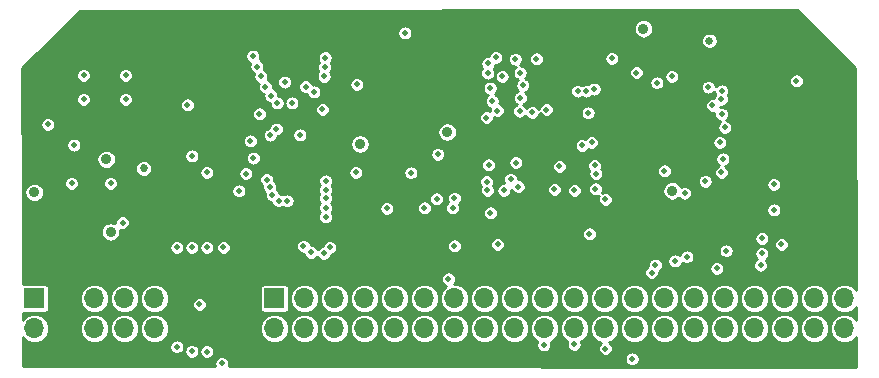
<source format=gbr>
G04 #@! TF.GenerationSoftware,KiCad,Pcbnew,(5.1.2-1)-1*
G04 #@! TF.CreationDate,2019-07-09T00:43:20-07:00*
G04 #@! TF.ProjectId,ram_board,72616d5f-626f-4617-9264-2e6b69636164,rev?*
G04 #@! TF.SameCoordinates,Original*
G04 #@! TF.FileFunction,Copper,L3,Inr*
G04 #@! TF.FilePolarity,Positive*
%FSLAX46Y46*%
G04 Gerber Fmt 4.6, Leading zero omitted, Abs format (unit mm)*
G04 Created by KiCad (PCBNEW (5.1.2-1)-1) date 2019-07-09 00:43:20*
%MOMM*%
%LPD*%
G04 APERTURE LIST*
%ADD10O,1.700000X1.700000*%
%ADD11R,1.700000X1.700000*%
%ADD12C,0.889000*%
%ADD13C,0.685800*%
%ADD14C,0.508000*%
%ADD15C,0.635000*%
%ADD16C,0.254000*%
G04 APERTURE END LIST*
D10*
X188341000Y-100203000D03*
X188341000Y-97663000D03*
X185801000Y-100203000D03*
X185801000Y-97663000D03*
X183261000Y-100203000D03*
X183261000Y-97663000D03*
X180721000Y-100203000D03*
X180721000Y-97663000D03*
X178181000Y-100203000D03*
X178181000Y-97663000D03*
X175641000Y-100203000D03*
X175641000Y-97663000D03*
X173101000Y-100203000D03*
X173101000Y-97663000D03*
X170561000Y-100203000D03*
X170561000Y-97663000D03*
X168021000Y-100203000D03*
X168021000Y-97663000D03*
X165481000Y-100203000D03*
X165481000Y-97663000D03*
X162941000Y-100203000D03*
X162941000Y-97663000D03*
X160401000Y-100203000D03*
X160401000Y-97663000D03*
X157861000Y-100203000D03*
X157861000Y-97663000D03*
X155321000Y-100203000D03*
X155321000Y-97663000D03*
X152781000Y-100203000D03*
X152781000Y-97663000D03*
X150241000Y-100203000D03*
X150241000Y-97663000D03*
X147701000Y-100203000D03*
X147701000Y-97663000D03*
X145161000Y-100203000D03*
X145161000Y-97663000D03*
X142621000Y-100203000D03*
X142621000Y-97663000D03*
X140081000Y-100203000D03*
D11*
X140081000Y-97663000D03*
D10*
X129921000Y-100203000D03*
X129921000Y-97663000D03*
X127381000Y-100203000D03*
X127381000Y-97663000D03*
X124841000Y-100203000D03*
X124841000Y-97663000D03*
X122301000Y-100203000D03*
X122301000Y-97663000D03*
X119761000Y-100203000D03*
D11*
X119761000Y-97663000D03*
D12*
X147320000Y-84582000D03*
X119735600Y-88671400D03*
X154708620Y-83575490D03*
D13*
X129006600Y-86639400D03*
D12*
X125833219Y-85875781D03*
X126212600Y-92024200D03*
X173761400Y-88544400D03*
X171323000Y-74828400D03*
D14*
X166751000Y-92202000D03*
X138811000Y-82042000D03*
X182372000Y-88011000D03*
X182372000Y-90170000D03*
X183007000Y-93091000D03*
X177800000Y-84455000D03*
X133731000Y-98171000D03*
X177546000Y-95123000D03*
X120904000Y-82931000D03*
X181356000Y-93853000D03*
X149606000Y-90043000D03*
X134366000Y-86995000D03*
X173101000Y-86868000D03*
X184277000Y-79248000D03*
X151130000Y-75184000D03*
X132715000Y-81280000D03*
X164211000Y-86487000D03*
X165481000Y-88519000D03*
X158369000Y-90424000D03*
X158157613Y-77763956D03*
X173736000Y-78867000D03*
X162255168Y-77383315D03*
X158138197Y-78589803D03*
X161110454Y-79608576D03*
X161899634Y-81901428D03*
X176806210Y-79778264D03*
X158334564Y-79849477D03*
X172464405Y-79397210D03*
X160897860Y-80668987D03*
X160881946Y-78548165D03*
X158523048Y-80959920D03*
X160470888Y-77400112D03*
X170724418Y-78534586D03*
X160839222Y-81805255D03*
X158216967Y-86359873D03*
X160725650Y-88194350D03*
X176558174Y-87742057D03*
X160522419Y-86149682D03*
X159364387Y-78861451D03*
X158044997Y-87772696D03*
X177952493Y-80082738D03*
X160077212Y-87562504D03*
X158834979Y-77258021D03*
X168656000Y-77343000D03*
X158115000Y-88519000D03*
X159511765Y-88519235D03*
X153907201Y-85454201D03*
X153807596Y-89233390D03*
X155319125Y-89176743D03*
X178215854Y-83179542D03*
X163789672Y-88432328D03*
X146979679Y-86994663D03*
X178054000Y-85852000D03*
X152781000Y-89995386D03*
X155167779Y-89995386D03*
X151639055Y-87017210D03*
X165757146Y-80114802D03*
X158950476Y-81751130D03*
X142240000Y-83820000D03*
X144421210Y-90757388D03*
X177949085Y-82064085D03*
X141146893Y-89385790D03*
X163112411Y-81671059D03*
X147057146Y-79536969D03*
X144145000Y-81661000D03*
X123107184Y-84676984D03*
X133096000Y-85598000D03*
X133096000Y-85598000D03*
X141563701Y-81105390D03*
X144421210Y-89995386D03*
X177926325Y-80790266D03*
X140438880Y-89385790D03*
X167160584Y-79938067D03*
X140951169Y-79344290D03*
X144421210Y-89160377D03*
X139901070Y-88925311D03*
X158034185Y-82353927D03*
X177158621Y-81320018D03*
X166474982Y-80114790D03*
X140306477Y-81105390D03*
X144421210Y-88452364D03*
X139685622Y-88250876D03*
X181358950Y-92580050D03*
X158981555Y-93091000D03*
X166630779Y-81937210D03*
X144421210Y-87699826D03*
X140240766Y-83317866D03*
X139424930Y-87592605D03*
X154813000Y-96012000D03*
X181246000Y-94852000D03*
X166122660Y-84699464D03*
X143422398Y-80178290D03*
X139786681Y-80491576D03*
X139718697Y-83839935D03*
X155321000Y-93218000D03*
X178325002Y-93621210D03*
X166934448Y-84449207D03*
X142721593Y-79729593D03*
X139319000Y-79756000D03*
X138038682Y-84326150D03*
X144780000Y-93345000D03*
X175006000Y-94129210D03*
X167192165Y-86394549D03*
X138938000Y-78867000D03*
X144281513Y-78857487D03*
X138292508Y-85779715D03*
X144272000Y-93853000D03*
X173989980Y-94481621D03*
X167306384Y-87093287D03*
X138601541Y-78022541D03*
X144333039Y-78074000D03*
X137659697Y-87083373D03*
X143175531Y-93760363D03*
X172328696Y-94834032D03*
X167259000Y-88392000D03*
X138249131Y-77142869D03*
X144368052Y-77274000D03*
X137078608Y-88544493D03*
X142537665Y-93239880D03*
X172007253Y-95464869D03*
D12*
X147447000Y-82930998D03*
X175260000Y-75692000D03*
D13*
X129006600Y-84734400D03*
D12*
X125704600Y-76352400D03*
X122148600Y-76352400D03*
X120802400Y-95097600D03*
X153492200Y-84480400D03*
X122148600Y-82880200D03*
X125730000Y-82804000D03*
X120040400Y-92024200D03*
X130429000Y-89154000D03*
D14*
X177927000Y-86995000D03*
X127228600Y-91234100D03*
X123926600Y-78765400D03*
X122910600Y-87909400D03*
X126212600Y-87909400D03*
X127482600Y-78765400D03*
X123926600Y-80797400D03*
X127482600Y-80797400D03*
D15*
X176911000Y-75844400D03*
D14*
X168097200Y-89281000D03*
X174802800Y-88747600D03*
X135636000Y-103165231D03*
X170357800Y-102768400D03*
X135763000Y-93345000D03*
X134366000Y-102158800D03*
X168097200Y-101907990D03*
X134366000Y-93345000D03*
X133096000Y-102133400D03*
X165455600Y-101555579D03*
X133096000Y-93345000D03*
X131826000Y-101752400D03*
X162890200Y-101600000D03*
X131826000Y-93345000D03*
D16*
G36*
X189230263Y-78107448D02*
G01*
X189323672Y-96919953D01*
X189215660Y-96788340D01*
X189028216Y-96634509D01*
X188814363Y-96520202D01*
X188582318Y-96449812D01*
X188401472Y-96432000D01*
X188280528Y-96432000D01*
X188099682Y-96449812D01*
X187867637Y-96520202D01*
X187653784Y-96634509D01*
X187466340Y-96788340D01*
X187312509Y-96975784D01*
X187198202Y-97189637D01*
X187127812Y-97421682D01*
X187104044Y-97663000D01*
X187127812Y-97904318D01*
X187198202Y-98136363D01*
X187312509Y-98350216D01*
X187466340Y-98537660D01*
X187653784Y-98691491D01*
X187867637Y-98805798D01*
X188099682Y-98876188D01*
X188280528Y-98894000D01*
X188401472Y-98894000D01*
X188582318Y-98876188D01*
X188814363Y-98805798D01*
X189028216Y-98691491D01*
X189215660Y-98537660D01*
X189331006Y-98397110D01*
X189336360Y-99475414D01*
X189215660Y-99328340D01*
X189028216Y-99174509D01*
X188814363Y-99060202D01*
X188582318Y-98989812D01*
X188401472Y-98972000D01*
X188280528Y-98972000D01*
X188099682Y-98989812D01*
X187867637Y-99060202D01*
X187653784Y-99174509D01*
X187466340Y-99328340D01*
X187312509Y-99515784D01*
X187198202Y-99729637D01*
X187127812Y-99961682D01*
X187104044Y-100203000D01*
X187127812Y-100444318D01*
X187198202Y-100676363D01*
X187312509Y-100890216D01*
X187466340Y-101077660D01*
X187653784Y-101231491D01*
X187867637Y-101345798D01*
X188099682Y-101416188D01*
X188280528Y-101434000D01*
X188401472Y-101434000D01*
X188582318Y-101416188D01*
X188814363Y-101345798D01*
X189028216Y-101231491D01*
X189215660Y-101077660D01*
X189343542Y-100921835D01*
X189356367Y-103504725D01*
X136230037Y-103390433D01*
X136246597Y-103350454D01*
X136271000Y-103227773D01*
X136271000Y-103102689D01*
X136246597Y-102980008D01*
X136198729Y-102864446D01*
X136129236Y-102760442D01*
X136074652Y-102705858D01*
X169722800Y-102705858D01*
X169722800Y-102830942D01*
X169747203Y-102953623D01*
X169795071Y-103069185D01*
X169864564Y-103173189D01*
X169953011Y-103261636D01*
X170057015Y-103331129D01*
X170172577Y-103378997D01*
X170295258Y-103403400D01*
X170420342Y-103403400D01*
X170543023Y-103378997D01*
X170658585Y-103331129D01*
X170762589Y-103261636D01*
X170851036Y-103173189D01*
X170920529Y-103069185D01*
X170968397Y-102953623D01*
X170992800Y-102830942D01*
X170992800Y-102705858D01*
X170968397Y-102583177D01*
X170920529Y-102467615D01*
X170851036Y-102363611D01*
X170762589Y-102275164D01*
X170658585Y-102205671D01*
X170543023Y-102157803D01*
X170420342Y-102133400D01*
X170295258Y-102133400D01*
X170172577Y-102157803D01*
X170057015Y-102205671D01*
X169953011Y-102275164D01*
X169864564Y-102363611D01*
X169795071Y-102467615D01*
X169747203Y-102583177D01*
X169722800Y-102705858D01*
X136074652Y-102705858D01*
X136040789Y-102671995D01*
X135936785Y-102602502D01*
X135821223Y-102554634D01*
X135698542Y-102530231D01*
X135573458Y-102530231D01*
X135450777Y-102554634D01*
X135335215Y-102602502D01*
X135231211Y-102671995D01*
X135142764Y-102760442D01*
X135073271Y-102864446D01*
X135025403Y-102980008D01*
X135001000Y-103102689D01*
X135001000Y-103227773D01*
X135025403Y-103350454D01*
X135040904Y-103387875D01*
X118770273Y-103352872D01*
X118768607Y-101689858D01*
X131191000Y-101689858D01*
X131191000Y-101814942D01*
X131215403Y-101937623D01*
X131263271Y-102053185D01*
X131332764Y-102157189D01*
X131421211Y-102245636D01*
X131525215Y-102315129D01*
X131640777Y-102362997D01*
X131763458Y-102387400D01*
X131888542Y-102387400D01*
X132011223Y-102362997D01*
X132126785Y-102315129D01*
X132230789Y-102245636D01*
X132319236Y-102157189D01*
X132376920Y-102070858D01*
X132461000Y-102070858D01*
X132461000Y-102195942D01*
X132485403Y-102318623D01*
X132533271Y-102434185D01*
X132602764Y-102538189D01*
X132691211Y-102626636D01*
X132795215Y-102696129D01*
X132910777Y-102743997D01*
X133033458Y-102768400D01*
X133158542Y-102768400D01*
X133281223Y-102743997D01*
X133396785Y-102696129D01*
X133500789Y-102626636D01*
X133589236Y-102538189D01*
X133658729Y-102434185D01*
X133706597Y-102318623D01*
X133731000Y-102195942D01*
X133731000Y-102221342D01*
X133755403Y-102344023D01*
X133803271Y-102459585D01*
X133872764Y-102563589D01*
X133961211Y-102652036D01*
X134065215Y-102721529D01*
X134180777Y-102769397D01*
X134303458Y-102793800D01*
X134428542Y-102793800D01*
X134551223Y-102769397D01*
X134666785Y-102721529D01*
X134770789Y-102652036D01*
X134859236Y-102563589D01*
X134928729Y-102459585D01*
X134976597Y-102344023D01*
X135001000Y-102221342D01*
X135001000Y-102096258D01*
X134976597Y-101973577D01*
X134928729Y-101858015D01*
X134859236Y-101754011D01*
X134770789Y-101665564D01*
X134666785Y-101596071D01*
X134551223Y-101548203D01*
X134428542Y-101523800D01*
X134303458Y-101523800D01*
X134180777Y-101548203D01*
X134065215Y-101596071D01*
X133961211Y-101665564D01*
X133872764Y-101754011D01*
X133803271Y-101858015D01*
X133755403Y-101973577D01*
X133731000Y-102096258D01*
X133731000Y-102070858D01*
X133706597Y-101948177D01*
X133658729Y-101832615D01*
X133589236Y-101728611D01*
X133500789Y-101640164D01*
X133396785Y-101570671D01*
X133281223Y-101522803D01*
X133158542Y-101498400D01*
X133033458Y-101498400D01*
X132910777Y-101522803D01*
X132795215Y-101570671D01*
X132691211Y-101640164D01*
X132602764Y-101728611D01*
X132533271Y-101832615D01*
X132485403Y-101948177D01*
X132461000Y-102070858D01*
X132376920Y-102070858D01*
X132388729Y-102053185D01*
X132436597Y-101937623D01*
X132461000Y-101814942D01*
X132461000Y-101689858D01*
X132436597Y-101567177D01*
X132388729Y-101451615D01*
X132319236Y-101347611D01*
X132230789Y-101259164D01*
X132126785Y-101189671D01*
X132011223Y-101141803D01*
X131888542Y-101117400D01*
X131763458Y-101117400D01*
X131640777Y-101141803D01*
X131525215Y-101189671D01*
X131421211Y-101259164D01*
X131332764Y-101347611D01*
X131263271Y-101451615D01*
X131215403Y-101567177D01*
X131191000Y-101689858D01*
X118768607Y-101689858D01*
X118767849Y-100933278D01*
X118886340Y-101077660D01*
X119073784Y-101231491D01*
X119287637Y-101345798D01*
X119519682Y-101416188D01*
X119700528Y-101434000D01*
X119821472Y-101434000D01*
X120002318Y-101416188D01*
X120234363Y-101345798D01*
X120448216Y-101231491D01*
X120635660Y-101077660D01*
X120789491Y-100890216D01*
X120903798Y-100676363D01*
X120974188Y-100444318D01*
X120997956Y-100203000D01*
X123604044Y-100203000D01*
X123627812Y-100444318D01*
X123698202Y-100676363D01*
X123812509Y-100890216D01*
X123966340Y-101077660D01*
X124153784Y-101231491D01*
X124367637Y-101345798D01*
X124599682Y-101416188D01*
X124780528Y-101434000D01*
X124901472Y-101434000D01*
X125082318Y-101416188D01*
X125314363Y-101345798D01*
X125528216Y-101231491D01*
X125715660Y-101077660D01*
X125869491Y-100890216D01*
X125983798Y-100676363D01*
X126054188Y-100444318D01*
X126077956Y-100203000D01*
X126144044Y-100203000D01*
X126167812Y-100444318D01*
X126238202Y-100676363D01*
X126352509Y-100890216D01*
X126506340Y-101077660D01*
X126693784Y-101231491D01*
X126907637Y-101345798D01*
X127139682Y-101416188D01*
X127320528Y-101434000D01*
X127441472Y-101434000D01*
X127622318Y-101416188D01*
X127854363Y-101345798D01*
X128068216Y-101231491D01*
X128255660Y-101077660D01*
X128409491Y-100890216D01*
X128523798Y-100676363D01*
X128594188Y-100444318D01*
X128617956Y-100203000D01*
X128684044Y-100203000D01*
X128707812Y-100444318D01*
X128778202Y-100676363D01*
X128892509Y-100890216D01*
X129046340Y-101077660D01*
X129233784Y-101231491D01*
X129447637Y-101345798D01*
X129679682Y-101416188D01*
X129860528Y-101434000D01*
X129981472Y-101434000D01*
X130162318Y-101416188D01*
X130394363Y-101345798D01*
X130608216Y-101231491D01*
X130795660Y-101077660D01*
X130949491Y-100890216D01*
X131063798Y-100676363D01*
X131134188Y-100444318D01*
X131157956Y-100203000D01*
X138844044Y-100203000D01*
X138867812Y-100444318D01*
X138938202Y-100676363D01*
X139052509Y-100890216D01*
X139206340Y-101077660D01*
X139393784Y-101231491D01*
X139607637Y-101345798D01*
X139839682Y-101416188D01*
X140020528Y-101434000D01*
X140141472Y-101434000D01*
X140322318Y-101416188D01*
X140554363Y-101345798D01*
X140768216Y-101231491D01*
X140955660Y-101077660D01*
X141109491Y-100890216D01*
X141223798Y-100676363D01*
X141294188Y-100444318D01*
X141317956Y-100203000D01*
X141384044Y-100203000D01*
X141407812Y-100444318D01*
X141478202Y-100676363D01*
X141592509Y-100890216D01*
X141746340Y-101077660D01*
X141933784Y-101231491D01*
X142147637Y-101345798D01*
X142379682Y-101416188D01*
X142560528Y-101434000D01*
X142681472Y-101434000D01*
X142862318Y-101416188D01*
X143094363Y-101345798D01*
X143308216Y-101231491D01*
X143495660Y-101077660D01*
X143649491Y-100890216D01*
X143763798Y-100676363D01*
X143834188Y-100444318D01*
X143857956Y-100203000D01*
X143924044Y-100203000D01*
X143947812Y-100444318D01*
X144018202Y-100676363D01*
X144132509Y-100890216D01*
X144286340Y-101077660D01*
X144473784Y-101231491D01*
X144687637Y-101345798D01*
X144919682Y-101416188D01*
X145100528Y-101434000D01*
X145221472Y-101434000D01*
X145402318Y-101416188D01*
X145634363Y-101345798D01*
X145848216Y-101231491D01*
X146035660Y-101077660D01*
X146189491Y-100890216D01*
X146303798Y-100676363D01*
X146374188Y-100444318D01*
X146397956Y-100203000D01*
X146464044Y-100203000D01*
X146487812Y-100444318D01*
X146558202Y-100676363D01*
X146672509Y-100890216D01*
X146826340Y-101077660D01*
X147013784Y-101231491D01*
X147227637Y-101345798D01*
X147459682Y-101416188D01*
X147640528Y-101434000D01*
X147761472Y-101434000D01*
X147942318Y-101416188D01*
X148174363Y-101345798D01*
X148388216Y-101231491D01*
X148575660Y-101077660D01*
X148729491Y-100890216D01*
X148843798Y-100676363D01*
X148914188Y-100444318D01*
X148937956Y-100203000D01*
X149004044Y-100203000D01*
X149027812Y-100444318D01*
X149098202Y-100676363D01*
X149212509Y-100890216D01*
X149366340Y-101077660D01*
X149553784Y-101231491D01*
X149767637Y-101345798D01*
X149999682Y-101416188D01*
X150180528Y-101434000D01*
X150301472Y-101434000D01*
X150482318Y-101416188D01*
X150714363Y-101345798D01*
X150928216Y-101231491D01*
X151115660Y-101077660D01*
X151269491Y-100890216D01*
X151383798Y-100676363D01*
X151454188Y-100444318D01*
X151477956Y-100203000D01*
X151544044Y-100203000D01*
X151567812Y-100444318D01*
X151638202Y-100676363D01*
X151752509Y-100890216D01*
X151906340Y-101077660D01*
X152093784Y-101231491D01*
X152307637Y-101345798D01*
X152539682Y-101416188D01*
X152720528Y-101434000D01*
X152841472Y-101434000D01*
X153022318Y-101416188D01*
X153254363Y-101345798D01*
X153468216Y-101231491D01*
X153655660Y-101077660D01*
X153809491Y-100890216D01*
X153923798Y-100676363D01*
X153994188Y-100444318D01*
X154017956Y-100203000D01*
X154084044Y-100203000D01*
X154107812Y-100444318D01*
X154178202Y-100676363D01*
X154292509Y-100890216D01*
X154446340Y-101077660D01*
X154633784Y-101231491D01*
X154847637Y-101345798D01*
X155079682Y-101416188D01*
X155260528Y-101434000D01*
X155381472Y-101434000D01*
X155562318Y-101416188D01*
X155794363Y-101345798D01*
X156008216Y-101231491D01*
X156195660Y-101077660D01*
X156349491Y-100890216D01*
X156463798Y-100676363D01*
X156534188Y-100444318D01*
X156557956Y-100203000D01*
X156624044Y-100203000D01*
X156647812Y-100444318D01*
X156718202Y-100676363D01*
X156832509Y-100890216D01*
X156986340Y-101077660D01*
X157173784Y-101231491D01*
X157387637Y-101345798D01*
X157619682Y-101416188D01*
X157800528Y-101434000D01*
X157921472Y-101434000D01*
X158102318Y-101416188D01*
X158334363Y-101345798D01*
X158548216Y-101231491D01*
X158735660Y-101077660D01*
X158889491Y-100890216D01*
X159003798Y-100676363D01*
X159074188Y-100444318D01*
X159097956Y-100203000D01*
X159164044Y-100203000D01*
X159187812Y-100444318D01*
X159258202Y-100676363D01*
X159372509Y-100890216D01*
X159526340Y-101077660D01*
X159713784Y-101231491D01*
X159927637Y-101345798D01*
X160159682Y-101416188D01*
X160340528Y-101434000D01*
X160461472Y-101434000D01*
X160642318Y-101416188D01*
X160874363Y-101345798D01*
X161088216Y-101231491D01*
X161275660Y-101077660D01*
X161429491Y-100890216D01*
X161543798Y-100676363D01*
X161614188Y-100444318D01*
X161637956Y-100203000D01*
X161704044Y-100203000D01*
X161727812Y-100444318D01*
X161798202Y-100676363D01*
X161912509Y-100890216D01*
X162066340Y-101077660D01*
X162253784Y-101231491D01*
X162341423Y-101278335D01*
X162327471Y-101299215D01*
X162279603Y-101414777D01*
X162255200Y-101537458D01*
X162255200Y-101662542D01*
X162279603Y-101785223D01*
X162327471Y-101900785D01*
X162396964Y-102004789D01*
X162485411Y-102093236D01*
X162589415Y-102162729D01*
X162704977Y-102210597D01*
X162827658Y-102235000D01*
X162952742Y-102235000D01*
X163075423Y-102210597D01*
X163190985Y-102162729D01*
X163294989Y-102093236D01*
X163383436Y-102004789D01*
X163452929Y-101900785D01*
X163500797Y-101785223D01*
X163525200Y-101662542D01*
X163525200Y-101537458D01*
X163500797Y-101414777D01*
X163461736Y-101320477D01*
X163628216Y-101231491D01*
X163815660Y-101077660D01*
X163969491Y-100890216D01*
X164083798Y-100676363D01*
X164154188Y-100444318D01*
X164177956Y-100203000D01*
X164244044Y-100203000D01*
X164267812Y-100444318D01*
X164338202Y-100676363D01*
X164452509Y-100890216D01*
X164606340Y-101077660D01*
X164793784Y-101231491D01*
X164882812Y-101279078D01*
X164845003Y-101370356D01*
X164820600Y-101493037D01*
X164820600Y-101618121D01*
X164845003Y-101740802D01*
X164892871Y-101856364D01*
X164962364Y-101960368D01*
X165050811Y-102048815D01*
X165154815Y-102118308D01*
X165270377Y-102166176D01*
X165393058Y-102190579D01*
X165518142Y-102190579D01*
X165640823Y-102166176D01*
X165756385Y-102118308D01*
X165860389Y-102048815D01*
X165948836Y-101960368D01*
X166018329Y-101856364D01*
X166066197Y-101740802D01*
X166090600Y-101618121D01*
X166090600Y-101493037D01*
X166066197Y-101370356D01*
X166037596Y-101301309D01*
X166168216Y-101231491D01*
X166355660Y-101077660D01*
X166509491Y-100890216D01*
X166623798Y-100676363D01*
X166694188Y-100444318D01*
X166717956Y-100203000D01*
X166784044Y-100203000D01*
X166807812Y-100444318D01*
X166878202Y-100676363D01*
X166992509Y-100890216D01*
X167146340Y-101077660D01*
X167333784Y-101231491D01*
X167547637Y-101345798D01*
X167718184Y-101397533D01*
X167692411Y-101414754D01*
X167603964Y-101503201D01*
X167534471Y-101607205D01*
X167486603Y-101722767D01*
X167462200Y-101845448D01*
X167462200Y-101970532D01*
X167486603Y-102093213D01*
X167534471Y-102208775D01*
X167603964Y-102312779D01*
X167692411Y-102401226D01*
X167796415Y-102470719D01*
X167911977Y-102518587D01*
X168034658Y-102542990D01*
X168159742Y-102542990D01*
X168282423Y-102518587D01*
X168397985Y-102470719D01*
X168501989Y-102401226D01*
X168590436Y-102312779D01*
X168659929Y-102208775D01*
X168707797Y-102093213D01*
X168732200Y-101970532D01*
X168732200Y-101845448D01*
X168707797Y-101722767D01*
X168659929Y-101607205D01*
X168590436Y-101503201D01*
X168501989Y-101414754D01*
X168428631Y-101365738D01*
X168494363Y-101345798D01*
X168708216Y-101231491D01*
X168895660Y-101077660D01*
X169049491Y-100890216D01*
X169163798Y-100676363D01*
X169234188Y-100444318D01*
X169257956Y-100203000D01*
X169324044Y-100203000D01*
X169347812Y-100444318D01*
X169418202Y-100676363D01*
X169532509Y-100890216D01*
X169686340Y-101077660D01*
X169873784Y-101231491D01*
X170087637Y-101345798D01*
X170319682Y-101416188D01*
X170500528Y-101434000D01*
X170621472Y-101434000D01*
X170802318Y-101416188D01*
X171034363Y-101345798D01*
X171248216Y-101231491D01*
X171435660Y-101077660D01*
X171589491Y-100890216D01*
X171703798Y-100676363D01*
X171774188Y-100444318D01*
X171797956Y-100203000D01*
X171864044Y-100203000D01*
X171887812Y-100444318D01*
X171958202Y-100676363D01*
X172072509Y-100890216D01*
X172226340Y-101077660D01*
X172413784Y-101231491D01*
X172627637Y-101345798D01*
X172859682Y-101416188D01*
X173040528Y-101434000D01*
X173161472Y-101434000D01*
X173342318Y-101416188D01*
X173574363Y-101345798D01*
X173788216Y-101231491D01*
X173975660Y-101077660D01*
X174129491Y-100890216D01*
X174243798Y-100676363D01*
X174314188Y-100444318D01*
X174337956Y-100203000D01*
X174404044Y-100203000D01*
X174427812Y-100444318D01*
X174498202Y-100676363D01*
X174612509Y-100890216D01*
X174766340Y-101077660D01*
X174953784Y-101231491D01*
X175167637Y-101345798D01*
X175399682Y-101416188D01*
X175580528Y-101434000D01*
X175701472Y-101434000D01*
X175882318Y-101416188D01*
X176114363Y-101345798D01*
X176328216Y-101231491D01*
X176515660Y-101077660D01*
X176669491Y-100890216D01*
X176783798Y-100676363D01*
X176854188Y-100444318D01*
X176877956Y-100203000D01*
X176944044Y-100203000D01*
X176967812Y-100444318D01*
X177038202Y-100676363D01*
X177152509Y-100890216D01*
X177306340Y-101077660D01*
X177493784Y-101231491D01*
X177707637Y-101345798D01*
X177939682Y-101416188D01*
X178120528Y-101434000D01*
X178241472Y-101434000D01*
X178422318Y-101416188D01*
X178654363Y-101345798D01*
X178868216Y-101231491D01*
X179055660Y-101077660D01*
X179209491Y-100890216D01*
X179323798Y-100676363D01*
X179394188Y-100444318D01*
X179417956Y-100203000D01*
X179484044Y-100203000D01*
X179507812Y-100444318D01*
X179578202Y-100676363D01*
X179692509Y-100890216D01*
X179846340Y-101077660D01*
X180033784Y-101231491D01*
X180247637Y-101345798D01*
X180479682Y-101416188D01*
X180660528Y-101434000D01*
X180781472Y-101434000D01*
X180962318Y-101416188D01*
X181194363Y-101345798D01*
X181408216Y-101231491D01*
X181595660Y-101077660D01*
X181749491Y-100890216D01*
X181863798Y-100676363D01*
X181934188Y-100444318D01*
X181957956Y-100203000D01*
X182024044Y-100203000D01*
X182047812Y-100444318D01*
X182118202Y-100676363D01*
X182232509Y-100890216D01*
X182386340Y-101077660D01*
X182573784Y-101231491D01*
X182787637Y-101345798D01*
X183019682Y-101416188D01*
X183200528Y-101434000D01*
X183321472Y-101434000D01*
X183502318Y-101416188D01*
X183734363Y-101345798D01*
X183948216Y-101231491D01*
X184135660Y-101077660D01*
X184289491Y-100890216D01*
X184403798Y-100676363D01*
X184474188Y-100444318D01*
X184497956Y-100203000D01*
X184564044Y-100203000D01*
X184587812Y-100444318D01*
X184658202Y-100676363D01*
X184772509Y-100890216D01*
X184926340Y-101077660D01*
X185113784Y-101231491D01*
X185327637Y-101345798D01*
X185559682Y-101416188D01*
X185740528Y-101434000D01*
X185861472Y-101434000D01*
X186042318Y-101416188D01*
X186274363Y-101345798D01*
X186488216Y-101231491D01*
X186675660Y-101077660D01*
X186829491Y-100890216D01*
X186943798Y-100676363D01*
X187014188Y-100444318D01*
X187037956Y-100203000D01*
X187014188Y-99961682D01*
X186943798Y-99729637D01*
X186829491Y-99515784D01*
X186675660Y-99328340D01*
X186488216Y-99174509D01*
X186274363Y-99060202D01*
X186042318Y-98989812D01*
X185861472Y-98972000D01*
X185740528Y-98972000D01*
X185559682Y-98989812D01*
X185327637Y-99060202D01*
X185113784Y-99174509D01*
X184926340Y-99328340D01*
X184772509Y-99515784D01*
X184658202Y-99729637D01*
X184587812Y-99961682D01*
X184564044Y-100203000D01*
X184497956Y-100203000D01*
X184474188Y-99961682D01*
X184403798Y-99729637D01*
X184289491Y-99515784D01*
X184135660Y-99328340D01*
X183948216Y-99174509D01*
X183734363Y-99060202D01*
X183502318Y-98989812D01*
X183321472Y-98972000D01*
X183200528Y-98972000D01*
X183019682Y-98989812D01*
X182787637Y-99060202D01*
X182573784Y-99174509D01*
X182386340Y-99328340D01*
X182232509Y-99515784D01*
X182118202Y-99729637D01*
X182047812Y-99961682D01*
X182024044Y-100203000D01*
X181957956Y-100203000D01*
X181934188Y-99961682D01*
X181863798Y-99729637D01*
X181749491Y-99515784D01*
X181595660Y-99328340D01*
X181408216Y-99174509D01*
X181194363Y-99060202D01*
X180962318Y-98989812D01*
X180781472Y-98972000D01*
X180660528Y-98972000D01*
X180479682Y-98989812D01*
X180247637Y-99060202D01*
X180033784Y-99174509D01*
X179846340Y-99328340D01*
X179692509Y-99515784D01*
X179578202Y-99729637D01*
X179507812Y-99961682D01*
X179484044Y-100203000D01*
X179417956Y-100203000D01*
X179394188Y-99961682D01*
X179323798Y-99729637D01*
X179209491Y-99515784D01*
X179055660Y-99328340D01*
X178868216Y-99174509D01*
X178654363Y-99060202D01*
X178422318Y-98989812D01*
X178241472Y-98972000D01*
X178120528Y-98972000D01*
X177939682Y-98989812D01*
X177707637Y-99060202D01*
X177493784Y-99174509D01*
X177306340Y-99328340D01*
X177152509Y-99515784D01*
X177038202Y-99729637D01*
X176967812Y-99961682D01*
X176944044Y-100203000D01*
X176877956Y-100203000D01*
X176854188Y-99961682D01*
X176783798Y-99729637D01*
X176669491Y-99515784D01*
X176515660Y-99328340D01*
X176328216Y-99174509D01*
X176114363Y-99060202D01*
X175882318Y-98989812D01*
X175701472Y-98972000D01*
X175580528Y-98972000D01*
X175399682Y-98989812D01*
X175167637Y-99060202D01*
X174953784Y-99174509D01*
X174766340Y-99328340D01*
X174612509Y-99515784D01*
X174498202Y-99729637D01*
X174427812Y-99961682D01*
X174404044Y-100203000D01*
X174337956Y-100203000D01*
X174314188Y-99961682D01*
X174243798Y-99729637D01*
X174129491Y-99515784D01*
X173975660Y-99328340D01*
X173788216Y-99174509D01*
X173574363Y-99060202D01*
X173342318Y-98989812D01*
X173161472Y-98972000D01*
X173040528Y-98972000D01*
X172859682Y-98989812D01*
X172627637Y-99060202D01*
X172413784Y-99174509D01*
X172226340Y-99328340D01*
X172072509Y-99515784D01*
X171958202Y-99729637D01*
X171887812Y-99961682D01*
X171864044Y-100203000D01*
X171797956Y-100203000D01*
X171774188Y-99961682D01*
X171703798Y-99729637D01*
X171589491Y-99515784D01*
X171435660Y-99328340D01*
X171248216Y-99174509D01*
X171034363Y-99060202D01*
X170802318Y-98989812D01*
X170621472Y-98972000D01*
X170500528Y-98972000D01*
X170319682Y-98989812D01*
X170087637Y-99060202D01*
X169873784Y-99174509D01*
X169686340Y-99328340D01*
X169532509Y-99515784D01*
X169418202Y-99729637D01*
X169347812Y-99961682D01*
X169324044Y-100203000D01*
X169257956Y-100203000D01*
X169234188Y-99961682D01*
X169163798Y-99729637D01*
X169049491Y-99515784D01*
X168895660Y-99328340D01*
X168708216Y-99174509D01*
X168494363Y-99060202D01*
X168262318Y-98989812D01*
X168081472Y-98972000D01*
X167960528Y-98972000D01*
X167779682Y-98989812D01*
X167547637Y-99060202D01*
X167333784Y-99174509D01*
X167146340Y-99328340D01*
X166992509Y-99515784D01*
X166878202Y-99729637D01*
X166807812Y-99961682D01*
X166784044Y-100203000D01*
X166717956Y-100203000D01*
X166694188Y-99961682D01*
X166623798Y-99729637D01*
X166509491Y-99515784D01*
X166355660Y-99328340D01*
X166168216Y-99174509D01*
X165954363Y-99060202D01*
X165722318Y-98989812D01*
X165541472Y-98972000D01*
X165420528Y-98972000D01*
X165239682Y-98989812D01*
X165007637Y-99060202D01*
X164793784Y-99174509D01*
X164606340Y-99328340D01*
X164452509Y-99515784D01*
X164338202Y-99729637D01*
X164267812Y-99961682D01*
X164244044Y-100203000D01*
X164177956Y-100203000D01*
X164154188Y-99961682D01*
X164083798Y-99729637D01*
X163969491Y-99515784D01*
X163815660Y-99328340D01*
X163628216Y-99174509D01*
X163414363Y-99060202D01*
X163182318Y-98989812D01*
X163001472Y-98972000D01*
X162880528Y-98972000D01*
X162699682Y-98989812D01*
X162467637Y-99060202D01*
X162253784Y-99174509D01*
X162066340Y-99328340D01*
X161912509Y-99515784D01*
X161798202Y-99729637D01*
X161727812Y-99961682D01*
X161704044Y-100203000D01*
X161637956Y-100203000D01*
X161614188Y-99961682D01*
X161543798Y-99729637D01*
X161429491Y-99515784D01*
X161275660Y-99328340D01*
X161088216Y-99174509D01*
X160874363Y-99060202D01*
X160642318Y-98989812D01*
X160461472Y-98972000D01*
X160340528Y-98972000D01*
X160159682Y-98989812D01*
X159927637Y-99060202D01*
X159713784Y-99174509D01*
X159526340Y-99328340D01*
X159372509Y-99515784D01*
X159258202Y-99729637D01*
X159187812Y-99961682D01*
X159164044Y-100203000D01*
X159097956Y-100203000D01*
X159074188Y-99961682D01*
X159003798Y-99729637D01*
X158889491Y-99515784D01*
X158735660Y-99328340D01*
X158548216Y-99174509D01*
X158334363Y-99060202D01*
X158102318Y-98989812D01*
X157921472Y-98972000D01*
X157800528Y-98972000D01*
X157619682Y-98989812D01*
X157387637Y-99060202D01*
X157173784Y-99174509D01*
X156986340Y-99328340D01*
X156832509Y-99515784D01*
X156718202Y-99729637D01*
X156647812Y-99961682D01*
X156624044Y-100203000D01*
X156557956Y-100203000D01*
X156534188Y-99961682D01*
X156463798Y-99729637D01*
X156349491Y-99515784D01*
X156195660Y-99328340D01*
X156008216Y-99174509D01*
X155794363Y-99060202D01*
X155562318Y-98989812D01*
X155381472Y-98972000D01*
X155260528Y-98972000D01*
X155079682Y-98989812D01*
X154847637Y-99060202D01*
X154633784Y-99174509D01*
X154446340Y-99328340D01*
X154292509Y-99515784D01*
X154178202Y-99729637D01*
X154107812Y-99961682D01*
X154084044Y-100203000D01*
X154017956Y-100203000D01*
X153994188Y-99961682D01*
X153923798Y-99729637D01*
X153809491Y-99515784D01*
X153655660Y-99328340D01*
X153468216Y-99174509D01*
X153254363Y-99060202D01*
X153022318Y-98989812D01*
X152841472Y-98972000D01*
X152720528Y-98972000D01*
X152539682Y-98989812D01*
X152307637Y-99060202D01*
X152093784Y-99174509D01*
X151906340Y-99328340D01*
X151752509Y-99515784D01*
X151638202Y-99729637D01*
X151567812Y-99961682D01*
X151544044Y-100203000D01*
X151477956Y-100203000D01*
X151454188Y-99961682D01*
X151383798Y-99729637D01*
X151269491Y-99515784D01*
X151115660Y-99328340D01*
X150928216Y-99174509D01*
X150714363Y-99060202D01*
X150482318Y-98989812D01*
X150301472Y-98972000D01*
X150180528Y-98972000D01*
X149999682Y-98989812D01*
X149767637Y-99060202D01*
X149553784Y-99174509D01*
X149366340Y-99328340D01*
X149212509Y-99515784D01*
X149098202Y-99729637D01*
X149027812Y-99961682D01*
X149004044Y-100203000D01*
X148937956Y-100203000D01*
X148914188Y-99961682D01*
X148843798Y-99729637D01*
X148729491Y-99515784D01*
X148575660Y-99328340D01*
X148388216Y-99174509D01*
X148174363Y-99060202D01*
X147942318Y-98989812D01*
X147761472Y-98972000D01*
X147640528Y-98972000D01*
X147459682Y-98989812D01*
X147227637Y-99060202D01*
X147013784Y-99174509D01*
X146826340Y-99328340D01*
X146672509Y-99515784D01*
X146558202Y-99729637D01*
X146487812Y-99961682D01*
X146464044Y-100203000D01*
X146397956Y-100203000D01*
X146374188Y-99961682D01*
X146303798Y-99729637D01*
X146189491Y-99515784D01*
X146035660Y-99328340D01*
X145848216Y-99174509D01*
X145634363Y-99060202D01*
X145402318Y-98989812D01*
X145221472Y-98972000D01*
X145100528Y-98972000D01*
X144919682Y-98989812D01*
X144687637Y-99060202D01*
X144473784Y-99174509D01*
X144286340Y-99328340D01*
X144132509Y-99515784D01*
X144018202Y-99729637D01*
X143947812Y-99961682D01*
X143924044Y-100203000D01*
X143857956Y-100203000D01*
X143834188Y-99961682D01*
X143763798Y-99729637D01*
X143649491Y-99515784D01*
X143495660Y-99328340D01*
X143308216Y-99174509D01*
X143094363Y-99060202D01*
X142862318Y-98989812D01*
X142681472Y-98972000D01*
X142560528Y-98972000D01*
X142379682Y-98989812D01*
X142147637Y-99060202D01*
X141933784Y-99174509D01*
X141746340Y-99328340D01*
X141592509Y-99515784D01*
X141478202Y-99729637D01*
X141407812Y-99961682D01*
X141384044Y-100203000D01*
X141317956Y-100203000D01*
X141294188Y-99961682D01*
X141223798Y-99729637D01*
X141109491Y-99515784D01*
X140955660Y-99328340D01*
X140768216Y-99174509D01*
X140554363Y-99060202D01*
X140322318Y-98989812D01*
X140141472Y-98972000D01*
X140020528Y-98972000D01*
X139839682Y-98989812D01*
X139607637Y-99060202D01*
X139393784Y-99174509D01*
X139206340Y-99328340D01*
X139052509Y-99515784D01*
X138938202Y-99729637D01*
X138867812Y-99961682D01*
X138844044Y-100203000D01*
X131157956Y-100203000D01*
X131134188Y-99961682D01*
X131063798Y-99729637D01*
X130949491Y-99515784D01*
X130795660Y-99328340D01*
X130608216Y-99174509D01*
X130394363Y-99060202D01*
X130162318Y-98989812D01*
X129981472Y-98972000D01*
X129860528Y-98972000D01*
X129679682Y-98989812D01*
X129447637Y-99060202D01*
X129233784Y-99174509D01*
X129046340Y-99328340D01*
X128892509Y-99515784D01*
X128778202Y-99729637D01*
X128707812Y-99961682D01*
X128684044Y-100203000D01*
X128617956Y-100203000D01*
X128594188Y-99961682D01*
X128523798Y-99729637D01*
X128409491Y-99515784D01*
X128255660Y-99328340D01*
X128068216Y-99174509D01*
X127854363Y-99060202D01*
X127622318Y-98989812D01*
X127441472Y-98972000D01*
X127320528Y-98972000D01*
X127139682Y-98989812D01*
X126907637Y-99060202D01*
X126693784Y-99174509D01*
X126506340Y-99328340D01*
X126352509Y-99515784D01*
X126238202Y-99729637D01*
X126167812Y-99961682D01*
X126144044Y-100203000D01*
X126077956Y-100203000D01*
X126054188Y-99961682D01*
X125983798Y-99729637D01*
X125869491Y-99515784D01*
X125715660Y-99328340D01*
X125528216Y-99174509D01*
X125314363Y-99060202D01*
X125082318Y-98989812D01*
X124901472Y-98972000D01*
X124780528Y-98972000D01*
X124599682Y-98989812D01*
X124367637Y-99060202D01*
X124153784Y-99174509D01*
X123966340Y-99328340D01*
X123812509Y-99515784D01*
X123698202Y-99729637D01*
X123627812Y-99961682D01*
X123604044Y-100203000D01*
X120997956Y-100203000D01*
X120974188Y-99961682D01*
X120903798Y-99729637D01*
X120789491Y-99515784D01*
X120635660Y-99328340D01*
X120448216Y-99174509D01*
X120234363Y-99060202D01*
X120002318Y-98989812D01*
X119821472Y-98972000D01*
X119700528Y-98972000D01*
X119519682Y-98989812D01*
X119287637Y-99060202D01*
X119073784Y-99174509D01*
X118886340Y-99328340D01*
X118766387Y-99474504D01*
X118765778Y-98867091D01*
X118836311Y-98888487D01*
X118911000Y-98895843D01*
X120611000Y-98895843D01*
X120685689Y-98888487D01*
X120757508Y-98866701D01*
X120823696Y-98831322D01*
X120881711Y-98783711D01*
X120929322Y-98725696D01*
X120964701Y-98659508D01*
X120986487Y-98587689D01*
X120993843Y-98513000D01*
X120993843Y-97663000D01*
X123604044Y-97663000D01*
X123627812Y-97904318D01*
X123698202Y-98136363D01*
X123812509Y-98350216D01*
X123966340Y-98537660D01*
X124153784Y-98691491D01*
X124367637Y-98805798D01*
X124599682Y-98876188D01*
X124780528Y-98894000D01*
X124901472Y-98894000D01*
X125082318Y-98876188D01*
X125314363Y-98805798D01*
X125528216Y-98691491D01*
X125715660Y-98537660D01*
X125869491Y-98350216D01*
X125983798Y-98136363D01*
X126054188Y-97904318D01*
X126077956Y-97663000D01*
X126144044Y-97663000D01*
X126167812Y-97904318D01*
X126238202Y-98136363D01*
X126352509Y-98350216D01*
X126506340Y-98537660D01*
X126693784Y-98691491D01*
X126907637Y-98805798D01*
X127139682Y-98876188D01*
X127320528Y-98894000D01*
X127441472Y-98894000D01*
X127622318Y-98876188D01*
X127854363Y-98805798D01*
X128068216Y-98691491D01*
X128255660Y-98537660D01*
X128409491Y-98350216D01*
X128523798Y-98136363D01*
X128594188Y-97904318D01*
X128617956Y-97663000D01*
X128684044Y-97663000D01*
X128707812Y-97904318D01*
X128778202Y-98136363D01*
X128892509Y-98350216D01*
X129046340Y-98537660D01*
X129233784Y-98691491D01*
X129447637Y-98805798D01*
X129679682Y-98876188D01*
X129860528Y-98894000D01*
X129981472Y-98894000D01*
X130162318Y-98876188D01*
X130394363Y-98805798D01*
X130608216Y-98691491D01*
X130795660Y-98537660D01*
X130949491Y-98350216D01*
X131063798Y-98136363D01*
X131072262Y-98108458D01*
X133096000Y-98108458D01*
X133096000Y-98233542D01*
X133120403Y-98356223D01*
X133168271Y-98471785D01*
X133237764Y-98575789D01*
X133326211Y-98664236D01*
X133430215Y-98733729D01*
X133545777Y-98781597D01*
X133668458Y-98806000D01*
X133793542Y-98806000D01*
X133916223Y-98781597D01*
X134031785Y-98733729D01*
X134135789Y-98664236D01*
X134224236Y-98575789D01*
X134293729Y-98471785D01*
X134341597Y-98356223D01*
X134366000Y-98233542D01*
X134366000Y-98108458D01*
X134341597Y-97985777D01*
X134293729Y-97870215D01*
X134224236Y-97766211D01*
X134135789Y-97677764D01*
X134031785Y-97608271D01*
X133916223Y-97560403D01*
X133793542Y-97536000D01*
X133668458Y-97536000D01*
X133545777Y-97560403D01*
X133430215Y-97608271D01*
X133326211Y-97677764D01*
X133237764Y-97766211D01*
X133168271Y-97870215D01*
X133120403Y-97985777D01*
X133096000Y-98108458D01*
X131072262Y-98108458D01*
X131134188Y-97904318D01*
X131157956Y-97663000D01*
X131134188Y-97421682D01*
X131063798Y-97189637D01*
X130949491Y-96975784D01*
X130815898Y-96813000D01*
X138848157Y-96813000D01*
X138848157Y-98513000D01*
X138855513Y-98587689D01*
X138877299Y-98659508D01*
X138912678Y-98725696D01*
X138960289Y-98783711D01*
X139018304Y-98831322D01*
X139084492Y-98866701D01*
X139156311Y-98888487D01*
X139231000Y-98895843D01*
X140931000Y-98895843D01*
X141005689Y-98888487D01*
X141077508Y-98866701D01*
X141143696Y-98831322D01*
X141201711Y-98783711D01*
X141249322Y-98725696D01*
X141284701Y-98659508D01*
X141306487Y-98587689D01*
X141313843Y-98513000D01*
X141313843Y-97663000D01*
X141384044Y-97663000D01*
X141407812Y-97904318D01*
X141478202Y-98136363D01*
X141592509Y-98350216D01*
X141746340Y-98537660D01*
X141933784Y-98691491D01*
X142147637Y-98805798D01*
X142379682Y-98876188D01*
X142560528Y-98894000D01*
X142681472Y-98894000D01*
X142862318Y-98876188D01*
X143094363Y-98805798D01*
X143308216Y-98691491D01*
X143495660Y-98537660D01*
X143649491Y-98350216D01*
X143763798Y-98136363D01*
X143834188Y-97904318D01*
X143857956Y-97663000D01*
X143924044Y-97663000D01*
X143947812Y-97904318D01*
X144018202Y-98136363D01*
X144132509Y-98350216D01*
X144286340Y-98537660D01*
X144473784Y-98691491D01*
X144687637Y-98805798D01*
X144919682Y-98876188D01*
X145100528Y-98894000D01*
X145221472Y-98894000D01*
X145402318Y-98876188D01*
X145634363Y-98805798D01*
X145848216Y-98691491D01*
X146035660Y-98537660D01*
X146189491Y-98350216D01*
X146303798Y-98136363D01*
X146374188Y-97904318D01*
X146397956Y-97663000D01*
X146464044Y-97663000D01*
X146487812Y-97904318D01*
X146558202Y-98136363D01*
X146672509Y-98350216D01*
X146826340Y-98537660D01*
X147013784Y-98691491D01*
X147227637Y-98805798D01*
X147459682Y-98876188D01*
X147640528Y-98894000D01*
X147761472Y-98894000D01*
X147942318Y-98876188D01*
X148174363Y-98805798D01*
X148388216Y-98691491D01*
X148575660Y-98537660D01*
X148729491Y-98350216D01*
X148843798Y-98136363D01*
X148914188Y-97904318D01*
X148937956Y-97663000D01*
X149004044Y-97663000D01*
X149027812Y-97904318D01*
X149098202Y-98136363D01*
X149212509Y-98350216D01*
X149366340Y-98537660D01*
X149553784Y-98691491D01*
X149767637Y-98805798D01*
X149999682Y-98876188D01*
X150180528Y-98894000D01*
X150301472Y-98894000D01*
X150482318Y-98876188D01*
X150714363Y-98805798D01*
X150928216Y-98691491D01*
X151115660Y-98537660D01*
X151269491Y-98350216D01*
X151383798Y-98136363D01*
X151454188Y-97904318D01*
X151477956Y-97663000D01*
X151544044Y-97663000D01*
X151567812Y-97904318D01*
X151638202Y-98136363D01*
X151752509Y-98350216D01*
X151906340Y-98537660D01*
X152093784Y-98691491D01*
X152307637Y-98805798D01*
X152539682Y-98876188D01*
X152720528Y-98894000D01*
X152841472Y-98894000D01*
X153022318Y-98876188D01*
X153254363Y-98805798D01*
X153468216Y-98691491D01*
X153655660Y-98537660D01*
X153809491Y-98350216D01*
X153923798Y-98136363D01*
X153994188Y-97904318D01*
X154017956Y-97663000D01*
X154084044Y-97663000D01*
X154107812Y-97904318D01*
X154178202Y-98136363D01*
X154292509Y-98350216D01*
X154446340Y-98537660D01*
X154633784Y-98691491D01*
X154847637Y-98805798D01*
X155079682Y-98876188D01*
X155260528Y-98894000D01*
X155381472Y-98894000D01*
X155562318Y-98876188D01*
X155794363Y-98805798D01*
X156008216Y-98691491D01*
X156195660Y-98537660D01*
X156349491Y-98350216D01*
X156463798Y-98136363D01*
X156534188Y-97904318D01*
X156557956Y-97663000D01*
X156624044Y-97663000D01*
X156647812Y-97904318D01*
X156718202Y-98136363D01*
X156832509Y-98350216D01*
X156986340Y-98537660D01*
X157173784Y-98691491D01*
X157387637Y-98805798D01*
X157619682Y-98876188D01*
X157800528Y-98894000D01*
X157921472Y-98894000D01*
X158102318Y-98876188D01*
X158334363Y-98805798D01*
X158548216Y-98691491D01*
X158735660Y-98537660D01*
X158889491Y-98350216D01*
X159003798Y-98136363D01*
X159074188Y-97904318D01*
X159097956Y-97663000D01*
X159164044Y-97663000D01*
X159187812Y-97904318D01*
X159258202Y-98136363D01*
X159372509Y-98350216D01*
X159526340Y-98537660D01*
X159713784Y-98691491D01*
X159927637Y-98805798D01*
X160159682Y-98876188D01*
X160340528Y-98894000D01*
X160461472Y-98894000D01*
X160642318Y-98876188D01*
X160874363Y-98805798D01*
X161088216Y-98691491D01*
X161275660Y-98537660D01*
X161429491Y-98350216D01*
X161543798Y-98136363D01*
X161614188Y-97904318D01*
X161637956Y-97663000D01*
X161704044Y-97663000D01*
X161727812Y-97904318D01*
X161798202Y-98136363D01*
X161912509Y-98350216D01*
X162066340Y-98537660D01*
X162253784Y-98691491D01*
X162467637Y-98805798D01*
X162699682Y-98876188D01*
X162880528Y-98894000D01*
X163001472Y-98894000D01*
X163182318Y-98876188D01*
X163414363Y-98805798D01*
X163628216Y-98691491D01*
X163815660Y-98537660D01*
X163969491Y-98350216D01*
X164083798Y-98136363D01*
X164154188Y-97904318D01*
X164177956Y-97663000D01*
X164244044Y-97663000D01*
X164267812Y-97904318D01*
X164338202Y-98136363D01*
X164452509Y-98350216D01*
X164606340Y-98537660D01*
X164793784Y-98691491D01*
X165007637Y-98805798D01*
X165239682Y-98876188D01*
X165420528Y-98894000D01*
X165541472Y-98894000D01*
X165722318Y-98876188D01*
X165954363Y-98805798D01*
X166168216Y-98691491D01*
X166355660Y-98537660D01*
X166509491Y-98350216D01*
X166623798Y-98136363D01*
X166694188Y-97904318D01*
X166717956Y-97663000D01*
X166784044Y-97663000D01*
X166807812Y-97904318D01*
X166878202Y-98136363D01*
X166992509Y-98350216D01*
X167146340Y-98537660D01*
X167333784Y-98691491D01*
X167547637Y-98805798D01*
X167779682Y-98876188D01*
X167960528Y-98894000D01*
X168081472Y-98894000D01*
X168262318Y-98876188D01*
X168494363Y-98805798D01*
X168708216Y-98691491D01*
X168895660Y-98537660D01*
X169049491Y-98350216D01*
X169163798Y-98136363D01*
X169234188Y-97904318D01*
X169257956Y-97663000D01*
X169324044Y-97663000D01*
X169347812Y-97904318D01*
X169418202Y-98136363D01*
X169532509Y-98350216D01*
X169686340Y-98537660D01*
X169873784Y-98691491D01*
X170087637Y-98805798D01*
X170319682Y-98876188D01*
X170500528Y-98894000D01*
X170621472Y-98894000D01*
X170802318Y-98876188D01*
X171034363Y-98805798D01*
X171248216Y-98691491D01*
X171435660Y-98537660D01*
X171589491Y-98350216D01*
X171703798Y-98136363D01*
X171774188Y-97904318D01*
X171797956Y-97663000D01*
X171864044Y-97663000D01*
X171887812Y-97904318D01*
X171958202Y-98136363D01*
X172072509Y-98350216D01*
X172226340Y-98537660D01*
X172413784Y-98691491D01*
X172627637Y-98805798D01*
X172859682Y-98876188D01*
X173040528Y-98894000D01*
X173161472Y-98894000D01*
X173342318Y-98876188D01*
X173574363Y-98805798D01*
X173788216Y-98691491D01*
X173975660Y-98537660D01*
X174129491Y-98350216D01*
X174243798Y-98136363D01*
X174314188Y-97904318D01*
X174337956Y-97663000D01*
X174404044Y-97663000D01*
X174427812Y-97904318D01*
X174498202Y-98136363D01*
X174612509Y-98350216D01*
X174766340Y-98537660D01*
X174953784Y-98691491D01*
X175167637Y-98805798D01*
X175399682Y-98876188D01*
X175580528Y-98894000D01*
X175701472Y-98894000D01*
X175882318Y-98876188D01*
X176114363Y-98805798D01*
X176328216Y-98691491D01*
X176515660Y-98537660D01*
X176669491Y-98350216D01*
X176783798Y-98136363D01*
X176854188Y-97904318D01*
X176877956Y-97663000D01*
X176944044Y-97663000D01*
X176967812Y-97904318D01*
X177038202Y-98136363D01*
X177152509Y-98350216D01*
X177306340Y-98537660D01*
X177493784Y-98691491D01*
X177707637Y-98805798D01*
X177939682Y-98876188D01*
X178120528Y-98894000D01*
X178241472Y-98894000D01*
X178422318Y-98876188D01*
X178654363Y-98805798D01*
X178868216Y-98691491D01*
X179055660Y-98537660D01*
X179209491Y-98350216D01*
X179323798Y-98136363D01*
X179394188Y-97904318D01*
X179417956Y-97663000D01*
X179484044Y-97663000D01*
X179507812Y-97904318D01*
X179578202Y-98136363D01*
X179692509Y-98350216D01*
X179846340Y-98537660D01*
X180033784Y-98691491D01*
X180247637Y-98805798D01*
X180479682Y-98876188D01*
X180660528Y-98894000D01*
X180781472Y-98894000D01*
X180962318Y-98876188D01*
X181194363Y-98805798D01*
X181408216Y-98691491D01*
X181595660Y-98537660D01*
X181749491Y-98350216D01*
X181863798Y-98136363D01*
X181934188Y-97904318D01*
X181957956Y-97663000D01*
X182024044Y-97663000D01*
X182047812Y-97904318D01*
X182118202Y-98136363D01*
X182232509Y-98350216D01*
X182386340Y-98537660D01*
X182573784Y-98691491D01*
X182787637Y-98805798D01*
X183019682Y-98876188D01*
X183200528Y-98894000D01*
X183321472Y-98894000D01*
X183502318Y-98876188D01*
X183734363Y-98805798D01*
X183948216Y-98691491D01*
X184135660Y-98537660D01*
X184289491Y-98350216D01*
X184403798Y-98136363D01*
X184474188Y-97904318D01*
X184497956Y-97663000D01*
X184564044Y-97663000D01*
X184587812Y-97904318D01*
X184658202Y-98136363D01*
X184772509Y-98350216D01*
X184926340Y-98537660D01*
X185113784Y-98691491D01*
X185327637Y-98805798D01*
X185559682Y-98876188D01*
X185740528Y-98894000D01*
X185861472Y-98894000D01*
X186042318Y-98876188D01*
X186274363Y-98805798D01*
X186488216Y-98691491D01*
X186675660Y-98537660D01*
X186829491Y-98350216D01*
X186943798Y-98136363D01*
X187014188Y-97904318D01*
X187037956Y-97663000D01*
X187014188Y-97421682D01*
X186943798Y-97189637D01*
X186829491Y-96975784D01*
X186675660Y-96788340D01*
X186488216Y-96634509D01*
X186274363Y-96520202D01*
X186042318Y-96449812D01*
X185861472Y-96432000D01*
X185740528Y-96432000D01*
X185559682Y-96449812D01*
X185327637Y-96520202D01*
X185113784Y-96634509D01*
X184926340Y-96788340D01*
X184772509Y-96975784D01*
X184658202Y-97189637D01*
X184587812Y-97421682D01*
X184564044Y-97663000D01*
X184497956Y-97663000D01*
X184474188Y-97421682D01*
X184403798Y-97189637D01*
X184289491Y-96975784D01*
X184135660Y-96788340D01*
X183948216Y-96634509D01*
X183734363Y-96520202D01*
X183502318Y-96449812D01*
X183321472Y-96432000D01*
X183200528Y-96432000D01*
X183019682Y-96449812D01*
X182787637Y-96520202D01*
X182573784Y-96634509D01*
X182386340Y-96788340D01*
X182232509Y-96975784D01*
X182118202Y-97189637D01*
X182047812Y-97421682D01*
X182024044Y-97663000D01*
X181957956Y-97663000D01*
X181934188Y-97421682D01*
X181863798Y-97189637D01*
X181749491Y-96975784D01*
X181595660Y-96788340D01*
X181408216Y-96634509D01*
X181194363Y-96520202D01*
X180962318Y-96449812D01*
X180781472Y-96432000D01*
X180660528Y-96432000D01*
X180479682Y-96449812D01*
X180247637Y-96520202D01*
X180033784Y-96634509D01*
X179846340Y-96788340D01*
X179692509Y-96975784D01*
X179578202Y-97189637D01*
X179507812Y-97421682D01*
X179484044Y-97663000D01*
X179417956Y-97663000D01*
X179394188Y-97421682D01*
X179323798Y-97189637D01*
X179209491Y-96975784D01*
X179055660Y-96788340D01*
X178868216Y-96634509D01*
X178654363Y-96520202D01*
X178422318Y-96449812D01*
X178241472Y-96432000D01*
X178120528Y-96432000D01*
X177939682Y-96449812D01*
X177707637Y-96520202D01*
X177493784Y-96634509D01*
X177306340Y-96788340D01*
X177152509Y-96975784D01*
X177038202Y-97189637D01*
X176967812Y-97421682D01*
X176944044Y-97663000D01*
X176877956Y-97663000D01*
X176854188Y-97421682D01*
X176783798Y-97189637D01*
X176669491Y-96975784D01*
X176515660Y-96788340D01*
X176328216Y-96634509D01*
X176114363Y-96520202D01*
X175882318Y-96449812D01*
X175701472Y-96432000D01*
X175580528Y-96432000D01*
X175399682Y-96449812D01*
X175167637Y-96520202D01*
X174953784Y-96634509D01*
X174766340Y-96788340D01*
X174612509Y-96975784D01*
X174498202Y-97189637D01*
X174427812Y-97421682D01*
X174404044Y-97663000D01*
X174337956Y-97663000D01*
X174314188Y-97421682D01*
X174243798Y-97189637D01*
X174129491Y-96975784D01*
X173975660Y-96788340D01*
X173788216Y-96634509D01*
X173574363Y-96520202D01*
X173342318Y-96449812D01*
X173161472Y-96432000D01*
X173040528Y-96432000D01*
X172859682Y-96449812D01*
X172627637Y-96520202D01*
X172413784Y-96634509D01*
X172226340Y-96788340D01*
X172072509Y-96975784D01*
X171958202Y-97189637D01*
X171887812Y-97421682D01*
X171864044Y-97663000D01*
X171797956Y-97663000D01*
X171774188Y-97421682D01*
X171703798Y-97189637D01*
X171589491Y-96975784D01*
X171435660Y-96788340D01*
X171248216Y-96634509D01*
X171034363Y-96520202D01*
X170802318Y-96449812D01*
X170621472Y-96432000D01*
X170500528Y-96432000D01*
X170319682Y-96449812D01*
X170087637Y-96520202D01*
X169873784Y-96634509D01*
X169686340Y-96788340D01*
X169532509Y-96975784D01*
X169418202Y-97189637D01*
X169347812Y-97421682D01*
X169324044Y-97663000D01*
X169257956Y-97663000D01*
X169234188Y-97421682D01*
X169163798Y-97189637D01*
X169049491Y-96975784D01*
X168895660Y-96788340D01*
X168708216Y-96634509D01*
X168494363Y-96520202D01*
X168262318Y-96449812D01*
X168081472Y-96432000D01*
X167960528Y-96432000D01*
X167779682Y-96449812D01*
X167547637Y-96520202D01*
X167333784Y-96634509D01*
X167146340Y-96788340D01*
X166992509Y-96975784D01*
X166878202Y-97189637D01*
X166807812Y-97421682D01*
X166784044Y-97663000D01*
X166717956Y-97663000D01*
X166694188Y-97421682D01*
X166623798Y-97189637D01*
X166509491Y-96975784D01*
X166355660Y-96788340D01*
X166168216Y-96634509D01*
X165954363Y-96520202D01*
X165722318Y-96449812D01*
X165541472Y-96432000D01*
X165420528Y-96432000D01*
X165239682Y-96449812D01*
X165007637Y-96520202D01*
X164793784Y-96634509D01*
X164606340Y-96788340D01*
X164452509Y-96975784D01*
X164338202Y-97189637D01*
X164267812Y-97421682D01*
X164244044Y-97663000D01*
X164177956Y-97663000D01*
X164154188Y-97421682D01*
X164083798Y-97189637D01*
X163969491Y-96975784D01*
X163815660Y-96788340D01*
X163628216Y-96634509D01*
X163414363Y-96520202D01*
X163182318Y-96449812D01*
X163001472Y-96432000D01*
X162880528Y-96432000D01*
X162699682Y-96449812D01*
X162467637Y-96520202D01*
X162253784Y-96634509D01*
X162066340Y-96788340D01*
X161912509Y-96975784D01*
X161798202Y-97189637D01*
X161727812Y-97421682D01*
X161704044Y-97663000D01*
X161637956Y-97663000D01*
X161614188Y-97421682D01*
X161543798Y-97189637D01*
X161429491Y-96975784D01*
X161275660Y-96788340D01*
X161088216Y-96634509D01*
X160874363Y-96520202D01*
X160642318Y-96449812D01*
X160461472Y-96432000D01*
X160340528Y-96432000D01*
X160159682Y-96449812D01*
X159927637Y-96520202D01*
X159713784Y-96634509D01*
X159526340Y-96788340D01*
X159372509Y-96975784D01*
X159258202Y-97189637D01*
X159187812Y-97421682D01*
X159164044Y-97663000D01*
X159097956Y-97663000D01*
X159074188Y-97421682D01*
X159003798Y-97189637D01*
X158889491Y-96975784D01*
X158735660Y-96788340D01*
X158548216Y-96634509D01*
X158334363Y-96520202D01*
X158102318Y-96449812D01*
X157921472Y-96432000D01*
X157800528Y-96432000D01*
X157619682Y-96449812D01*
X157387637Y-96520202D01*
X157173784Y-96634509D01*
X156986340Y-96788340D01*
X156832509Y-96975784D01*
X156718202Y-97189637D01*
X156647812Y-97421682D01*
X156624044Y-97663000D01*
X156557956Y-97663000D01*
X156534188Y-97421682D01*
X156463798Y-97189637D01*
X156349491Y-96975784D01*
X156195660Y-96788340D01*
X156008216Y-96634509D01*
X155794363Y-96520202D01*
X155562318Y-96449812D01*
X155381472Y-96432000D01*
X155291025Y-96432000D01*
X155306236Y-96416789D01*
X155375729Y-96312785D01*
X155423597Y-96197223D01*
X155448000Y-96074542D01*
X155448000Y-95949458D01*
X155423597Y-95826777D01*
X155375729Y-95711215D01*
X155306236Y-95607211D01*
X155217789Y-95518764D01*
X155113785Y-95449271D01*
X155000454Y-95402327D01*
X171372253Y-95402327D01*
X171372253Y-95527411D01*
X171396656Y-95650092D01*
X171444524Y-95765654D01*
X171514017Y-95869658D01*
X171602464Y-95958105D01*
X171706468Y-96027598D01*
X171822030Y-96075466D01*
X171944711Y-96099869D01*
X172069795Y-96099869D01*
X172192476Y-96075466D01*
X172308038Y-96027598D01*
X172412042Y-95958105D01*
X172500489Y-95869658D01*
X172569982Y-95765654D01*
X172617850Y-95650092D01*
X172642253Y-95527411D01*
X172642253Y-95402327D01*
X172639777Y-95389881D01*
X172733485Y-95327268D01*
X172821932Y-95238821D01*
X172891425Y-95134817D01*
X172939293Y-95019255D01*
X172963696Y-94896574D01*
X172963696Y-94771490D01*
X172939293Y-94648809D01*
X172891425Y-94533247D01*
X172821932Y-94429243D01*
X172811768Y-94419079D01*
X173354980Y-94419079D01*
X173354980Y-94544163D01*
X173379383Y-94666844D01*
X173427251Y-94782406D01*
X173496744Y-94886410D01*
X173585191Y-94974857D01*
X173689195Y-95044350D01*
X173804757Y-95092218D01*
X173927438Y-95116621D01*
X174052522Y-95116621D01*
X174175203Y-95092218D01*
X174251877Y-95060458D01*
X176911000Y-95060458D01*
X176911000Y-95185542D01*
X176935403Y-95308223D01*
X176983271Y-95423785D01*
X177052764Y-95527789D01*
X177141211Y-95616236D01*
X177245215Y-95685729D01*
X177360777Y-95733597D01*
X177483458Y-95758000D01*
X177608542Y-95758000D01*
X177731223Y-95733597D01*
X177846785Y-95685729D01*
X177950789Y-95616236D01*
X178039236Y-95527789D01*
X178108729Y-95423785D01*
X178156597Y-95308223D01*
X178181000Y-95185542D01*
X178181000Y-95060458D01*
X178156597Y-94937777D01*
X178108729Y-94822215D01*
X178086842Y-94789458D01*
X180611000Y-94789458D01*
X180611000Y-94914542D01*
X180635403Y-95037223D01*
X180683271Y-95152785D01*
X180752764Y-95256789D01*
X180841211Y-95345236D01*
X180945215Y-95414729D01*
X181060777Y-95462597D01*
X181183458Y-95487000D01*
X181308542Y-95487000D01*
X181431223Y-95462597D01*
X181546785Y-95414729D01*
X181650789Y-95345236D01*
X181739236Y-95256789D01*
X181808729Y-95152785D01*
X181856597Y-95037223D01*
X181881000Y-94914542D01*
X181881000Y-94789458D01*
X181856597Y-94666777D01*
X181808729Y-94551215D01*
X181739236Y-94447211D01*
X181687339Y-94395314D01*
X181760789Y-94346236D01*
X181849236Y-94257789D01*
X181918729Y-94153785D01*
X181966597Y-94038223D01*
X181991000Y-93915542D01*
X181991000Y-93790458D01*
X181966597Y-93667777D01*
X181918729Y-93552215D01*
X181849236Y-93448211D01*
X181760789Y-93359764D01*
X181656785Y-93290271D01*
X181541223Y-93242403D01*
X181418542Y-93218000D01*
X181293458Y-93218000D01*
X181170777Y-93242403D01*
X181055215Y-93290271D01*
X180951211Y-93359764D01*
X180862764Y-93448211D01*
X180793271Y-93552215D01*
X180745403Y-93667777D01*
X180721000Y-93790458D01*
X180721000Y-93915542D01*
X180745403Y-94038223D01*
X180793271Y-94153785D01*
X180862764Y-94257789D01*
X180914661Y-94309686D01*
X180841211Y-94358764D01*
X180752764Y-94447211D01*
X180683271Y-94551215D01*
X180635403Y-94666777D01*
X180611000Y-94789458D01*
X178086842Y-94789458D01*
X178039236Y-94718211D01*
X177950789Y-94629764D01*
X177846785Y-94560271D01*
X177731223Y-94512403D01*
X177608542Y-94488000D01*
X177483458Y-94488000D01*
X177360777Y-94512403D01*
X177245215Y-94560271D01*
X177141211Y-94629764D01*
X177052764Y-94718211D01*
X176983271Y-94822215D01*
X176935403Y-94937777D01*
X176911000Y-95060458D01*
X174251877Y-95060458D01*
X174290765Y-95044350D01*
X174394769Y-94974857D01*
X174483216Y-94886410D01*
X174552709Y-94782406D01*
X174600577Y-94666844D01*
X174608447Y-94627281D01*
X174705215Y-94691939D01*
X174820777Y-94739807D01*
X174943458Y-94764210D01*
X175068542Y-94764210D01*
X175191223Y-94739807D01*
X175306785Y-94691939D01*
X175410789Y-94622446D01*
X175499236Y-94533999D01*
X175568729Y-94429995D01*
X175616597Y-94314433D01*
X175641000Y-94191752D01*
X175641000Y-94066668D01*
X175616597Y-93943987D01*
X175568729Y-93828425D01*
X175499236Y-93724421D01*
X175410789Y-93635974D01*
X175306785Y-93566481D01*
X175287924Y-93558668D01*
X177690002Y-93558668D01*
X177690002Y-93683752D01*
X177714405Y-93806433D01*
X177762273Y-93921995D01*
X177831766Y-94025999D01*
X177920213Y-94114446D01*
X178024217Y-94183939D01*
X178139779Y-94231807D01*
X178262460Y-94256210D01*
X178387544Y-94256210D01*
X178510225Y-94231807D01*
X178625787Y-94183939D01*
X178729791Y-94114446D01*
X178818238Y-94025999D01*
X178887731Y-93921995D01*
X178935599Y-93806433D01*
X178960002Y-93683752D01*
X178960002Y-93558668D01*
X178935599Y-93435987D01*
X178887731Y-93320425D01*
X178818238Y-93216421D01*
X178729791Y-93127974D01*
X178625787Y-93058481D01*
X178510225Y-93010613D01*
X178387544Y-92986210D01*
X178262460Y-92986210D01*
X178139779Y-93010613D01*
X178024217Y-93058481D01*
X177920213Y-93127974D01*
X177831766Y-93216421D01*
X177762273Y-93320425D01*
X177714405Y-93435987D01*
X177690002Y-93558668D01*
X175287924Y-93558668D01*
X175191223Y-93518613D01*
X175068542Y-93494210D01*
X174943458Y-93494210D01*
X174820777Y-93518613D01*
X174705215Y-93566481D01*
X174601211Y-93635974D01*
X174512764Y-93724421D01*
X174443271Y-93828425D01*
X174395403Y-93943987D01*
X174387533Y-93983550D01*
X174290765Y-93918892D01*
X174175203Y-93871024D01*
X174052522Y-93846621D01*
X173927438Y-93846621D01*
X173804757Y-93871024D01*
X173689195Y-93918892D01*
X173585191Y-93988385D01*
X173496744Y-94076832D01*
X173427251Y-94180836D01*
X173379383Y-94296398D01*
X173354980Y-94419079D01*
X172811768Y-94419079D01*
X172733485Y-94340796D01*
X172629481Y-94271303D01*
X172513919Y-94223435D01*
X172391238Y-94199032D01*
X172266154Y-94199032D01*
X172143473Y-94223435D01*
X172027911Y-94271303D01*
X171923907Y-94340796D01*
X171835460Y-94429243D01*
X171765967Y-94533247D01*
X171718099Y-94648809D01*
X171693696Y-94771490D01*
X171693696Y-94896574D01*
X171696172Y-94909020D01*
X171602464Y-94971633D01*
X171514017Y-95060080D01*
X171444524Y-95164084D01*
X171396656Y-95279646D01*
X171372253Y-95402327D01*
X155000454Y-95402327D01*
X154998223Y-95401403D01*
X154875542Y-95377000D01*
X154750458Y-95377000D01*
X154627777Y-95401403D01*
X154512215Y-95449271D01*
X154408211Y-95518764D01*
X154319764Y-95607211D01*
X154250271Y-95711215D01*
X154202403Y-95826777D01*
X154178000Y-95949458D01*
X154178000Y-96074542D01*
X154202403Y-96197223D01*
X154250271Y-96312785D01*
X154319764Y-96416789D01*
X154408211Y-96505236D01*
X154512215Y-96574729D01*
X154627777Y-96622597D01*
X154648396Y-96626698D01*
X154633784Y-96634509D01*
X154446340Y-96788340D01*
X154292509Y-96975784D01*
X154178202Y-97189637D01*
X154107812Y-97421682D01*
X154084044Y-97663000D01*
X154017956Y-97663000D01*
X153994188Y-97421682D01*
X153923798Y-97189637D01*
X153809491Y-96975784D01*
X153655660Y-96788340D01*
X153468216Y-96634509D01*
X153254363Y-96520202D01*
X153022318Y-96449812D01*
X152841472Y-96432000D01*
X152720528Y-96432000D01*
X152539682Y-96449812D01*
X152307637Y-96520202D01*
X152093784Y-96634509D01*
X151906340Y-96788340D01*
X151752509Y-96975784D01*
X151638202Y-97189637D01*
X151567812Y-97421682D01*
X151544044Y-97663000D01*
X151477956Y-97663000D01*
X151454188Y-97421682D01*
X151383798Y-97189637D01*
X151269491Y-96975784D01*
X151115660Y-96788340D01*
X150928216Y-96634509D01*
X150714363Y-96520202D01*
X150482318Y-96449812D01*
X150301472Y-96432000D01*
X150180528Y-96432000D01*
X149999682Y-96449812D01*
X149767637Y-96520202D01*
X149553784Y-96634509D01*
X149366340Y-96788340D01*
X149212509Y-96975784D01*
X149098202Y-97189637D01*
X149027812Y-97421682D01*
X149004044Y-97663000D01*
X148937956Y-97663000D01*
X148914188Y-97421682D01*
X148843798Y-97189637D01*
X148729491Y-96975784D01*
X148575660Y-96788340D01*
X148388216Y-96634509D01*
X148174363Y-96520202D01*
X147942318Y-96449812D01*
X147761472Y-96432000D01*
X147640528Y-96432000D01*
X147459682Y-96449812D01*
X147227637Y-96520202D01*
X147013784Y-96634509D01*
X146826340Y-96788340D01*
X146672509Y-96975784D01*
X146558202Y-97189637D01*
X146487812Y-97421682D01*
X146464044Y-97663000D01*
X146397956Y-97663000D01*
X146374188Y-97421682D01*
X146303798Y-97189637D01*
X146189491Y-96975784D01*
X146035660Y-96788340D01*
X145848216Y-96634509D01*
X145634363Y-96520202D01*
X145402318Y-96449812D01*
X145221472Y-96432000D01*
X145100528Y-96432000D01*
X144919682Y-96449812D01*
X144687637Y-96520202D01*
X144473784Y-96634509D01*
X144286340Y-96788340D01*
X144132509Y-96975784D01*
X144018202Y-97189637D01*
X143947812Y-97421682D01*
X143924044Y-97663000D01*
X143857956Y-97663000D01*
X143834188Y-97421682D01*
X143763798Y-97189637D01*
X143649491Y-96975784D01*
X143495660Y-96788340D01*
X143308216Y-96634509D01*
X143094363Y-96520202D01*
X142862318Y-96449812D01*
X142681472Y-96432000D01*
X142560528Y-96432000D01*
X142379682Y-96449812D01*
X142147637Y-96520202D01*
X141933784Y-96634509D01*
X141746340Y-96788340D01*
X141592509Y-96975784D01*
X141478202Y-97189637D01*
X141407812Y-97421682D01*
X141384044Y-97663000D01*
X141313843Y-97663000D01*
X141313843Y-96813000D01*
X141306487Y-96738311D01*
X141284701Y-96666492D01*
X141249322Y-96600304D01*
X141201711Y-96542289D01*
X141143696Y-96494678D01*
X141077508Y-96459299D01*
X141005689Y-96437513D01*
X140931000Y-96430157D01*
X139231000Y-96430157D01*
X139156311Y-96437513D01*
X139084492Y-96459299D01*
X139018304Y-96494678D01*
X138960289Y-96542289D01*
X138912678Y-96600304D01*
X138877299Y-96666492D01*
X138855513Y-96738311D01*
X138848157Y-96813000D01*
X130815898Y-96813000D01*
X130795660Y-96788340D01*
X130608216Y-96634509D01*
X130394363Y-96520202D01*
X130162318Y-96449812D01*
X129981472Y-96432000D01*
X129860528Y-96432000D01*
X129679682Y-96449812D01*
X129447637Y-96520202D01*
X129233784Y-96634509D01*
X129046340Y-96788340D01*
X128892509Y-96975784D01*
X128778202Y-97189637D01*
X128707812Y-97421682D01*
X128684044Y-97663000D01*
X128617956Y-97663000D01*
X128594188Y-97421682D01*
X128523798Y-97189637D01*
X128409491Y-96975784D01*
X128255660Y-96788340D01*
X128068216Y-96634509D01*
X127854363Y-96520202D01*
X127622318Y-96449812D01*
X127441472Y-96432000D01*
X127320528Y-96432000D01*
X127139682Y-96449812D01*
X126907637Y-96520202D01*
X126693784Y-96634509D01*
X126506340Y-96788340D01*
X126352509Y-96975784D01*
X126238202Y-97189637D01*
X126167812Y-97421682D01*
X126144044Y-97663000D01*
X126077956Y-97663000D01*
X126054188Y-97421682D01*
X125983798Y-97189637D01*
X125869491Y-96975784D01*
X125715660Y-96788340D01*
X125528216Y-96634509D01*
X125314363Y-96520202D01*
X125082318Y-96449812D01*
X124901472Y-96432000D01*
X124780528Y-96432000D01*
X124599682Y-96449812D01*
X124367637Y-96520202D01*
X124153784Y-96634509D01*
X123966340Y-96788340D01*
X123812509Y-96975784D01*
X123698202Y-97189637D01*
X123627812Y-97421682D01*
X123604044Y-97663000D01*
X120993843Y-97663000D01*
X120993843Y-96813000D01*
X120986487Y-96738311D01*
X120964701Y-96666492D01*
X120929322Y-96600304D01*
X120881711Y-96542289D01*
X120823696Y-96494678D01*
X120757508Y-96459299D01*
X120685689Y-96437513D01*
X120611000Y-96430157D01*
X118911000Y-96430157D01*
X118836311Y-96437513D01*
X118764492Y-96459299D01*
X118763366Y-96459901D01*
X118760183Y-93282458D01*
X131191000Y-93282458D01*
X131191000Y-93407542D01*
X131215403Y-93530223D01*
X131263271Y-93645785D01*
X131332764Y-93749789D01*
X131421211Y-93838236D01*
X131525215Y-93907729D01*
X131640777Y-93955597D01*
X131763458Y-93980000D01*
X131888542Y-93980000D01*
X132011223Y-93955597D01*
X132126785Y-93907729D01*
X132230789Y-93838236D01*
X132319236Y-93749789D01*
X132388729Y-93645785D01*
X132436597Y-93530223D01*
X132461000Y-93407542D01*
X132485403Y-93530223D01*
X132533271Y-93645785D01*
X132602764Y-93749789D01*
X132691211Y-93838236D01*
X132795215Y-93907729D01*
X132910777Y-93955597D01*
X133033458Y-93980000D01*
X133158542Y-93980000D01*
X133281223Y-93955597D01*
X133396785Y-93907729D01*
X133500789Y-93838236D01*
X133589236Y-93749789D01*
X133658729Y-93645785D01*
X133706597Y-93530223D01*
X133731000Y-93407542D01*
X133755403Y-93530223D01*
X133803271Y-93645785D01*
X133872764Y-93749789D01*
X133961211Y-93838236D01*
X134065215Y-93907729D01*
X134180777Y-93955597D01*
X134303458Y-93980000D01*
X134428542Y-93980000D01*
X134551223Y-93955597D01*
X134666785Y-93907729D01*
X134770789Y-93838236D01*
X134859236Y-93749789D01*
X134928729Y-93645785D01*
X134976597Y-93530223D01*
X135001000Y-93407542D01*
X135001000Y-93282458D01*
X135128000Y-93282458D01*
X135128000Y-93407542D01*
X135152403Y-93530223D01*
X135200271Y-93645785D01*
X135269764Y-93749789D01*
X135358211Y-93838236D01*
X135462215Y-93907729D01*
X135577777Y-93955597D01*
X135700458Y-93980000D01*
X135825542Y-93980000D01*
X135948223Y-93955597D01*
X136063785Y-93907729D01*
X136167789Y-93838236D01*
X136256236Y-93749789D01*
X136325729Y-93645785D01*
X136373597Y-93530223D01*
X136398000Y-93407542D01*
X136398000Y-93282458D01*
X136377091Y-93177338D01*
X141902665Y-93177338D01*
X141902665Y-93302422D01*
X141927068Y-93425103D01*
X141974936Y-93540665D01*
X142044429Y-93644669D01*
X142132876Y-93733116D01*
X142236880Y-93802609D01*
X142352442Y-93850477D01*
X142475123Y-93874880D01*
X142550870Y-93874880D01*
X142564934Y-93945586D01*
X142612802Y-94061148D01*
X142682295Y-94165152D01*
X142770742Y-94253599D01*
X142874746Y-94323092D01*
X142990308Y-94370960D01*
X143112989Y-94395363D01*
X143238073Y-94395363D01*
X143360754Y-94370960D01*
X143476316Y-94323092D01*
X143580320Y-94253599D01*
X143668767Y-94165152D01*
X143696677Y-94123381D01*
X143709271Y-94153785D01*
X143778764Y-94257789D01*
X143867211Y-94346236D01*
X143971215Y-94415729D01*
X144086777Y-94463597D01*
X144209458Y-94488000D01*
X144334542Y-94488000D01*
X144457223Y-94463597D01*
X144572785Y-94415729D01*
X144676789Y-94346236D01*
X144765236Y-94257789D01*
X144834729Y-94153785D01*
X144882597Y-94038223D01*
X144896306Y-93969306D01*
X144965223Y-93955597D01*
X145080785Y-93907729D01*
X145184789Y-93838236D01*
X145273236Y-93749789D01*
X145342729Y-93645785D01*
X145390597Y-93530223D01*
X145415000Y-93407542D01*
X145415000Y-93282458D01*
X145390597Y-93159777D01*
X145388808Y-93155458D01*
X154686000Y-93155458D01*
X154686000Y-93280542D01*
X154710403Y-93403223D01*
X154758271Y-93518785D01*
X154827764Y-93622789D01*
X154916211Y-93711236D01*
X155020215Y-93780729D01*
X155135777Y-93828597D01*
X155258458Y-93853000D01*
X155383542Y-93853000D01*
X155506223Y-93828597D01*
X155621785Y-93780729D01*
X155725789Y-93711236D01*
X155814236Y-93622789D01*
X155883729Y-93518785D01*
X155931597Y-93403223D01*
X155956000Y-93280542D01*
X155956000Y-93155458D01*
X155931597Y-93032777D01*
X155929808Y-93028458D01*
X158346555Y-93028458D01*
X158346555Y-93153542D01*
X158370958Y-93276223D01*
X158418826Y-93391785D01*
X158488319Y-93495789D01*
X158576766Y-93584236D01*
X158680770Y-93653729D01*
X158796332Y-93701597D01*
X158919013Y-93726000D01*
X159044097Y-93726000D01*
X159166778Y-93701597D01*
X159282340Y-93653729D01*
X159386344Y-93584236D01*
X159474791Y-93495789D01*
X159544284Y-93391785D01*
X159592152Y-93276223D01*
X159616555Y-93153542D01*
X159616555Y-93028458D01*
X159592152Y-92905777D01*
X159544284Y-92790215D01*
X159474791Y-92686211D01*
X159386344Y-92597764D01*
X159282340Y-92528271D01*
X159166778Y-92480403D01*
X159044097Y-92456000D01*
X158919013Y-92456000D01*
X158796332Y-92480403D01*
X158680770Y-92528271D01*
X158576766Y-92597764D01*
X158488319Y-92686211D01*
X158418826Y-92790215D01*
X158370958Y-92905777D01*
X158346555Y-93028458D01*
X155929808Y-93028458D01*
X155883729Y-92917215D01*
X155814236Y-92813211D01*
X155725789Y-92724764D01*
X155621785Y-92655271D01*
X155506223Y-92607403D01*
X155383542Y-92583000D01*
X155258458Y-92583000D01*
X155135777Y-92607403D01*
X155020215Y-92655271D01*
X154916211Y-92724764D01*
X154827764Y-92813211D01*
X154758271Y-92917215D01*
X154710403Y-93032777D01*
X154686000Y-93155458D01*
X145388808Y-93155458D01*
X145342729Y-93044215D01*
X145273236Y-92940211D01*
X145184789Y-92851764D01*
X145080785Y-92782271D01*
X144965223Y-92734403D01*
X144842542Y-92710000D01*
X144717458Y-92710000D01*
X144594777Y-92734403D01*
X144479215Y-92782271D01*
X144375211Y-92851764D01*
X144286764Y-92940211D01*
X144217271Y-93044215D01*
X144169403Y-93159777D01*
X144155694Y-93228694D01*
X144086777Y-93242403D01*
X143971215Y-93290271D01*
X143867211Y-93359764D01*
X143778764Y-93448211D01*
X143750854Y-93489982D01*
X143738260Y-93459578D01*
X143668767Y-93355574D01*
X143580320Y-93267127D01*
X143476316Y-93197634D01*
X143360754Y-93149766D01*
X143238073Y-93125363D01*
X143162326Y-93125363D01*
X143148262Y-93054657D01*
X143100394Y-92939095D01*
X143030901Y-92835091D01*
X142942454Y-92746644D01*
X142838450Y-92677151D01*
X142722888Y-92629283D01*
X142600207Y-92604880D01*
X142475123Y-92604880D01*
X142352442Y-92629283D01*
X142236880Y-92677151D01*
X142132876Y-92746644D01*
X142044429Y-92835091D01*
X141974936Y-92939095D01*
X141927068Y-93054657D01*
X141902665Y-93177338D01*
X136377091Y-93177338D01*
X136373597Y-93159777D01*
X136325729Y-93044215D01*
X136256236Y-92940211D01*
X136167789Y-92851764D01*
X136063785Y-92782271D01*
X135948223Y-92734403D01*
X135825542Y-92710000D01*
X135700458Y-92710000D01*
X135577777Y-92734403D01*
X135462215Y-92782271D01*
X135358211Y-92851764D01*
X135269764Y-92940211D01*
X135200271Y-93044215D01*
X135152403Y-93159777D01*
X135128000Y-93282458D01*
X135001000Y-93282458D01*
X134976597Y-93159777D01*
X134928729Y-93044215D01*
X134859236Y-92940211D01*
X134770789Y-92851764D01*
X134666785Y-92782271D01*
X134551223Y-92734403D01*
X134428542Y-92710000D01*
X134303458Y-92710000D01*
X134180777Y-92734403D01*
X134065215Y-92782271D01*
X133961211Y-92851764D01*
X133872764Y-92940211D01*
X133803271Y-93044215D01*
X133755403Y-93159777D01*
X133731000Y-93282458D01*
X133706597Y-93159777D01*
X133658729Y-93044215D01*
X133589236Y-92940211D01*
X133500789Y-92851764D01*
X133396785Y-92782271D01*
X133281223Y-92734403D01*
X133158542Y-92710000D01*
X133033458Y-92710000D01*
X132910777Y-92734403D01*
X132795215Y-92782271D01*
X132691211Y-92851764D01*
X132602764Y-92940211D01*
X132533271Y-93044215D01*
X132485403Y-93159777D01*
X132461000Y-93282458D01*
X132436597Y-93159777D01*
X132388729Y-93044215D01*
X132319236Y-92940211D01*
X132230789Y-92851764D01*
X132126785Y-92782271D01*
X132011223Y-92734403D01*
X131888542Y-92710000D01*
X131763458Y-92710000D01*
X131640777Y-92734403D01*
X131525215Y-92782271D01*
X131421211Y-92851764D01*
X131332764Y-92940211D01*
X131263271Y-93044215D01*
X131215403Y-93159777D01*
X131191000Y-93282458D01*
X118760183Y-93282458D01*
X118758841Y-91942895D01*
X125387100Y-91942895D01*
X125387100Y-92105505D01*
X125418824Y-92264989D01*
X125481052Y-92415221D01*
X125571392Y-92550425D01*
X125686375Y-92665408D01*
X125821579Y-92755748D01*
X125971811Y-92817976D01*
X126131295Y-92849700D01*
X126293905Y-92849700D01*
X126453389Y-92817976D01*
X126603621Y-92755748D01*
X126738825Y-92665408D01*
X126853808Y-92550425D01*
X126944148Y-92415221D01*
X127006376Y-92264989D01*
X127031346Y-92139458D01*
X166116000Y-92139458D01*
X166116000Y-92264542D01*
X166140403Y-92387223D01*
X166188271Y-92502785D01*
X166257764Y-92606789D01*
X166346211Y-92695236D01*
X166450215Y-92764729D01*
X166565777Y-92812597D01*
X166688458Y-92837000D01*
X166813542Y-92837000D01*
X166936223Y-92812597D01*
X167051785Y-92764729D01*
X167155789Y-92695236D01*
X167244236Y-92606789D01*
X167303891Y-92517508D01*
X180723950Y-92517508D01*
X180723950Y-92642592D01*
X180748353Y-92765273D01*
X180796221Y-92880835D01*
X180865714Y-92984839D01*
X180954161Y-93073286D01*
X181058165Y-93142779D01*
X181173727Y-93190647D01*
X181296408Y-93215050D01*
X181421492Y-93215050D01*
X181544173Y-93190647D01*
X181659735Y-93142779D01*
X181763739Y-93073286D01*
X181808567Y-93028458D01*
X182372000Y-93028458D01*
X182372000Y-93153542D01*
X182396403Y-93276223D01*
X182444271Y-93391785D01*
X182513764Y-93495789D01*
X182602211Y-93584236D01*
X182706215Y-93653729D01*
X182821777Y-93701597D01*
X182944458Y-93726000D01*
X183069542Y-93726000D01*
X183192223Y-93701597D01*
X183307785Y-93653729D01*
X183411789Y-93584236D01*
X183500236Y-93495789D01*
X183569729Y-93391785D01*
X183617597Y-93276223D01*
X183642000Y-93153542D01*
X183642000Y-93028458D01*
X183617597Y-92905777D01*
X183569729Y-92790215D01*
X183500236Y-92686211D01*
X183411789Y-92597764D01*
X183307785Y-92528271D01*
X183192223Y-92480403D01*
X183069542Y-92456000D01*
X182944458Y-92456000D01*
X182821777Y-92480403D01*
X182706215Y-92528271D01*
X182602211Y-92597764D01*
X182513764Y-92686211D01*
X182444271Y-92790215D01*
X182396403Y-92905777D01*
X182372000Y-93028458D01*
X181808567Y-93028458D01*
X181852186Y-92984839D01*
X181921679Y-92880835D01*
X181969547Y-92765273D01*
X181993950Y-92642592D01*
X181993950Y-92517508D01*
X181969547Y-92394827D01*
X181921679Y-92279265D01*
X181852186Y-92175261D01*
X181763739Y-92086814D01*
X181659735Y-92017321D01*
X181544173Y-91969453D01*
X181421492Y-91945050D01*
X181296408Y-91945050D01*
X181173727Y-91969453D01*
X181058165Y-92017321D01*
X180954161Y-92086814D01*
X180865714Y-92175261D01*
X180796221Y-92279265D01*
X180748353Y-92394827D01*
X180723950Y-92517508D01*
X167303891Y-92517508D01*
X167313729Y-92502785D01*
X167361597Y-92387223D01*
X167386000Y-92264542D01*
X167386000Y-92139458D01*
X167361597Y-92016777D01*
X167313729Y-91901215D01*
X167244236Y-91797211D01*
X167155789Y-91708764D01*
X167051785Y-91639271D01*
X166936223Y-91591403D01*
X166813542Y-91567000D01*
X166688458Y-91567000D01*
X166565777Y-91591403D01*
X166450215Y-91639271D01*
X166346211Y-91708764D01*
X166257764Y-91797211D01*
X166188271Y-91901215D01*
X166140403Y-92016777D01*
X166116000Y-92139458D01*
X127031346Y-92139458D01*
X127038100Y-92105505D01*
X127038100Y-91942895D01*
X127016339Y-91833497D01*
X127043377Y-91844697D01*
X127166058Y-91869100D01*
X127291142Y-91869100D01*
X127413823Y-91844697D01*
X127529385Y-91796829D01*
X127633389Y-91727336D01*
X127721836Y-91638889D01*
X127791329Y-91534885D01*
X127839197Y-91419323D01*
X127863600Y-91296642D01*
X127863600Y-91171558D01*
X127839197Y-91048877D01*
X127791329Y-90933315D01*
X127721836Y-90829311D01*
X127633389Y-90740864D01*
X127529385Y-90671371D01*
X127413823Y-90623503D01*
X127291142Y-90599100D01*
X127166058Y-90599100D01*
X127043377Y-90623503D01*
X126927815Y-90671371D01*
X126823811Y-90740864D01*
X126735364Y-90829311D01*
X126665871Y-90933315D01*
X126618003Y-91048877D01*
X126593600Y-91171558D01*
X126593600Y-91288501D01*
X126453389Y-91230424D01*
X126293905Y-91198700D01*
X126131295Y-91198700D01*
X125971811Y-91230424D01*
X125821579Y-91292652D01*
X125686375Y-91382992D01*
X125571392Y-91497975D01*
X125481052Y-91633179D01*
X125418824Y-91783411D01*
X125387100Y-91942895D01*
X118758841Y-91942895D01*
X118755481Y-88590095D01*
X118910100Y-88590095D01*
X118910100Y-88752705D01*
X118941824Y-88912189D01*
X119004052Y-89062421D01*
X119094392Y-89197625D01*
X119209375Y-89312608D01*
X119344579Y-89402948D01*
X119494811Y-89465176D01*
X119654295Y-89496900D01*
X119816905Y-89496900D01*
X119976389Y-89465176D01*
X120126621Y-89402948D01*
X120261825Y-89312608D01*
X120376808Y-89197625D01*
X120467148Y-89062421D01*
X120529376Y-88912189D01*
X120561100Y-88752705D01*
X120561100Y-88590095D01*
X120529376Y-88430611D01*
X120467148Y-88280379D01*
X120376808Y-88145175D01*
X120261825Y-88030192D01*
X120126621Y-87939852D01*
X119976389Y-87877624D01*
X119821722Y-87846858D01*
X122275600Y-87846858D01*
X122275600Y-87971942D01*
X122300003Y-88094623D01*
X122347871Y-88210185D01*
X122417364Y-88314189D01*
X122505811Y-88402636D01*
X122609815Y-88472129D01*
X122725377Y-88519997D01*
X122848058Y-88544400D01*
X122973142Y-88544400D01*
X123095823Y-88519997D01*
X123211385Y-88472129D01*
X123315389Y-88402636D01*
X123403836Y-88314189D01*
X123473329Y-88210185D01*
X123521197Y-88094623D01*
X123545600Y-87971942D01*
X123545600Y-87846858D01*
X125577600Y-87846858D01*
X125577600Y-87971942D01*
X125602003Y-88094623D01*
X125649871Y-88210185D01*
X125719364Y-88314189D01*
X125807811Y-88402636D01*
X125911815Y-88472129D01*
X126027377Y-88519997D01*
X126150058Y-88544400D01*
X126275142Y-88544400D01*
X126397823Y-88519997D01*
X126489672Y-88481951D01*
X136443608Y-88481951D01*
X136443608Y-88607035D01*
X136468011Y-88729716D01*
X136515879Y-88845278D01*
X136585372Y-88949282D01*
X136673819Y-89037729D01*
X136777823Y-89107222D01*
X136893385Y-89155090D01*
X137016066Y-89179493D01*
X137141150Y-89179493D01*
X137263831Y-89155090D01*
X137379393Y-89107222D01*
X137483397Y-89037729D01*
X137571844Y-88949282D01*
X137641337Y-88845278D01*
X137689205Y-88729716D01*
X137713608Y-88607035D01*
X137713608Y-88481951D01*
X137689205Y-88359270D01*
X137641337Y-88243708D01*
X137571844Y-88139704D01*
X137483397Y-88051257D01*
X137379393Y-87981764D01*
X137263831Y-87933896D01*
X137141150Y-87909493D01*
X137016066Y-87909493D01*
X136893385Y-87933896D01*
X136777823Y-87981764D01*
X136673819Y-88051257D01*
X136585372Y-88139704D01*
X136515879Y-88243708D01*
X136468011Y-88359270D01*
X136443608Y-88481951D01*
X126489672Y-88481951D01*
X126513385Y-88472129D01*
X126617389Y-88402636D01*
X126705836Y-88314189D01*
X126775329Y-88210185D01*
X126823197Y-88094623D01*
X126847600Y-87971942D01*
X126847600Y-87846858D01*
X126823197Y-87724177D01*
X126775329Y-87608615D01*
X126705836Y-87504611D01*
X126617389Y-87416164D01*
X126513385Y-87346671D01*
X126397823Y-87298803D01*
X126275142Y-87274400D01*
X126150058Y-87274400D01*
X126027377Y-87298803D01*
X125911815Y-87346671D01*
X125807811Y-87416164D01*
X125719364Y-87504611D01*
X125649871Y-87608615D01*
X125602003Y-87724177D01*
X125577600Y-87846858D01*
X123545600Y-87846858D01*
X123521197Y-87724177D01*
X123473329Y-87608615D01*
X123403836Y-87504611D01*
X123315389Y-87416164D01*
X123211385Y-87346671D01*
X123095823Y-87298803D01*
X122973142Y-87274400D01*
X122848058Y-87274400D01*
X122725377Y-87298803D01*
X122609815Y-87346671D01*
X122505811Y-87416164D01*
X122417364Y-87504611D01*
X122347871Y-87608615D01*
X122300003Y-87724177D01*
X122275600Y-87846858D01*
X119821722Y-87846858D01*
X119816905Y-87845900D01*
X119654295Y-87845900D01*
X119494811Y-87877624D01*
X119344579Y-87939852D01*
X119209375Y-88030192D01*
X119094392Y-88145175D01*
X119004052Y-88280379D01*
X118941824Y-88430611D01*
X118910100Y-88590095D01*
X118755481Y-88590095D01*
X118752681Y-85794476D01*
X125007719Y-85794476D01*
X125007719Y-85957086D01*
X125039443Y-86116570D01*
X125101671Y-86266802D01*
X125192011Y-86402006D01*
X125306994Y-86516989D01*
X125442198Y-86607329D01*
X125592430Y-86669557D01*
X125751914Y-86701281D01*
X125914524Y-86701281D01*
X126074008Y-86669557D01*
X126224240Y-86607329D01*
X126282947Y-86568102D01*
X128282700Y-86568102D01*
X128282700Y-86710698D01*
X128310519Y-86850554D01*
X128365088Y-86982295D01*
X128444310Y-87100860D01*
X128545140Y-87201690D01*
X128663705Y-87280912D01*
X128795446Y-87335481D01*
X128935302Y-87363300D01*
X129077898Y-87363300D01*
X129217754Y-87335481D01*
X129349495Y-87280912D01*
X129468060Y-87201690D01*
X129568890Y-87100860D01*
X129648112Y-86982295D01*
X129668755Y-86932458D01*
X133731000Y-86932458D01*
X133731000Y-87057542D01*
X133755403Y-87180223D01*
X133803271Y-87295785D01*
X133872764Y-87399789D01*
X133961211Y-87488236D01*
X134065215Y-87557729D01*
X134180777Y-87605597D01*
X134303458Y-87630000D01*
X134428542Y-87630000D01*
X134551223Y-87605597D01*
X134666785Y-87557729D01*
X134770789Y-87488236D01*
X134859236Y-87399789D01*
X134928729Y-87295785D01*
X134976597Y-87180223D01*
X135001000Y-87057542D01*
X135001000Y-87020831D01*
X137024697Y-87020831D01*
X137024697Y-87145915D01*
X137049100Y-87268596D01*
X137096968Y-87384158D01*
X137166461Y-87488162D01*
X137254908Y-87576609D01*
X137358912Y-87646102D01*
X137474474Y-87693970D01*
X137597155Y-87718373D01*
X137722239Y-87718373D01*
X137844920Y-87693970D01*
X137960482Y-87646102D01*
X138064486Y-87576609D01*
X138111032Y-87530063D01*
X138789930Y-87530063D01*
X138789930Y-87655147D01*
X138814333Y-87777828D01*
X138862201Y-87893390D01*
X138931694Y-87997394D01*
X139020141Y-88085841D01*
X139065042Y-88115843D01*
X139050622Y-88188334D01*
X139050622Y-88313418D01*
X139075025Y-88436099D01*
X139122893Y-88551661D01*
X139192386Y-88655665D01*
X139280833Y-88744112D01*
X139288636Y-88749325D01*
X139266070Y-88862769D01*
X139266070Y-88987853D01*
X139290473Y-89110534D01*
X139338341Y-89226096D01*
X139407834Y-89330100D01*
X139496281Y-89418547D01*
X139600285Y-89488040D01*
X139715847Y-89535908D01*
X139825644Y-89557748D01*
X139828283Y-89571013D01*
X139876151Y-89686575D01*
X139945644Y-89790579D01*
X140034091Y-89879026D01*
X140138095Y-89948519D01*
X140253657Y-89996387D01*
X140376338Y-90020790D01*
X140501422Y-90020790D01*
X140624103Y-89996387D01*
X140739665Y-89948519D01*
X140792886Y-89912958D01*
X140846108Y-89948519D01*
X140961670Y-89996387D01*
X141084351Y-90020790D01*
X141209435Y-90020790D01*
X141332116Y-89996387D01*
X141447678Y-89948519D01*
X141551682Y-89879026D01*
X141640129Y-89790579D01*
X141709622Y-89686575D01*
X141757490Y-89571013D01*
X141781893Y-89448332D01*
X141781893Y-89323248D01*
X141757490Y-89200567D01*
X141709622Y-89085005D01*
X141640129Y-88981001D01*
X141551682Y-88892554D01*
X141447678Y-88823061D01*
X141332116Y-88775193D01*
X141209435Y-88750790D01*
X141084351Y-88750790D01*
X140961670Y-88775193D01*
X140846108Y-88823061D01*
X140792886Y-88858622D01*
X140739665Y-88823061D01*
X140624103Y-88775193D01*
X140514306Y-88753353D01*
X140511667Y-88740088D01*
X140463799Y-88624526D01*
X140394306Y-88520522D01*
X140305859Y-88432075D01*
X140298056Y-88426862D01*
X140320622Y-88313418D01*
X140320622Y-88188334D01*
X140296219Y-88065653D01*
X140248351Y-87950091D01*
X140178858Y-87846087D01*
X140090411Y-87757640D01*
X140045510Y-87727638D01*
X140059930Y-87655147D01*
X140059930Y-87637284D01*
X143786210Y-87637284D01*
X143786210Y-87762368D01*
X143810613Y-87885049D01*
X143858481Y-88000611D01*
X143908918Y-88076095D01*
X143858481Y-88151579D01*
X143810613Y-88267141D01*
X143786210Y-88389822D01*
X143786210Y-88514906D01*
X143810613Y-88637587D01*
X143858481Y-88753149D01*
X143894042Y-88806371D01*
X143858481Y-88859592D01*
X143810613Y-88975154D01*
X143786210Y-89097835D01*
X143786210Y-89222919D01*
X143810613Y-89345600D01*
X143858481Y-89461162D01*
X143927974Y-89565166D01*
X143940690Y-89577882D01*
X143927974Y-89590597D01*
X143858481Y-89694601D01*
X143810613Y-89810163D01*
X143786210Y-89932844D01*
X143786210Y-90057928D01*
X143810613Y-90180609D01*
X143858481Y-90296171D01*
X143912079Y-90376387D01*
X143858481Y-90456603D01*
X143810613Y-90572165D01*
X143786210Y-90694846D01*
X143786210Y-90819930D01*
X143810613Y-90942611D01*
X143858481Y-91058173D01*
X143927974Y-91162177D01*
X144016421Y-91250624D01*
X144120425Y-91320117D01*
X144235987Y-91367985D01*
X144358668Y-91392388D01*
X144483752Y-91392388D01*
X144606433Y-91367985D01*
X144721995Y-91320117D01*
X144825999Y-91250624D01*
X144914446Y-91162177D01*
X144983939Y-91058173D01*
X145031807Y-90942611D01*
X145056210Y-90819930D01*
X145056210Y-90694846D01*
X145031807Y-90572165D01*
X144983939Y-90456603D01*
X144930341Y-90376387D01*
X144983939Y-90296171D01*
X145031807Y-90180609D01*
X145056210Y-90057928D01*
X145056210Y-89980458D01*
X148971000Y-89980458D01*
X148971000Y-90105542D01*
X148995403Y-90228223D01*
X149043271Y-90343785D01*
X149112764Y-90447789D01*
X149201211Y-90536236D01*
X149305215Y-90605729D01*
X149420777Y-90653597D01*
X149543458Y-90678000D01*
X149668542Y-90678000D01*
X149791223Y-90653597D01*
X149906785Y-90605729D01*
X150010789Y-90536236D01*
X150099236Y-90447789D01*
X150168729Y-90343785D01*
X150216597Y-90228223D01*
X150241000Y-90105542D01*
X150241000Y-89980458D01*
X150231529Y-89932844D01*
X152146000Y-89932844D01*
X152146000Y-90057928D01*
X152170403Y-90180609D01*
X152218271Y-90296171D01*
X152287764Y-90400175D01*
X152376211Y-90488622D01*
X152480215Y-90558115D01*
X152595777Y-90605983D01*
X152718458Y-90630386D01*
X152843542Y-90630386D01*
X152966223Y-90605983D01*
X153081785Y-90558115D01*
X153185789Y-90488622D01*
X153274236Y-90400175D01*
X153343729Y-90296171D01*
X153391597Y-90180609D01*
X153416000Y-90057928D01*
X153416000Y-89932844D01*
X154532779Y-89932844D01*
X154532779Y-90057928D01*
X154557182Y-90180609D01*
X154605050Y-90296171D01*
X154674543Y-90400175D01*
X154762990Y-90488622D01*
X154866994Y-90558115D01*
X154982556Y-90605983D01*
X155105237Y-90630386D01*
X155230321Y-90630386D01*
X155353002Y-90605983D01*
X155468564Y-90558115D01*
X155572568Y-90488622D01*
X155661015Y-90400175D01*
X155686884Y-90361458D01*
X157734000Y-90361458D01*
X157734000Y-90486542D01*
X157758403Y-90609223D01*
X157806271Y-90724785D01*
X157875764Y-90828789D01*
X157964211Y-90917236D01*
X158068215Y-90986729D01*
X158183777Y-91034597D01*
X158306458Y-91059000D01*
X158431542Y-91059000D01*
X158554223Y-91034597D01*
X158669785Y-90986729D01*
X158773789Y-90917236D01*
X158862236Y-90828789D01*
X158931729Y-90724785D01*
X158979597Y-90609223D01*
X159004000Y-90486542D01*
X159004000Y-90361458D01*
X158979597Y-90238777D01*
X158931729Y-90123215D01*
X158921201Y-90107458D01*
X181737000Y-90107458D01*
X181737000Y-90232542D01*
X181761403Y-90355223D01*
X181809271Y-90470785D01*
X181878764Y-90574789D01*
X181967211Y-90663236D01*
X182071215Y-90732729D01*
X182186777Y-90780597D01*
X182309458Y-90805000D01*
X182434542Y-90805000D01*
X182557223Y-90780597D01*
X182672785Y-90732729D01*
X182776789Y-90663236D01*
X182865236Y-90574789D01*
X182934729Y-90470785D01*
X182982597Y-90355223D01*
X183007000Y-90232542D01*
X183007000Y-90107458D01*
X182982597Y-89984777D01*
X182934729Y-89869215D01*
X182865236Y-89765211D01*
X182776789Y-89676764D01*
X182672785Y-89607271D01*
X182557223Y-89559403D01*
X182434542Y-89535000D01*
X182309458Y-89535000D01*
X182186777Y-89559403D01*
X182071215Y-89607271D01*
X181967211Y-89676764D01*
X181878764Y-89765211D01*
X181809271Y-89869215D01*
X181761403Y-89984777D01*
X181737000Y-90107458D01*
X158921201Y-90107458D01*
X158862236Y-90019211D01*
X158773789Y-89930764D01*
X158669785Y-89861271D01*
X158554223Y-89813403D01*
X158431542Y-89789000D01*
X158306458Y-89789000D01*
X158183777Y-89813403D01*
X158068215Y-89861271D01*
X157964211Y-89930764D01*
X157875764Y-90019211D01*
X157806271Y-90123215D01*
X157758403Y-90238777D01*
X157734000Y-90361458D01*
X155686884Y-90361458D01*
X155730508Y-90296171D01*
X155778376Y-90180609D01*
X155802779Y-90057928D01*
X155802779Y-89932844D01*
X155778376Y-89810163D01*
X155730508Y-89694601D01*
X155717099Y-89674533D01*
X155723914Y-89669979D01*
X155812361Y-89581532D01*
X155881854Y-89477528D01*
X155929722Y-89361966D01*
X155954125Y-89239285D01*
X155954125Y-89114201D01*
X155929722Y-88991520D01*
X155881854Y-88875958D01*
X155812361Y-88771954D01*
X155723914Y-88683507D01*
X155619910Y-88614014D01*
X155504348Y-88566146D01*
X155381667Y-88541743D01*
X155256583Y-88541743D01*
X155133902Y-88566146D01*
X155018340Y-88614014D01*
X154914336Y-88683507D01*
X154825889Y-88771954D01*
X154756396Y-88875958D01*
X154708528Y-88991520D01*
X154684125Y-89114201D01*
X154684125Y-89239285D01*
X154708528Y-89361966D01*
X154756396Y-89477528D01*
X154769805Y-89497596D01*
X154762990Y-89502150D01*
X154674543Y-89590597D01*
X154605050Y-89694601D01*
X154557182Y-89810163D01*
X154532779Y-89932844D01*
X153416000Y-89932844D01*
X153391597Y-89810163D01*
X153343729Y-89694601D01*
X153274236Y-89590597D01*
X153185789Y-89502150D01*
X153081785Y-89432657D01*
X152966223Y-89384789D01*
X152843542Y-89360386D01*
X152718458Y-89360386D01*
X152595777Y-89384789D01*
X152480215Y-89432657D01*
X152376211Y-89502150D01*
X152287764Y-89590597D01*
X152218271Y-89694601D01*
X152170403Y-89810163D01*
X152146000Y-89932844D01*
X150231529Y-89932844D01*
X150216597Y-89857777D01*
X150168729Y-89742215D01*
X150099236Y-89638211D01*
X150010789Y-89549764D01*
X149906785Y-89480271D01*
X149791223Y-89432403D01*
X149668542Y-89408000D01*
X149543458Y-89408000D01*
X149420777Y-89432403D01*
X149305215Y-89480271D01*
X149201211Y-89549764D01*
X149112764Y-89638211D01*
X149043271Y-89742215D01*
X148995403Y-89857777D01*
X148971000Y-89980458D01*
X145056210Y-89980458D01*
X145056210Y-89932844D01*
X145031807Y-89810163D01*
X144983939Y-89694601D01*
X144914446Y-89590597D01*
X144901731Y-89577882D01*
X144914446Y-89565166D01*
X144983939Y-89461162D01*
X145031807Y-89345600D01*
X145056210Y-89222919D01*
X145056210Y-89170848D01*
X153172596Y-89170848D01*
X153172596Y-89295932D01*
X153196999Y-89418613D01*
X153244867Y-89534175D01*
X153314360Y-89638179D01*
X153402807Y-89726626D01*
X153506811Y-89796119D01*
X153622373Y-89843987D01*
X153745054Y-89868390D01*
X153870138Y-89868390D01*
X153992819Y-89843987D01*
X154108381Y-89796119D01*
X154212385Y-89726626D01*
X154300832Y-89638179D01*
X154370325Y-89534175D01*
X154418193Y-89418613D01*
X154442596Y-89295932D01*
X154442596Y-89170848D01*
X154418193Y-89048167D01*
X154370325Y-88932605D01*
X154300832Y-88828601D01*
X154212385Y-88740154D01*
X154108381Y-88670661D01*
X153992819Y-88622793D01*
X153870138Y-88598390D01*
X153745054Y-88598390D01*
X153622373Y-88622793D01*
X153506811Y-88670661D01*
X153402807Y-88740154D01*
X153314360Y-88828601D01*
X153244867Y-88932605D01*
X153196999Y-89048167D01*
X153172596Y-89170848D01*
X145056210Y-89170848D01*
X145056210Y-89097835D01*
X145031807Y-88975154D01*
X144983939Y-88859592D01*
X144948378Y-88806371D01*
X144983939Y-88753149D01*
X145031807Y-88637587D01*
X145056210Y-88514906D01*
X145056210Y-88389822D01*
X145031807Y-88267141D01*
X144983939Y-88151579D01*
X144933502Y-88076095D01*
X144983939Y-88000611D01*
X145031807Y-87885049D01*
X145056210Y-87762368D01*
X145056210Y-87710154D01*
X157409997Y-87710154D01*
X157409997Y-87835238D01*
X157434400Y-87957919D01*
X157482268Y-88073481D01*
X157551761Y-88177485D01*
X157568381Y-88194105D01*
X157552271Y-88218215D01*
X157504403Y-88333777D01*
X157480000Y-88456458D01*
X157480000Y-88581542D01*
X157504403Y-88704223D01*
X157552271Y-88819785D01*
X157621764Y-88923789D01*
X157710211Y-89012236D01*
X157814215Y-89081729D01*
X157929777Y-89129597D01*
X158052458Y-89154000D01*
X158177542Y-89154000D01*
X158300223Y-89129597D01*
X158415785Y-89081729D01*
X158519789Y-89012236D01*
X158608236Y-88923789D01*
X158677729Y-88819785D01*
X158725597Y-88704223D01*
X158750000Y-88581542D01*
X158750000Y-88456693D01*
X158876765Y-88456693D01*
X158876765Y-88581777D01*
X158901168Y-88704458D01*
X158949036Y-88820020D01*
X159018529Y-88924024D01*
X159106976Y-89012471D01*
X159210980Y-89081964D01*
X159326542Y-89129832D01*
X159449223Y-89154235D01*
X159574307Y-89154235D01*
X159696988Y-89129832D01*
X159812550Y-89081964D01*
X159916554Y-89012471D01*
X160005001Y-88924024D01*
X160074494Y-88820020D01*
X160122362Y-88704458D01*
X160146765Y-88581777D01*
X160146765Y-88456693D01*
X160146550Y-88455613D01*
X160162921Y-88495135D01*
X160232414Y-88599139D01*
X160320861Y-88687586D01*
X160424865Y-88757079D01*
X160540427Y-88804947D01*
X160663108Y-88829350D01*
X160788192Y-88829350D01*
X160910873Y-88804947D01*
X161026435Y-88757079D01*
X161130439Y-88687586D01*
X161218886Y-88599139D01*
X161288379Y-88495135D01*
X161336247Y-88379573D01*
X161338193Y-88369786D01*
X163154672Y-88369786D01*
X163154672Y-88494870D01*
X163179075Y-88617551D01*
X163226943Y-88733113D01*
X163296436Y-88837117D01*
X163384883Y-88925564D01*
X163488887Y-88995057D01*
X163604449Y-89042925D01*
X163727130Y-89067328D01*
X163852214Y-89067328D01*
X163974895Y-89042925D01*
X164090457Y-88995057D01*
X164194461Y-88925564D01*
X164282908Y-88837117D01*
X164352401Y-88733113D01*
X164400269Y-88617551D01*
X164424672Y-88494870D01*
X164424672Y-88456458D01*
X164846000Y-88456458D01*
X164846000Y-88581542D01*
X164870403Y-88704223D01*
X164918271Y-88819785D01*
X164987764Y-88923789D01*
X165076211Y-89012236D01*
X165180215Y-89081729D01*
X165295777Y-89129597D01*
X165418458Y-89154000D01*
X165543542Y-89154000D01*
X165666223Y-89129597D01*
X165781785Y-89081729D01*
X165885789Y-89012236D01*
X165974236Y-88923789D01*
X166043729Y-88819785D01*
X166091597Y-88704223D01*
X166116000Y-88581542D01*
X166116000Y-88456458D01*
X166091597Y-88333777D01*
X166089808Y-88329458D01*
X166624000Y-88329458D01*
X166624000Y-88454542D01*
X166648403Y-88577223D01*
X166696271Y-88692785D01*
X166765764Y-88796789D01*
X166854211Y-88885236D01*
X166958215Y-88954729D01*
X167073777Y-89002597D01*
X167196458Y-89027000D01*
X167321542Y-89027000D01*
X167444223Y-89002597D01*
X167548330Y-88959474D01*
X167534471Y-88980215D01*
X167486603Y-89095777D01*
X167462200Y-89218458D01*
X167462200Y-89343542D01*
X167486603Y-89466223D01*
X167534471Y-89581785D01*
X167603964Y-89685789D01*
X167692411Y-89774236D01*
X167796415Y-89843729D01*
X167911977Y-89891597D01*
X168034658Y-89916000D01*
X168159742Y-89916000D01*
X168282423Y-89891597D01*
X168397985Y-89843729D01*
X168501989Y-89774236D01*
X168590436Y-89685789D01*
X168659929Y-89581785D01*
X168707797Y-89466223D01*
X168732200Y-89343542D01*
X168732200Y-89218458D01*
X168707797Y-89095777D01*
X168659929Y-88980215D01*
X168590436Y-88876211D01*
X168501989Y-88787764D01*
X168397985Y-88718271D01*
X168282423Y-88670403D01*
X168159742Y-88646000D01*
X168034658Y-88646000D01*
X167911977Y-88670403D01*
X167807870Y-88713526D01*
X167821729Y-88692785D01*
X167869597Y-88577223D01*
X167892298Y-88463095D01*
X172935900Y-88463095D01*
X172935900Y-88625705D01*
X172967624Y-88785189D01*
X173029852Y-88935421D01*
X173120192Y-89070625D01*
X173235175Y-89185608D01*
X173370379Y-89275948D01*
X173520611Y-89338176D01*
X173680095Y-89369900D01*
X173842705Y-89369900D01*
X174002189Y-89338176D01*
X174152421Y-89275948D01*
X174287625Y-89185608D01*
X174315204Y-89158029D01*
X174398011Y-89240836D01*
X174502015Y-89310329D01*
X174617577Y-89358197D01*
X174740258Y-89382600D01*
X174865342Y-89382600D01*
X174988023Y-89358197D01*
X175103585Y-89310329D01*
X175207589Y-89240836D01*
X175296036Y-89152389D01*
X175365529Y-89048385D01*
X175413397Y-88932823D01*
X175437800Y-88810142D01*
X175437800Y-88685058D01*
X175413397Y-88562377D01*
X175365529Y-88446815D01*
X175296036Y-88342811D01*
X175207589Y-88254364D01*
X175103585Y-88184871D01*
X174988023Y-88137003D01*
X174865342Y-88112600D01*
X174740258Y-88112600D01*
X174617577Y-88137003D01*
X174505410Y-88183465D01*
X174492948Y-88153379D01*
X174402608Y-88018175D01*
X174287625Y-87903192D01*
X174152421Y-87812852D01*
X174002189Y-87750624D01*
X173842705Y-87718900D01*
X173680095Y-87718900D01*
X173520611Y-87750624D01*
X173370379Y-87812852D01*
X173235175Y-87903192D01*
X173120192Y-88018175D01*
X173029852Y-88153379D01*
X172967624Y-88303611D01*
X172935900Y-88463095D01*
X167892298Y-88463095D01*
X167894000Y-88454542D01*
X167894000Y-88329458D01*
X167869597Y-88206777D01*
X167821729Y-88091215D01*
X167752236Y-87987211D01*
X167663789Y-87898764D01*
X167559785Y-87829271D01*
X167444223Y-87781403D01*
X167321542Y-87757000D01*
X167196458Y-87757000D01*
X167073777Y-87781403D01*
X166958215Y-87829271D01*
X166854211Y-87898764D01*
X166765764Y-87987211D01*
X166696271Y-88091215D01*
X166648403Y-88206777D01*
X166624000Y-88329458D01*
X166089808Y-88329458D01*
X166043729Y-88218215D01*
X165974236Y-88114211D01*
X165885789Y-88025764D01*
X165781785Y-87956271D01*
X165666223Y-87908403D01*
X165543542Y-87884000D01*
X165418458Y-87884000D01*
X165295777Y-87908403D01*
X165180215Y-87956271D01*
X165076211Y-88025764D01*
X164987764Y-88114211D01*
X164918271Y-88218215D01*
X164870403Y-88333777D01*
X164846000Y-88456458D01*
X164424672Y-88456458D01*
X164424672Y-88369786D01*
X164400269Y-88247105D01*
X164352401Y-88131543D01*
X164282908Y-88027539D01*
X164194461Y-87939092D01*
X164090457Y-87869599D01*
X163974895Y-87821731D01*
X163852214Y-87797328D01*
X163727130Y-87797328D01*
X163604449Y-87821731D01*
X163488887Y-87869599D01*
X163384883Y-87939092D01*
X163296436Y-88027539D01*
X163226943Y-88131543D01*
X163179075Y-88247105D01*
X163154672Y-88369786D01*
X161338193Y-88369786D01*
X161360650Y-88256892D01*
X161360650Y-88131808D01*
X161336247Y-88009127D01*
X161288379Y-87893565D01*
X161218886Y-87789561D01*
X161130439Y-87701114D01*
X161026435Y-87631621D01*
X160910873Y-87583753D01*
X160788192Y-87559350D01*
X160712212Y-87559350D01*
X160712212Y-87499962D01*
X160687809Y-87377281D01*
X160639941Y-87261719D01*
X160570448Y-87157715D01*
X160482001Y-87069268D01*
X160377997Y-86999775D01*
X160262435Y-86951907D01*
X160139754Y-86927504D01*
X160014670Y-86927504D01*
X159891989Y-86951907D01*
X159776427Y-86999775D01*
X159672423Y-87069268D01*
X159583976Y-87157715D01*
X159514483Y-87261719D01*
X159466615Y-87377281D01*
X159442212Y-87499962D01*
X159442212Y-87625046D01*
X159466615Y-87747727D01*
X159514483Y-87863289D01*
X159528479Y-87884235D01*
X159449223Y-87884235D01*
X159326542Y-87908638D01*
X159210980Y-87956506D01*
X159106976Y-88025999D01*
X159018529Y-88114446D01*
X158949036Y-88218450D01*
X158901168Y-88334012D01*
X158876765Y-88456693D01*
X158750000Y-88456693D01*
X158750000Y-88456458D01*
X158725597Y-88333777D01*
X158677729Y-88218215D01*
X158608236Y-88114211D01*
X158591616Y-88097591D01*
X158607726Y-88073481D01*
X158655594Y-87957919D01*
X158679997Y-87835238D01*
X158679997Y-87710154D01*
X158655594Y-87587473D01*
X158607726Y-87471911D01*
X158538233Y-87367907D01*
X158449786Y-87279460D01*
X158345782Y-87209967D01*
X158230220Y-87162099D01*
X158107539Y-87137696D01*
X157982455Y-87137696D01*
X157859774Y-87162099D01*
X157744212Y-87209967D01*
X157640208Y-87279460D01*
X157551761Y-87367907D01*
X157482268Y-87471911D01*
X157434400Y-87587473D01*
X157409997Y-87710154D01*
X145056210Y-87710154D01*
X145056210Y-87637284D01*
X145031807Y-87514603D01*
X144983939Y-87399041D01*
X144914446Y-87295037D01*
X144825999Y-87206590D01*
X144721995Y-87137097D01*
X144606433Y-87089229D01*
X144483752Y-87064826D01*
X144358668Y-87064826D01*
X144235987Y-87089229D01*
X144120425Y-87137097D01*
X144016421Y-87206590D01*
X143927974Y-87295037D01*
X143858481Y-87399041D01*
X143810613Y-87514603D01*
X143786210Y-87637284D01*
X140059930Y-87637284D01*
X140059930Y-87530063D01*
X140035527Y-87407382D01*
X139987659Y-87291820D01*
X139918166Y-87187816D01*
X139829719Y-87099369D01*
X139725715Y-87029876D01*
X139610153Y-86982008D01*
X139487472Y-86957605D01*
X139362388Y-86957605D01*
X139239707Y-86982008D01*
X139124145Y-87029876D01*
X139020141Y-87099369D01*
X138931694Y-87187816D01*
X138862201Y-87291820D01*
X138814333Y-87407382D01*
X138789930Y-87530063D01*
X138111032Y-87530063D01*
X138152933Y-87488162D01*
X138222426Y-87384158D01*
X138270294Y-87268596D01*
X138294697Y-87145915D01*
X138294697Y-87020831D01*
X138277052Y-86932121D01*
X146344679Y-86932121D01*
X146344679Y-87057205D01*
X146369082Y-87179886D01*
X146416950Y-87295448D01*
X146486443Y-87399452D01*
X146574890Y-87487899D01*
X146678894Y-87557392D01*
X146794456Y-87605260D01*
X146917137Y-87629663D01*
X147042221Y-87629663D01*
X147164902Y-87605260D01*
X147280464Y-87557392D01*
X147384468Y-87487899D01*
X147472915Y-87399452D01*
X147542408Y-87295448D01*
X147590276Y-87179886D01*
X147614679Y-87057205D01*
X147614679Y-86954668D01*
X151004055Y-86954668D01*
X151004055Y-87079752D01*
X151028458Y-87202433D01*
X151076326Y-87317995D01*
X151145819Y-87421999D01*
X151234266Y-87510446D01*
X151338270Y-87579939D01*
X151453832Y-87627807D01*
X151576513Y-87652210D01*
X151701597Y-87652210D01*
X151824278Y-87627807D01*
X151939840Y-87579939D01*
X152043844Y-87510446D01*
X152132291Y-87421999D01*
X152201784Y-87317995D01*
X152249652Y-87202433D01*
X152274055Y-87079752D01*
X152274055Y-86954668D01*
X152249652Y-86831987D01*
X152201784Y-86716425D01*
X152132291Y-86612421D01*
X152043844Y-86523974D01*
X151939840Y-86454481D01*
X151824278Y-86406613D01*
X151701597Y-86382210D01*
X151576513Y-86382210D01*
X151453832Y-86406613D01*
X151338270Y-86454481D01*
X151234266Y-86523974D01*
X151145819Y-86612421D01*
X151076326Y-86716425D01*
X151028458Y-86831987D01*
X151004055Y-86954668D01*
X147614679Y-86954668D01*
X147614679Y-86932121D01*
X147590276Y-86809440D01*
X147542408Y-86693878D01*
X147472915Y-86589874D01*
X147384468Y-86501427D01*
X147280464Y-86431934D01*
X147164902Y-86384066D01*
X147042221Y-86359663D01*
X146917137Y-86359663D01*
X146794456Y-86384066D01*
X146678894Y-86431934D01*
X146574890Y-86501427D01*
X146486443Y-86589874D01*
X146416950Y-86693878D01*
X146369082Y-86809440D01*
X146344679Y-86932121D01*
X138277052Y-86932121D01*
X138270294Y-86898150D01*
X138222426Y-86782588D01*
X138152933Y-86678584D01*
X138064486Y-86590137D01*
X137960482Y-86520644D01*
X137844920Y-86472776D01*
X137722239Y-86448373D01*
X137597155Y-86448373D01*
X137474474Y-86472776D01*
X137358912Y-86520644D01*
X137254908Y-86590137D01*
X137166461Y-86678584D01*
X137096968Y-86782588D01*
X137049100Y-86898150D01*
X137024697Y-87020831D01*
X135001000Y-87020831D01*
X135001000Y-86932458D01*
X134976597Y-86809777D01*
X134928729Y-86694215D01*
X134859236Y-86590211D01*
X134770789Y-86501764D01*
X134666785Y-86432271D01*
X134551223Y-86384403D01*
X134428542Y-86360000D01*
X134303458Y-86360000D01*
X134180777Y-86384403D01*
X134065215Y-86432271D01*
X133961211Y-86501764D01*
X133872764Y-86590211D01*
X133803271Y-86694215D01*
X133755403Y-86809777D01*
X133731000Y-86932458D01*
X129668755Y-86932458D01*
X129702681Y-86850554D01*
X129730500Y-86710698D01*
X129730500Y-86568102D01*
X129702681Y-86428246D01*
X129648112Y-86296505D01*
X129568890Y-86177940D01*
X129468060Y-86077110D01*
X129349495Y-85997888D01*
X129217754Y-85943319D01*
X129077898Y-85915500D01*
X128935302Y-85915500D01*
X128795446Y-85943319D01*
X128663705Y-85997888D01*
X128545140Y-86077110D01*
X128444310Y-86177940D01*
X128365088Y-86296505D01*
X128310519Y-86428246D01*
X128282700Y-86568102D01*
X126282947Y-86568102D01*
X126359444Y-86516989D01*
X126474427Y-86402006D01*
X126564767Y-86266802D01*
X126626995Y-86116570D01*
X126658719Y-85957086D01*
X126658719Y-85794476D01*
X126626995Y-85634992D01*
X126585767Y-85535458D01*
X132461000Y-85535458D01*
X132461000Y-85660542D01*
X132485403Y-85783223D01*
X132533271Y-85898785D01*
X132602764Y-86002789D01*
X132691211Y-86091236D01*
X132795215Y-86160729D01*
X132910777Y-86208597D01*
X133033458Y-86233000D01*
X133158542Y-86233000D01*
X133281223Y-86208597D01*
X133396785Y-86160729D01*
X133500789Y-86091236D01*
X133589236Y-86002789D01*
X133658729Y-85898785D01*
X133706597Y-85783223D01*
X133719735Y-85717173D01*
X137657508Y-85717173D01*
X137657508Y-85842257D01*
X137681911Y-85964938D01*
X137729779Y-86080500D01*
X137799272Y-86184504D01*
X137887719Y-86272951D01*
X137991723Y-86342444D01*
X138107285Y-86390312D01*
X138229966Y-86414715D01*
X138355050Y-86414715D01*
X138477731Y-86390312D01*
X138593293Y-86342444D01*
X138660809Y-86297331D01*
X157581967Y-86297331D01*
X157581967Y-86422415D01*
X157606370Y-86545096D01*
X157654238Y-86660658D01*
X157723731Y-86764662D01*
X157812178Y-86853109D01*
X157916182Y-86922602D01*
X158031744Y-86970470D01*
X158154425Y-86994873D01*
X158279509Y-86994873D01*
X158402190Y-86970470D01*
X158517752Y-86922602D01*
X158621756Y-86853109D01*
X158710203Y-86764662D01*
X158779696Y-86660658D01*
X158827564Y-86545096D01*
X158851967Y-86422415D01*
X158851967Y-86297331D01*
X158827564Y-86174650D01*
X158791316Y-86087140D01*
X159887419Y-86087140D01*
X159887419Y-86212224D01*
X159911822Y-86334905D01*
X159959690Y-86450467D01*
X160029183Y-86554471D01*
X160117630Y-86642918D01*
X160221634Y-86712411D01*
X160337196Y-86760279D01*
X160459877Y-86784682D01*
X160584961Y-86784682D01*
X160707642Y-86760279D01*
X160823204Y-86712411D01*
X160927208Y-86642918D01*
X161015655Y-86554471D01*
X161085148Y-86450467D01*
X161095921Y-86424458D01*
X163576000Y-86424458D01*
X163576000Y-86549542D01*
X163600403Y-86672223D01*
X163648271Y-86787785D01*
X163717764Y-86891789D01*
X163806211Y-86980236D01*
X163910215Y-87049729D01*
X164025777Y-87097597D01*
X164148458Y-87122000D01*
X164273542Y-87122000D01*
X164396223Y-87097597D01*
X164511785Y-87049729D01*
X164615789Y-86980236D01*
X164704236Y-86891789D01*
X164773729Y-86787785D01*
X164821597Y-86672223D01*
X164846000Y-86549542D01*
X164846000Y-86424458D01*
X164827611Y-86332007D01*
X166557165Y-86332007D01*
X166557165Y-86457091D01*
X166581568Y-86579772D01*
X166629436Y-86695334D01*
X166698929Y-86799338D01*
X166728553Y-86828962D01*
X166695787Y-86908064D01*
X166671384Y-87030745D01*
X166671384Y-87155829D01*
X166695787Y-87278510D01*
X166743655Y-87394072D01*
X166813148Y-87498076D01*
X166901595Y-87586523D01*
X167005599Y-87656016D01*
X167121161Y-87703884D01*
X167243842Y-87728287D01*
X167368926Y-87728287D01*
X167491607Y-87703884D01*
X167550438Y-87679515D01*
X175923174Y-87679515D01*
X175923174Y-87804599D01*
X175947577Y-87927280D01*
X175995445Y-88042842D01*
X176064938Y-88146846D01*
X176153385Y-88235293D01*
X176257389Y-88304786D01*
X176372951Y-88352654D01*
X176495632Y-88377057D01*
X176620716Y-88377057D01*
X176743397Y-88352654D01*
X176858959Y-88304786D01*
X176962963Y-88235293D01*
X177051410Y-88146846D01*
X177120903Y-88042842D01*
X177159998Y-87948458D01*
X181737000Y-87948458D01*
X181737000Y-88073542D01*
X181761403Y-88196223D01*
X181809271Y-88311785D01*
X181878764Y-88415789D01*
X181967211Y-88504236D01*
X182071215Y-88573729D01*
X182186777Y-88621597D01*
X182309458Y-88646000D01*
X182434542Y-88646000D01*
X182557223Y-88621597D01*
X182672785Y-88573729D01*
X182776789Y-88504236D01*
X182865236Y-88415789D01*
X182934729Y-88311785D01*
X182982597Y-88196223D01*
X183007000Y-88073542D01*
X183007000Y-87948458D01*
X182982597Y-87825777D01*
X182934729Y-87710215D01*
X182865236Y-87606211D01*
X182776789Y-87517764D01*
X182672785Y-87448271D01*
X182557223Y-87400403D01*
X182434542Y-87376000D01*
X182309458Y-87376000D01*
X182186777Y-87400403D01*
X182071215Y-87448271D01*
X181967211Y-87517764D01*
X181878764Y-87606211D01*
X181809271Y-87710215D01*
X181761403Y-87825777D01*
X181737000Y-87948458D01*
X177159998Y-87948458D01*
X177168771Y-87927280D01*
X177193174Y-87804599D01*
X177193174Y-87679515D01*
X177168771Y-87556834D01*
X177120903Y-87441272D01*
X177051410Y-87337268D01*
X176962963Y-87248821D01*
X176858959Y-87179328D01*
X176743397Y-87131460D01*
X176620716Y-87107057D01*
X176495632Y-87107057D01*
X176372951Y-87131460D01*
X176257389Y-87179328D01*
X176153385Y-87248821D01*
X176064938Y-87337268D01*
X175995445Y-87441272D01*
X175947577Y-87556834D01*
X175923174Y-87679515D01*
X167550438Y-87679515D01*
X167607169Y-87656016D01*
X167711173Y-87586523D01*
X167799620Y-87498076D01*
X167869113Y-87394072D01*
X167916981Y-87278510D01*
X167941384Y-87155829D01*
X167941384Y-87030745D01*
X167916981Y-86908064D01*
X167874480Y-86805458D01*
X172466000Y-86805458D01*
X172466000Y-86930542D01*
X172490403Y-87053223D01*
X172538271Y-87168785D01*
X172607764Y-87272789D01*
X172696211Y-87361236D01*
X172800215Y-87430729D01*
X172915777Y-87478597D01*
X173038458Y-87503000D01*
X173163542Y-87503000D01*
X173286223Y-87478597D01*
X173401785Y-87430729D01*
X173505789Y-87361236D01*
X173594236Y-87272789D01*
X173663729Y-87168785D01*
X173711597Y-87053223D01*
X173735618Y-86932458D01*
X177292000Y-86932458D01*
X177292000Y-87057542D01*
X177316403Y-87180223D01*
X177364271Y-87295785D01*
X177433764Y-87399789D01*
X177522211Y-87488236D01*
X177626215Y-87557729D01*
X177741777Y-87605597D01*
X177864458Y-87630000D01*
X177989542Y-87630000D01*
X178112223Y-87605597D01*
X178227785Y-87557729D01*
X178331789Y-87488236D01*
X178420236Y-87399789D01*
X178489729Y-87295785D01*
X178537597Y-87180223D01*
X178562000Y-87057542D01*
X178562000Y-86932458D01*
X178537597Y-86809777D01*
X178489729Y-86694215D01*
X178420236Y-86590211D01*
X178331789Y-86501764D01*
X178260180Y-86453916D01*
X178354785Y-86414729D01*
X178458789Y-86345236D01*
X178547236Y-86256789D01*
X178616729Y-86152785D01*
X178664597Y-86037223D01*
X178689000Y-85914542D01*
X178689000Y-85789458D01*
X178664597Y-85666777D01*
X178616729Y-85551215D01*
X178547236Y-85447211D01*
X178458789Y-85358764D01*
X178354785Y-85289271D01*
X178239223Y-85241403D01*
X178116542Y-85217000D01*
X177991458Y-85217000D01*
X177868777Y-85241403D01*
X177753215Y-85289271D01*
X177649211Y-85358764D01*
X177560764Y-85447211D01*
X177491271Y-85551215D01*
X177443403Y-85666777D01*
X177419000Y-85789458D01*
X177419000Y-85914542D01*
X177443403Y-86037223D01*
X177491271Y-86152785D01*
X177560764Y-86256789D01*
X177649211Y-86345236D01*
X177720820Y-86393084D01*
X177626215Y-86432271D01*
X177522211Y-86501764D01*
X177433764Y-86590211D01*
X177364271Y-86694215D01*
X177316403Y-86809777D01*
X177292000Y-86932458D01*
X173735618Y-86932458D01*
X173736000Y-86930542D01*
X173736000Y-86805458D01*
X173711597Y-86682777D01*
X173663729Y-86567215D01*
X173594236Y-86463211D01*
X173505789Y-86374764D01*
X173401785Y-86305271D01*
X173286223Y-86257403D01*
X173163542Y-86233000D01*
X173038458Y-86233000D01*
X172915777Y-86257403D01*
X172800215Y-86305271D01*
X172696211Y-86374764D01*
X172607764Y-86463211D01*
X172538271Y-86567215D01*
X172490403Y-86682777D01*
X172466000Y-86805458D01*
X167874480Y-86805458D01*
X167869113Y-86792502D01*
X167799620Y-86688498D01*
X167769996Y-86658874D01*
X167802762Y-86579772D01*
X167827165Y-86457091D01*
X167827165Y-86332007D01*
X167802762Y-86209326D01*
X167754894Y-86093764D01*
X167685401Y-85989760D01*
X167596954Y-85901313D01*
X167492950Y-85831820D01*
X167377388Y-85783952D01*
X167254707Y-85759549D01*
X167129623Y-85759549D01*
X167006942Y-85783952D01*
X166891380Y-85831820D01*
X166787376Y-85901313D01*
X166698929Y-85989760D01*
X166629436Y-86093764D01*
X166581568Y-86209326D01*
X166557165Y-86332007D01*
X164827611Y-86332007D01*
X164821597Y-86301777D01*
X164773729Y-86186215D01*
X164704236Y-86082211D01*
X164615789Y-85993764D01*
X164511785Y-85924271D01*
X164396223Y-85876403D01*
X164273542Y-85852000D01*
X164148458Y-85852000D01*
X164025777Y-85876403D01*
X163910215Y-85924271D01*
X163806211Y-85993764D01*
X163717764Y-86082211D01*
X163648271Y-86186215D01*
X163600403Y-86301777D01*
X163576000Y-86424458D01*
X161095921Y-86424458D01*
X161133016Y-86334905D01*
X161157419Y-86212224D01*
X161157419Y-86087140D01*
X161133016Y-85964459D01*
X161085148Y-85848897D01*
X161015655Y-85744893D01*
X160927208Y-85656446D01*
X160823204Y-85586953D01*
X160707642Y-85539085D01*
X160584961Y-85514682D01*
X160459877Y-85514682D01*
X160337196Y-85539085D01*
X160221634Y-85586953D01*
X160117630Y-85656446D01*
X160029183Y-85744893D01*
X159959690Y-85848897D01*
X159911822Y-85964459D01*
X159887419Y-86087140D01*
X158791316Y-86087140D01*
X158779696Y-86059088D01*
X158710203Y-85955084D01*
X158621756Y-85866637D01*
X158517752Y-85797144D01*
X158402190Y-85749276D01*
X158279509Y-85724873D01*
X158154425Y-85724873D01*
X158031744Y-85749276D01*
X157916182Y-85797144D01*
X157812178Y-85866637D01*
X157723731Y-85955084D01*
X157654238Y-86059088D01*
X157606370Y-86174650D01*
X157581967Y-86297331D01*
X138660809Y-86297331D01*
X138697297Y-86272951D01*
X138785744Y-86184504D01*
X138855237Y-86080500D01*
X138903105Y-85964938D01*
X138927508Y-85842257D01*
X138927508Y-85717173D01*
X138903105Y-85594492D01*
X138855237Y-85478930D01*
X138785744Y-85374926D01*
X138697297Y-85286479D01*
X138593293Y-85216986D01*
X138477731Y-85169118D01*
X138355050Y-85144715D01*
X138229966Y-85144715D01*
X138107285Y-85169118D01*
X137991723Y-85216986D01*
X137887719Y-85286479D01*
X137799272Y-85374926D01*
X137729779Y-85478930D01*
X137681911Y-85594492D01*
X137657508Y-85717173D01*
X133719735Y-85717173D01*
X133731000Y-85660542D01*
X133731000Y-85535458D01*
X133706597Y-85412777D01*
X133658729Y-85297215D01*
X133589236Y-85193211D01*
X133500789Y-85104764D01*
X133396785Y-85035271D01*
X133281223Y-84987403D01*
X133158542Y-84963000D01*
X133033458Y-84963000D01*
X132910777Y-84987403D01*
X132795215Y-85035271D01*
X132691211Y-85104764D01*
X132602764Y-85193211D01*
X132533271Y-85297215D01*
X132485403Y-85412777D01*
X132461000Y-85535458D01*
X126585767Y-85535458D01*
X126564767Y-85484760D01*
X126474427Y-85349556D01*
X126359444Y-85234573D01*
X126224240Y-85144233D01*
X126074008Y-85082005D01*
X125914524Y-85050281D01*
X125751914Y-85050281D01*
X125592430Y-85082005D01*
X125442198Y-85144233D01*
X125306994Y-85234573D01*
X125192011Y-85349556D01*
X125101671Y-85484760D01*
X125039443Y-85634992D01*
X125007719Y-85794476D01*
X118752681Y-85794476D01*
X118751498Y-84614442D01*
X122472184Y-84614442D01*
X122472184Y-84739526D01*
X122496587Y-84862207D01*
X122544455Y-84977769D01*
X122613948Y-85081773D01*
X122702395Y-85170220D01*
X122806399Y-85239713D01*
X122921961Y-85287581D01*
X123044642Y-85311984D01*
X123169726Y-85311984D01*
X123292407Y-85287581D01*
X123407969Y-85239713D01*
X123511973Y-85170220D01*
X123600420Y-85081773D01*
X123669913Y-84977769D01*
X123717781Y-84862207D01*
X123742184Y-84739526D01*
X123742184Y-84614442D01*
X123717781Y-84491761D01*
X123669913Y-84376199D01*
X123600420Y-84272195D01*
X123591833Y-84263608D01*
X137403682Y-84263608D01*
X137403682Y-84388692D01*
X137428085Y-84511373D01*
X137475953Y-84626935D01*
X137545446Y-84730939D01*
X137633893Y-84819386D01*
X137737897Y-84888879D01*
X137853459Y-84936747D01*
X137976140Y-84961150D01*
X138101224Y-84961150D01*
X138223905Y-84936747D01*
X138339467Y-84888879D01*
X138443471Y-84819386D01*
X138531918Y-84730939D01*
X138601411Y-84626935D01*
X138649279Y-84511373D01*
X138651403Y-84500695D01*
X146494500Y-84500695D01*
X146494500Y-84663305D01*
X146526224Y-84822789D01*
X146588452Y-84973021D01*
X146678792Y-85108225D01*
X146793775Y-85223208D01*
X146928979Y-85313548D01*
X147079211Y-85375776D01*
X147238695Y-85407500D01*
X147401305Y-85407500D01*
X147480941Y-85391659D01*
X153272201Y-85391659D01*
X153272201Y-85516743D01*
X153296604Y-85639424D01*
X153344472Y-85754986D01*
X153413965Y-85858990D01*
X153502412Y-85947437D01*
X153606416Y-86016930D01*
X153721978Y-86064798D01*
X153844659Y-86089201D01*
X153969743Y-86089201D01*
X154092424Y-86064798D01*
X154207986Y-86016930D01*
X154311990Y-85947437D01*
X154400437Y-85858990D01*
X154469930Y-85754986D01*
X154517798Y-85639424D01*
X154542201Y-85516743D01*
X154542201Y-85391659D01*
X154517798Y-85268978D01*
X154469930Y-85153416D01*
X154400437Y-85049412D01*
X154311990Y-84960965D01*
X154207986Y-84891472D01*
X154092424Y-84843604D01*
X153969743Y-84819201D01*
X153844659Y-84819201D01*
X153721978Y-84843604D01*
X153606416Y-84891472D01*
X153502412Y-84960965D01*
X153413965Y-85049412D01*
X153344472Y-85153416D01*
X153296604Y-85268978D01*
X153272201Y-85391659D01*
X147480941Y-85391659D01*
X147560789Y-85375776D01*
X147711021Y-85313548D01*
X147846225Y-85223208D01*
X147961208Y-85108225D01*
X148051548Y-84973021D01*
X148113776Y-84822789D01*
X148145500Y-84663305D01*
X148145500Y-84636922D01*
X165487660Y-84636922D01*
X165487660Y-84762006D01*
X165512063Y-84884687D01*
X165559931Y-85000249D01*
X165629424Y-85104253D01*
X165717871Y-85192700D01*
X165821875Y-85262193D01*
X165937437Y-85310061D01*
X166060118Y-85334464D01*
X166185202Y-85334464D01*
X166307883Y-85310061D01*
X166423445Y-85262193D01*
X166527449Y-85192700D01*
X166615896Y-85104253D01*
X166668060Y-85026184D01*
X166749225Y-85059804D01*
X166871906Y-85084207D01*
X166996990Y-85084207D01*
X167119671Y-85059804D01*
X167235233Y-85011936D01*
X167339237Y-84942443D01*
X167427684Y-84853996D01*
X167497177Y-84749992D01*
X167545045Y-84634430D01*
X167569448Y-84511749D01*
X167569448Y-84392458D01*
X177165000Y-84392458D01*
X177165000Y-84517542D01*
X177189403Y-84640223D01*
X177237271Y-84755785D01*
X177306764Y-84859789D01*
X177395211Y-84948236D01*
X177499215Y-85017729D01*
X177614777Y-85065597D01*
X177737458Y-85090000D01*
X177862542Y-85090000D01*
X177985223Y-85065597D01*
X178100785Y-85017729D01*
X178204789Y-84948236D01*
X178293236Y-84859789D01*
X178362729Y-84755785D01*
X178410597Y-84640223D01*
X178435000Y-84517542D01*
X178435000Y-84392458D01*
X178410597Y-84269777D01*
X178362729Y-84154215D01*
X178293236Y-84050211D01*
X178204789Y-83961764D01*
X178100785Y-83892271D01*
X177985223Y-83844403D01*
X177862542Y-83820000D01*
X177737458Y-83820000D01*
X177614777Y-83844403D01*
X177499215Y-83892271D01*
X177395211Y-83961764D01*
X177306764Y-84050211D01*
X177237271Y-84154215D01*
X177189403Y-84269777D01*
X177165000Y-84392458D01*
X167569448Y-84392458D01*
X167569448Y-84386665D01*
X167545045Y-84263984D01*
X167497177Y-84148422D01*
X167427684Y-84044418D01*
X167339237Y-83955971D01*
X167235233Y-83886478D01*
X167119671Y-83838610D01*
X166996990Y-83814207D01*
X166871906Y-83814207D01*
X166749225Y-83838610D01*
X166633663Y-83886478D01*
X166529659Y-83955971D01*
X166441212Y-84044418D01*
X166389048Y-84122487D01*
X166307883Y-84088867D01*
X166185202Y-84064464D01*
X166060118Y-84064464D01*
X165937437Y-84088867D01*
X165821875Y-84136735D01*
X165717871Y-84206228D01*
X165629424Y-84294675D01*
X165559931Y-84398679D01*
X165512063Y-84514241D01*
X165487660Y-84636922D01*
X148145500Y-84636922D01*
X148145500Y-84500695D01*
X148113776Y-84341211D01*
X148051548Y-84190979D01*
X147961208Y-84055775D01*
X147846225Y-83940792D01*
X147711021Y-83850452D01*
X147560789Y-83788224D01*
X147401305Y-83756500D01*
X147238695Y-83756500D01*
X147079211Y-83788224D01*
X146928979Y-83850452D01*
X146793775Y-83940792D01*
X146678792Y-84055775D01*
X146588452Y-84190979D01*
X146526224Y-84341211D01*
X146494500Y-84500695D01*
X138651403Y-84500695D01*
X138673682Y-84388692D01*
X138673682Y-84263608D01*
X138649279Y-84140927D01*
X138601411Y-84025365D01*
X138531918Y-83921361D01*
X138443471Y-83832914D01*
X138360378Y-83777393D01*
X139083697Y-83777393D01*
X139083697Y-83902477D01*
X139108100Y-84025158D01*
X139155968Y-84140720D01*
X139225461Y-84244724D01*
X139313908Y-84333171D01*
X139417912Y-84402664D01*
X139533474Y-84450532D01*
X139656155Y-84474935D01*
X139781239Y-84474935D01*
X139903920Y-84450532D01*
X140019482Y-84402664D01*
X140123486Y-84333171D01*
X140211933Y-84244724D01*
X140281426Y-84140720D01*
X140329294Y-84025158D01*
X140345337Y-83944506D01*
X140425989Y-83928463D01*
X140541551Y-83880595D01*
X140645555Y-83811102D01*
X140699199Y-83757458D01*
X141605000Y-83757458D01*
X141605000Y-83882542D01*
X141629403Y-84005223D01*
X141677271Y-84120785D01*
X141746764Y-84224789D01*
X141835211Y-84313236D01*
X141939215Y-84382729D01*
X142054777Y-84430597D01*
X142177458Y-84455000D01*
X142302542Y-84455000D01*
X142425223Y-84430597D01*
X142540785Y-84382729D01*
X142644789Y-84313236D01*
X142733236Y-84224789D01*
X142802729Y-84120785D01*
X142850597Y-84005223D01*
X142875000Y-83882542D01*
X142875000Y-83757458D01*
X142850597Y-83634777D01*
X142802729Y-83519215D01*
X142786005Y-83494185D01*
X153883120Y-83494185D01*
X153883120Y-83656795D01*
X153914844Y-83816279D01*
X153977072Y-83966511D01*
X154067412Y-84101715D01*
X154182395Y-84216698D01*
X154317599Y-84307038D01*
X154467831Y-84369266D01*
X154627315Y-84400990D01*
X154789925Y-84400990D01*
X154949409Y-84369266D01*
X155099641Y-84307038D01*
X155234845Y-84216698D01*
X155349828Y-84101715D01*
X155440168Y-83966511D01*
X155502396Y-83816279D01*
X155534120Y-83656795D01*
X155534120Y-83494185D01*
X155502396Y-83334701D01*
X155440168Y-83184469D01*
X155349828Y-83049265D01*
X155234845Y-82934282D01*
X155099641Y-82843942D01*
X154949409Y-82781714D01*
X154789925Y-82749990D01*
X154627315Y-82749990D01*
X154467831Y-82781714D01*
X154317599Y-82843942D01*
X154182395Y-82934282D01*
X154067412Y-83049265D01*
X153977072Y-83184469D01*
X153914844Y-83334701D01*
X153883120Y-83494185D01*
X142786005Y-83494185D01*
X142733236Y-83415211D01*
X142644789Y-83326764D01*
X142540785Y-83257271D01*
X142425223Y-83209403D01*
X142302542Y-83185000D01*
X142177458Y-83185000D01*
X142054777Y-83209403D01*
X141939215Y-83257271D01*
X141835211Y-83326764D01*
X141746764Y-83415211D01*
X141677271Y-83519215D01*
X141629403Y-83634777D01*
X141605000Y-83757458D01*
X140699199Y-83757458D01*
X140734002Y-83722655D01*
X140803495Y-83618651D01*
X140851363Y-83503089D01*
X140875766Y-83380408D01*
X140875766Y-83255324D01*
X140851363Y-83132643D01*
X140803495Y-83017081D01*
X140734002Y-82913077D01*
X140645555Y-82824630D01*
X140541551Y-82755137D01*
X140425989Y-82707269D01*
X140303308Y-82682866D01*
X140178224Y-82682866D01*
X140055543Y-82707269D01*
X139939981Y-82755137D01*
X139835977Y-82824630D01*
X139747530Y-82913077D01*
X139678037Y-83017081D01*
X139630169Y-83132643D01*
X139614126Y-83213295D01*
X139533474Y-83229338D01*
X139417912Y-83277206D01*
X139313908Y-83346699D01*
X139225461Y-83435146D01*
X139155968Y-83539150D01*
X139108100Y-83654712D01*
X139083697Y-83777393D01*
X138360378Y-83777393D01*
X138339467Y-83763421D01*
X138223905Y-83715553D01*
X138101224Y-83691150D01*
X137976140Y-83691150D01*
X137853459Y-83715553D01*
X137737897Y-83763421D01*
X137633893Y-83832914D01*
X137545446Y-83921361D01*
X137475953Y-84025365D01*
X137428085Y-84140927D01*
X137403682Y-84263608D01*
X123591833Y-84263608D01*
X123511973Y-84183748D01*
X123407969Y-84114255D01*
X123292407Y-84066387D01*
X123169726Y-84041984D01*
X123044642Y-84041984D01*
X122921961Y-84066387D01*
X122806399Y-84114255D01*
X122702395Y-84183748D01*
X122613948Y-84272195D01*
X122544455Y-84376199D01*
X122496587Y-84491761D01*
X122472184Y-84614442D01*
X118751498Y-84614442D01*
X118749748Y-82868458D01*
X120269000Y-82868458D01*
X120269000Y-82993542D01*
X120293403Y-83116223D01*
X120341271Y-83231785D01*
X120410764Y-83335789D01*
X120499211Y-83424236D01*
X120603215Y-83493729D01*
X120718777Y-83541597D01*
X120841458Y-83566000D01*
X120966542Y-83566000D01*
X121089223Y-83541597D01*
X121204785Y-83493729D01*
X121308789Y-83424236D01*
X121397236Y-83335789D01*
X121466729Y-83231785D01*
X121514597Y-83116223D01*
X121539000Y-82993542D01*
X121539000Y-82868458D01*
X121514597Y-82745777D01*
X121466729Y-82630215D01*
X121397236Y-82526211D01*
X121308789Y-82437764D01*
X121204785Y-82368271D01*
X121089223Y-82320403D01*
X120966542Y-82296000D01*
X120841458Y-82296000D01*
X120718777Y-82320403D01*
X120603215Y-82368271D01*
X120499211Y-82437764D01*
X120410764Y-82526211D01*
X120341271Y-82630215D01*
X120293403Y-82745777D01*
X120269000Y-82868458D01*
X118749748Y-82868458D01*
X118748858Y-81979458D01*
X138176000Y-81979458D01*
X138176000Y-82104542D01*
X138200403Y-82227223D01*
X138248271Y-82342785D01*
X138317764Y-82446789D01*
X138406211Y-82535236D01*
X138510215Y-82604729D01*
X138625777Y-82652597D01*
X138748458Y-82677000D01*
X138873542Y-82677000D01*
X138996223Y-82652597D01*
X139111785Y-82604729D01*
X139215789Y-82535236D01*
X139304236Y-82446789D01*
X139373729Y-82342785D01*
X139421597Y-82227223D01*
X139446000Y-82104542D01*
X139446000Y-81979458D01*
X139421597Y-81856777D01*
X139373729Y-81741215D01*
X139304236Y-81637211D01*
X139215789Y-81548764D01*
X139111785Y-81479271D01*
X138996223Y-81431403D01*
X138873542Y-81407000D01*
X138748458Y-81407000D01*
X138625777Y-81431403D01*
X138510215Y-81479271D01*
X138406211Y-81548764D01*
X138317764Y-81637211D01*
X138248271Y-81741215D01*
X138200403Y-81856777D01*
X138176000Y-81979458D01*
X118748858Y-81979458D01*
X118747611Y-80734858D01*
X123291600Y-80734858D01*
X123291600Y-80859942D01*
X123316003Y-80982623D01*
X123363871Y-81098185D01*
X123433364Y-81202189D01*
X123521811Y-81290636D01*
X123625815Y-81360129D01*
X123741377Y-81407997D01*
X123864058Y-81432400D01*
X123989142Y-81432400D01*
X124111823Y-81407997D01*
X124227385Y-81360129D01*
X124331389Y-81290636D01*
X124419836Y-81202189D01*
X124489329Y-81098185D01*
X124537197Y-80982623D01*
X124561600Y-80859942D01*
X124561600Y-80734858D01*
X126847600Y-80734858D01*
X126847600Y-80859942D01*
X126872003Y-80982623D01*
X126919871Y-81098185D01*
X126989364Y-81202189D01*
X127077811Y-81290636D01*
X127181815Y-81360129D01*
X127297377Y-81407997D01*
X127420058Y-81432400D01*
X127545142Y-81432400D01*
X127667823Y-81407997D01*
X127783385Y-81360129D01*
X127887389Y-81290636D01*
X127960567Y-81217458D01*
X132080000Y-81217458D01*
X132080000Y-81342542D01*
X132104403Y-81465223D01*
X132152271Y-81580785D01*
X132221764Y-81684789D01*
X132310211Y-81773236D01*
X132414215Y-81842729D01*
X132529777Y-81890597D01*
X132652458Y-81915000D01*
X132777542Y-81915000D01*
X132900223Y-81890597D01*
X133015785Y-81842729D01*
X133119789Y-81773236D01*
X133208236Y-81684789D01*
X133277729Y-81580785D01*
X133325597Y-81465223D01*
X133350000Y-81342542D01*
X133350000Y-81217458D01*
X133325597Y-81094777D01*
X133277729Y-80979215D01*
X133208236Y-80875211D01*
X133119789Y-80786764D01*
X133015785Y-80717271D01*
X132900223Y-80669403D01*
X132777542Y-80645000D01*
X132652458Y-80645000D01*
X132529777Y-80669403D01*
X132414215Y-80717271D01*
X132310211Y-80786764D01*
X132221764Y-80875211D01*
X132152271Y-80979215D01*
X132104403Y-81094777D01*
X132080000Y-81217458D01*
X127960567Y-81217458D01*
X127975836Y-81202189D01*
X128045329Y-81098185D01*
X128093197Y-80982623D01*
X128117600Y-80859942D01*
X128117600Y-80734858D01*
X128093197Y-80612177D01*
X128045329Y-80496615D01*
X127975836Y-80392611D01*
X127887389Y-80304164D01*
X127783385Y-80234671D01*
X127667823Y-80186803D01*
X127545142Y-80162400D01*
X127420058Y-80162400D01*
X127297377Y-80186803D01*
X127181815Y-80234671D01*
X127077811Y-80304164D01*
X126989364Y-80392611D01*
X126919871Y-80496615D01*
X126872003Y-80612177D01*
X126847600Y-80734858D01*
X124561600Y-80734858D01*
X124537197Y-80612177D01*
X124489329Y-80496615D01*
X124419836Y-80392611D01*
X124331389Y-80304164D01*
X124227385Y-80234671D01*
X124111823Y-80186803D01*
X123989142Y-80162400D01*
X123864058Y-80162400D01*
X123741377Y-80186803D01*
X123625815Y-80234671D01*
X123521811Y-80304164D01*
X123433364Y-80392611D01*
X123363871Y-80496615D01*
X123316003Y-80612177D01*
X123291600Y-80734858D01*
X118747611Y-80734858D01*
X118745575Y-78702858D01*
X123291600Y-78702858D01*
X123291600Y-78827942D01*
X123316003Y-78950623D01*
X123363871Y-79066185D01*
X123433364Y-79170189D01*
X123521811Y-79258636D01*
X123625815Y-79328129D01*
X123741377Y-79375997D01*
X123864058Y-79400400D01*
X123989142Y-79400400D01*
X124111823Y-79375997D01*
X124227385Y-79328129D01*
X124331389Y-79258636D01*
X124419836Y-79170189D01*
X124489329Y-79066185D01*
X124537197Y-78950623D01*
X124561600Y-78827942D01*
X124561600Y-78702858D01*
X126847600Y-78702858D01*
X126847600Y-78827942D01*
X126872003Y-78950623D01*
X126919871Y-79066185D01*
X126989364Y-79170189D01*
X127077811Y-79258636D01*
X127181815Y-79328129D01*
X127297377Y-79375997D01*
X127420058Y-79400400D01*
X127545142Y-79400400D01*
X127667823Y-79375997D01*
X127783385Y-79328129D01*
X127887389Y-79258636D01*
X127975836Y-79170189D01*
X128045329Y-79066185D01*
X128093197Y-78950623D01*
X128117600Y-78827942D01*
X128117600Y-78702858D01*
X128093197Y-78580177D01*
X128045329Y-78464615D01*
X127975836Y-78360611D01*
X127887389Y-78272164D01*
X127783385Y-78202671D01*
X127667823Y-78154803D01*
X127545142Y-78130400D01*
X127420058Y-78130400D01*
X127297377Y-78154803D01*
X127181815Y-78202671D01*
X127077811Y-78272164D01*
X126989364Y-78360611D01*
X126919871Y-78464615D01*
X126872003Y-78580177D01*
X126847600Y-78702858D01*
X124561600Y-78702858D01*
X124537197Y-78580177D01*
X124489329Y-78464615D01*
X124419836Y-78360611D01*
X124331389Y-78272164D01*
X124227385Y-78202671D01*
X124111823Y-78154803D01*
X123989142Y-78130400D01*
X123864058Y-78130400D01*
X123741377Y-78154803D01*
X123625815Y-78202671D01*
X123521811Y-78272164D01*
X123433364Y-78360611D01*
X123363871Y-78464615D01*
X123316003Y-78580177D01*
X123291600Y-78702858D01*
X118745575Y-78702858D01*
X118745053Y-78182953D01*
X119847679Y-77080327D01*
X137614131Y-77080327D01*
X137614131Y-77205411D01*
X137638534Y-77328092D01*
X137686402Y-77443654D01*
X137755895Y-77547658D01*
X137844342Y-77636105D01*
X137948346Y-77705598D01*
X138031276Y-77739949D01*
X137990944Y-77837318D01*
X137966541Y-77959999D01*
X137966541Y-78085083D01*
X137990944Y-78207764D01*
X138038812Y-78323326D01*
X138108305Y-78427330D01*
X138196752Y-78515777D01*
X138300756Y-78585270D01*
X138357621Y-78608825D01*
X138327403Y-78681777D01*
X138303000Y-78804458D01*
X138303000Y-78929542D01*
X138327403Y-79052223D01*
X138375271Y-79167785D01*
X138444764Y-79271789D01*
X138533211Y-79360236D01*
X138637215Y-79429729D01*
X138747846Y-79475554D01*
X138708403Y-79570777D01*
X138684000Y-79693458D01*
X138684000Y-79818542D01*
X138708403Y-79941223D01*
X138756271Y-80056785D01*
X138825764Y-80160789D01*
X138914211Y-80249236D01*
X139018215Y-80318729D01*
X139133777Y-80366597D01*
X139162946Y-80372399D01*
X139151681Y-80429034D01*
X139151681Y-80554118D01*
X139176084Y-80676799D01*
X139223952Y-80792361D01*
X139293445Y-80896365D01*
X139381892Y-80984812D01*
X139485896Y-81054305D01*
X139601458Y-81102173D01*
X139671477Y-81116101D01*
X139671477Y-81167932D01*
X139695880Y-81290613D01*
X139743748Y-81406175D01*
X139813241Y-81510179D01*
X139901688Y-81598626D01*
X140005692Y-81668119D01*
X140121254Y-81715987D01*
X140243935Y-81740390D01*
X140369019Y-81740390D01*
X140491700Y-81715987D01*
X140607262Y-81668119D01*
X140711266Y-81598626D01*
X140799713Y-81510179D01*
X140869206Y-81406175D01*
X140917074Y-81290613D01*
X140935089Y-81200046D01*
X140953104Y-81290613D01*
X141000972Y-81406175D01*
X141070465Y-81510179D01*
X141158912Y-81598626D01*
X141262916Y-81668119D01*
X141378478Y-81715987D01*
X141501159Y-81740390D01*
X141626243Y-81740390D01*
X141748924Y-81715987D01*
X141864486Y-81668119D01*
X141968490Y-81598626D01*
X141968658Y-81598458D01*
X143510000Y-81598458D01*
X143510000Y-81723542D01*
X143534403Y-81846223D01*
X143582271Y-81961785D01*
X143651764Y-82065789D01*
X143740211Y-82154236D01*
X143844215Y-82223729D01*
X143959777Y-82271597D01*
X144082458Y-82296000D01*
X144207542Y-82296000D01*
X144230742Y-82291385D01*
X157399185Y-82291385D01*
X157399185Y-82416469D01*
X157423588Y-82539150D01*
X157471456Y-82654712D01*
X157540949Y-82758716D01*
X157629396Y-82847163D01*
X157733400Y-82916656D01*
X157848962Y-82964524D01*
X157971643Y-82988927D01*
X158096727Y-82988927D01*
X158219408Y-82964524D01*
X158334970Y-82916656D01*
X158438974Y-82847163D01*
X158527421Y-82758716D01*
X158596914Y-82654712D01*
X158644782Y-82539150D01*
X158669185Y-82416469D01*
X158669185Y-82321934D01*
X158765253Y-82361727D01*
X158887934Y-82386130D01*
X159013018Y-82386130D01*
X159135699Y-82361727D01*
X159251261Y-82313859D01*
X159355265Y-82244366D01*
X159443712Y-82155919D01*
X159513205Y-82051915D01*
X159561073Y-81936353D01*
X159585476Y-81813672D01*
X159585476Y-81688588D01*
X159561073Y-81565907D01*
X159513205Y-81450345D01*
X159443712Y-81346341D01*
X159355265Y-81257894D01*
X159251261Y-81188401D01*
X159135699Y-81140533D01*
X159134605Y-81140315D01*
X159158048Y-81022462D01*
X159158048Y-80897378D01*
X159133645Y-80774697D01*
X159085777Y-80659135D01*
X159016284Y-80555131D01*
X158927837Y-80466684D01*
X158823833Y-80397191D01*
X158721351Y-80354741D01*
X158739353Y-80342713D01*
X158827800Y-80254266D01*
X158897293Y-80150262D01*
X158945161Y-80034700D01*
X158969564Y-79912019D01*
X158969564Y-79786935D01*
X158945161Y-79664254D01*
X158897293Y-79548692D01*
X158827800Y-79444688D01*
X158739353Y-79356241D01*
X158635349Y-79286748D01*
X158519787Y-79238880D01*
X158397106Y-79214477D01*
X158272022Y-79214477D01*
X158149341Y-79238880D01*
X158033779Y-79286748D01*
X157929775Y-79356241D01*
X157841328Y-79444688D01*
X157771835Y-79548692D01*
X157723967Y-79664254D01*
X157699564Y-79786935D01*
X157699564Y-79912019D01*
X157723967Y-80034700D01*
X157771835Y-80150262D01*
X157841328Y-80254266D01*
X157929775Y-80342713D01*
X158033779Y-80412206D01*
X158136261Y-80454656D01*
X158118259Y-80466684D01*
X158029812Y-80555131D01*
X157960319Y-80659135D01*
X157912451Y-80774697D01*
X157888048Y-80897378D01*
X157888048Y-81022462D01*
X157912451Y-81145143D01*
X157960319Y-81260705D01*
X158029812Y-81364709D01*
X158118259Y-81453156D01*
X158222263Y-81522649D01*
X158337825Y-81570517D01*
X158338919Y-81570735D01*
X158315476Y-81688588D01*
X158315476Y-81783123D01*
X158219408Y-81743330D01*
X158096727Y-81718927D01*
X157971643Y-81718927D01*
X157848962Y-81743330D01*
X157733400Y-81791198D01*
X157629396Y-81860691D01*
X157540949Y-81949138D01*
X157471456Y-82053142D01*
X157423588Y-82168704D01*
X157399185Y-82291385D01*
X144230742Y-82291385D01*
X144330223Y-82271597D01*
X144445785Y-82223729D01*
X144549789Y-82154236D01*
X144638236Y-82065789D01*
X144707729Y-81961785D01*
X144755597Y-81846223D01*
X144780000Y-81723542D01*
X144780000Y-81598458D01*
X144755597Y-81475777D01*
X144707729Y-81360215D01*
X144638236Y-81256211D01*
X144549789Y-81167764D01*
X144445785Y-81098271D01*
X144330223Y-81050403D01*
X144207542Y-81026000D01*
X144082458Y-81026000D01*
X143959777Y-81050403D01*
X143844215Y-81098271D01*
X143740211Y-81167764D01*
X143651764Y-81256211D01*
X143582271Y-81360215D01*
X143534403Y-81475777D01*
X143510000Y-81598458D01*
X141968658Y-81598458D01*
X142056937Y-81510179D01*
X142126430Y-81406175D01*
X142174298Y-81290613D01*
X142198701Y-81167932D01*
X142198701Y-81042848D01*
X142174298Y-80920167D01*
X142126430Y-80804605D01*
X142056937Y-80700601D01*
X141968490Y-80612154D01*
X141864486Y-80542661D01*
X141748924Y-80494793D01*
X141626243Y-80470390D01*
X141501159Y-80470390D01*
X141378478Y-80494793D01*
X141262916Y-80542661D01*
X141158912Y-80612154D01*
X141070465Y-80700601D01*
X141000972Y-80804605D01*
X140953104Y-80920167D01*
X140935089Y-81010734D01*
X140917074Y-80920167D01*
X140869206Y-80804605D01*
X140799713Y-80700601D01*
X140711266Y-80612154D01*
X140607262Y-80542661D01*
X140491700Y-80494793D01*
X140421681Y-80480865D01*
X140421681Y-80429034D01*
X140397278Y-80306353D01*
X140349410Y-80190791D01*
X140279917Y-80086787D01*
X140191470Y-79998340D01*
X140087466Y-79928847D01*
X139971904Y-79880979D01*
X139942735Y-79875177D01*
X139954000Y-79818542D01*
X139954000Y-79693458D01*
X139929597Y-79570777D01*
X139881729Y-79455215D01*
X139812236Y-79351211D01*
X139742773Y-79281748D01*
X140316169Y-79281748D01*
X140316169Y-79406832D01*
X140340572Y-79529513D01*
X140388440Y-79645075D01*
X140457933Y-79749079D01*
X140546380Y-79837526D01*
X140650384Y-79907019D01*
X140765946Y-79954887D01*
X140888627Y-79979290D01*
X141013711Y-79979290D01*
X141136392Y-79954887D01*
X141251954Y-79907019D01*
X141355958Y-79837526D01*
X141444405Y-79749079D01*
X141499214Y-79667051D01*
X142086593Y-79667051D01*
X142086593Y-79792135D01*
X142110996Y-79914816D01*
X142158864Y-80030378D01*
X142228357Y-80134382D01*
X142316804Y-80222829D01*
X142420808Y-80292322D01*
X142536370Y-80340190D01*
X142659051Y-80364593D01*
X142784135Y-80364593D01*
X142810955Y-80359258D01*
X142811801Y-80363513D01*
X142859669Y-80479075D01*
X142929162Y-80583079D01*
X143017609Y-80671526D01*
X143121613Y-80741019D01*
X143237175Y-80788887D01*
X143359856Y-80813290D01*
X143484940Y-80813290D01*
X143607621Y-80788887D01*
X143723183Y-80741019D01*
X143827187Y-80671526D01*
X143915634Y-80583079D01*
X143985127Y-80479075D01*
X144032995Y-80363513D01*
X144057398Y-80240832D01*
X144057398Y-80115748D01*
X144032995Y-79993067D01*
X143985127Y-79877505D01*
X143915634Y-79773501D01*
X143827187Y-79685054D01*
X143723183Y-79615561D01*
X143607621Y-79567693D01*
X143484940Y-79543290D01*
X143359856Y-79543290D01*
X143333036Y-79548625D01*
X143332190Y-79544370D01*
X143284322Y-79428808D01*
X143214829Y-79324804D01*
X143126382Y-79236357D01*
X143022378Y-79166864D01*
X142906816Y-79118996D01*
X142784135Y-79094593D01*
X142659051Y-79094593D01*
X142536370Y-79118996D01*
X142420808Y-79166864D01*
X142316804Y-79236357D01*
X142228357Y-79324804D01*
X142158864Y-79428808D01*
X142110996Y-79544370D01*
X142086593Y-79667051D01*
X141499214Y-79667051D01*
X141513898Y-79645075D01*
X141561766Y-79529513D01*
X141586169Y-79406832D01*
X141586169Y-79281748D01*
X141561766Y-79159067D01*
X141513898Y-79043505D01*
X141444405Y-78939501D01*
X141355958Y-78851054D01*
X141271985Y-78794945D01*
X143646513Y-78794945D01*
X143646513Y-78920029D01*
X143670916Y-79042710D01*
X143718784Y-79158272D01*
X143788277Y-79262276D01*
X143876724Y-79350723D01*
X143980728Y-79420216D01*
X144096290Y-79468084D01*
X144218971Y-79492487D01*
X144344055Y-79492487D01*
X144434847Y-79474427D01*
X146422146Y-79474427D01*
X146422146Y-79599511D01*
X146446549Y-79722192D01*
X146494417Y-79837754D01*
X146563910Y-79941758D01*
X146652357Y-80030205D01*
X146756361Y-80099698D01*
X146871923Y-80147566D01*
X146994604Y-80171969D01*
X147119688Y-80171969D01*
X147242369Y-80147566D01*
X147357931Y-80099698D01*
X147461935Y-80030205D01*
X147550382Y-79941758D01*
X147619875Y-79837754D01*
X147667743Y-79722192D01*
X147692146Y-79599511D01*
X147692146Y-79474427D01*
X147667743Y-79351746D01*
X147619875Y-79236184D01*
X147550382Y-79132180D01*
X147461935Y-79043733D01*
X147357931Y-78974240D01*
X147242369Y-78926372D01*
X147119688Y-78901969D01*
X146994604Y-78901969D01*
X146871923Y-78926372D01*
X146756361Y-78974240D01*
X146652357Y-79043733D01*
X146563910Y-79132180D01*
X146494417Y-79236184D01*
X146446549Y-79351746D01*
X146422146Y-79474427D01*
X144434847Y-79474427D01*
X144466736Y-79468084D01*
X144582298Y-79420216D01*
X144686302Y-79350723D01*
X144774749Y-79262276D01*
X144844242Y-79158272D01*
X144892110Y-79042710D01*
X144916513Y-78920029D01*
X144916513Y-78794945D01*
X144892110Y-78672264D01*
X144844242Y-78556702D01*
X144824571Y-78527261D01*
X157503197Y-78527261D01*
X157503197Y-78652345D01*
X157527600Y-78775026D01*
X157575468Y-78890588D01*
X157644961Y-78994592D01*
X157733408Y-79083039D01*
X157837412Y-79152532D01*
X157952974Y-79200400D01*
X158075655Y-79224803D01*
X158200739Y-79224803D01*
X158323420Y-79200400D01*
X158438982Y-79152532D01*
X158542986Y-79083039D01*
X158631433Y-78994592D01*
X158700926Y-78890588D01*
X158729387Y-78821878D01*
X158729387Y-78923993D01*
X158753790Y-79046674D01*
X158801658Y-79162236D01*
X158871151Y-79266240D01*
X158959598Y-79354687D01*
X159063602Y-79424180D01*
X159179164Y-79472048D01*
X159301845Y-79496451D01*
X159426929Y-79496451D01*
X159549610Y-79472048D01*
X159665172Y-79424180D01*
X159769176Y-79354687D01*
X159857623Y-79266240D01*
X159927116Y-79162236D01*
X159974984Y-79046674D01*
X159999387Y-78923993D01*
X159999387Y-78798909D01*
X159974984Y-78676228D01*
X159927116Y-78560666D01*
X159857623Y-78456662D01*
X159769176Y-78368215D01*
X159665172Y-78298722D01*
X159549610Y-78250854D01*
X159426929Y-78226451D01*
X159301845Y-78226451D01*
X159179164Y-78250854D01*
X159063602Y-78298722D01*
X158959598Y-78368215D01*
X158871151Y-78456662D01*
X158801658Y-78560666D01*
X158773197Y-78629376D01*
X158773197Y-78527261D01*
X158748794Y-78404580D01*
X158700926Y-78289018D01*
X158632694Y-78186900D01*
X158650849Y-78168745D01*
X158720342Y-78064741D01*
X158768210Y-77949179D01*
X158779381Y-77893021D01*
X158897521Y-77893021D01*
X159020202Y-77868618D01*
X159135764Y-77820750D01*
X159239768Y-77751257D01*
X159328215Y-77662810D01*
X159397708Y-77558806D01*
X159445576Y-77443244D01*
X159466596Y-77337570D01*
X159835888Y-77337570D01*
X159835888Y-77462654D01*
X159860291Y-77585335D01*
X159908159Y-77700897D01*
X159977652Y-77804901D01*
X160066099Y-77893348D01*
X160170103Y-77962841D01*
X160285665Y-78010709D01*
X160408346Y-78035112D01*
X160506815Y-78035112D01*
X160477157Y-78054929D01*
X160388710Y-78143376D01*
X160319217Y-78247380D01*
X160271349Y-78362942D01*
X160246946Y-78485623D01*
X160246946Y-78610707D01*
X160271349Y-78733388D01*
X160319217Y-78848950D01*
X160388710Y-78952954D01*
X160477157Y-79041401D01*
X160581161Y-79110894D01*
X160672342Y-79148663D01*
X160617218Y-79203787D01*
X160547725Y-79307791D01*
X160499857Y-79423353D01*
X160475454Y-79546034D01*
X160475454Y-79671118D01*
X160499857Y-79793799D01*
X160547725Y-79909361D01*
X160617218Y-80013365D01*
X160677003Y-80073150D01*
X160597075Y-80106258D01*
X160493071Y-80175751D01*
X160404624Y-80264198D01*
X160335131Y-80368202D01*
X160287263Y-80483764D01*
X160262860Y-80606445D01*
X160262860Y-80731529D01*
X160287263Y-80854210D01*
X160335131Y-80969772D01*
X160404624Y-81073776D01*
X160493071Y-81162223D01*
X160584622Y-81223395D01*
X160538437Y-81242526D01*
X160434433Y-81312019D01*
X160345986Y-81400466D01*
X160276493Y-81504470D01*
X160228625Y-81620032D01*
X160204222Y-81742713D01*
X160204222Y-81867797D01*
X160228625Y-81990478D01*
X160276493Y-82106040D01*
X160345986Y-82210044D01*
X160434433Y-82298491D01*
X160538437Y-82367984D01*
X160653999Y-82415852D01*
X160776680Y-82440255D01*
X160901764Y-82440255D01*
X161024445Y-82415852D01*
X161140007Y-82367984D01*
X161244011Y-82298491D01*
X161332458Y-82210044D01*
X161337298Y-82202801D01*
X161406398Y-82306217D01*
X161494845Y-82394664D01*
X161598849Y-82464157D01*
X161714411Y-82512025D01*
X161837092Y-82536428D01*
X161962176Y-82536428D01*
X162084857Y-82512025D01*
X162200419Y-82464157D01*
X162304423Y-82394664D01*
X162392870Y-82306217D01*
X162462363Y-82202213D01*
X162510231Y-82086651D01*
X162534634Y-81963970D01*
X162534634Y-81935515D01*
X162549682Y-81971844D01*
X162619175Y-82075848D01*
X162707622Y-82164295D01*
X162811626Y-82233788D01*
X162927188Y-82281656D01*
X163049869Y-82306059D01*
X163174953Y-82306059D01*
X163297634Y-82281656D01*
X163413196Y-82233788D01*
X163517200Y-82164295D01*
X163605647Y-82075848D01*
X163675140Y-81971844D01*
X163715392Y-81874668D01*
X165995779Y-81874668D01*
X165995779Y-81999752D01*
X166020182Y-82122433D01*
X166068050Y-82237995D01*
X166137543Y-82341999D01*
X166225990Y-82430446D01*
X166329994Y-82499939D01*
X166445556Y-82547807D01*
X166568237Y-82572210D01*
X166693321Y-82572210D01*
X166816002Y-82547807D01*
X166931564Y-82499939D01*
X167035568Y-82430446D01*
X167124015Y-82341999D01*
X167193508Y-82237995D01*
X167241376Y-82122433D01*
X167265779Y-81999752D01*
X167265779Y-81874668D01*
X167241376Y-81751987D01*
X167193508Y-81636425D01*
X167124015Y-81532421D01*
X167035568Y-81443974D01*
X166931564Y-81374481D01*
X166816002Y-81326613D01*
X166693321Y-81302210D01*
X166568237Y-81302210D01*
X166445556Y-81326613D01*
X166329994Y-81374481D01*
X166225990Y-81443974D01*
X166137543Y-81532421D01*
X166068050Y-81636425D01*
X166020182Y-81751987D01*
X165995779Y-81874668D01*
X163715392Y-81874668D01*
X163723008Y-81856282D01*
X163747411Y-81733601D01*
X163747411Y-81608517D01*
X163723008Y-81485836D01*
X163675140Y-81370274D01*
X163605647Y-81266270D01*
X163517200Y-81177823D01*
X163413196Y-81108330D01*
X163297634Y-81060462D01*
X163174953Y-81036059D01*
X163049869Y-81036059D01*
X162927188Y-81060462D01*
X162811626Y-81108330D01*
X162707622Y-81177823D01*
X162619175Y-81266270D01*
X162549682Y-81370274D01*
X162501814Y-81485836D01*
X162477411Y-81608517D01*
X162477411Y-81636972D01*
X162462363Y-81600643D01*
X162392870Y-81496639D01*
X162304423Y-81408192D01*
X162200419Y-81338699D01*
X162084857Y-81290831D01*
X161962176Y-81266428D01*
X161837092Y-81266428D01*
X161714411Y-81290831D01*
X161598849Y-81338699D01*
X161494845Y-81408192D01*
X161406398Y-81496639D01*
X161401558Y-81503882D01*
X161332458Y-81400466D01*
X161244011Y-81312019D01*
X161152460Y-81250847D01*
X161198645Y-81231716D01*
X161302649Y-81162223D01*
X161391096Y-81073776D01*
X161460589Y-80969772D01*
X161508457Y-80854210D01*
X161532860Y-80731529D01*
X161532860Y-80606445D01*
X161508457Y-80483764D01*
X161460589Y-80368202D01*
X161391096Y-80264198D01*
X161331311Y-80204413D01*
X161411239Y-80171305D01*
X161515243Y-80101812D01*
X161564795Y-80052260D01*
X165122146Y-80052260D01*
X165122146Y-80177344D01*
X165146549Y-80300025D01*
X165194417Y-80415587D01*
X165263910Y-80519591D01*
X165352357Y-80608038D01*
X165456361Y-80677531D01*
X165571923Y-80725399D01*
X165694604Y-80749802D01*
X165819688Y-80749802D01*
X165942369Y-80725399D01*
X166057931Y-80677531D01*
X166116073Y-80638682D01*
X166174197Y-80677519D01*
X166289759Y-80725387D01*
X166412440Y-80749790D01*
X166537524Y-80749790D01*
X166660205Y-80725387D01*
X166775767Y-80677519D01*
X166879771Y-80608026D01*
X166949744Y-80538053D01*
X166975361Y-80548664D01*
X167098042Y-80573067D01*
X167223126Y-80573067D01*
X167345807Y-80548664D01*
X167461369Y-80500796D01*
X167565373Y-80431303D01*
X167653820Y-80342856D01*
X167723313Y-80238852D01*
X167771181Y-80123290D01*
X167795584Y-80000609D01*
X167795584Y-79875525D01*
X167771181Y-79752844D01*
X167723313Y-79637282D01*
X167653820Y-79533278D01*
X167565373Y-79444831D01*
X167461369Y-79375338D01*
X167363185Y-79334668D01*
X171829405Y-79334668D01*
X171829405Y-79459752D01*
X171853808Y-79582433D01*
X171901676Y-79697995D01*
X171971169Y-79801999D01*
X172059616Y-79890446D01*
X172163620Y-79959939D01*
X172279182Y-80007807D01*
X172401863Y-80032210D01*
X172526947Y-80032210D01*
X172649628Y-80007807D01*
X172765190Y-79959939D01*
X172869194Y-79890446D01*
X172957641Y-79801999D01*
X173015289Y-79715722D01*
X176171210Y-79715722D01*
X176171210Y-79840806D01*
X176195613Y-79963487D01*
X176243481Y-80079049D01*
X176312974Y-80183053D01*
X176401421Y-80271500D01*
X176505425Y-80340993D01*
X176620987Y-80388861D01*
X176743668Y-80413264D01*
X176868752Y-80413264D01*
X176991433Y-80388861D01*
X177106995Y-80340993D01*
X177210999Y-80271500D01*
X177299446Y-80183053D01*
X177319143Y-80153574D01*
X177341896Y-80267961D01*
X177389764Y-80383523D01*
X177412079Y-80416920D01*
X177363596Y-80489481D01*
X177315728Y-80605043D01*
X177296826Y-80700068D01*
X177221163Y-80685018D01*
X177096079Y-80685018D01*
X176973398Y-80709421D01*
X176857836Y-80757289D01*
X176753832Y-80826782D01*
X176665385Y-80915229D01*
X176595892Y-81019233D01*
X176548024Y-81134795D01*
X176523621Y-81257476D01*
X176523621Y-81382560D01*
X176548024Y-81505241D01*
X176595892Y-81620803D01*
X176665385Y-81724807D01*
X176753832Y-81813254D01*
X176857836Y-81882747D01*
X176973398Y-81930615D01*
X177096079Y-81955018D01*
X177221163Y-81955018D01*
X177327549Y-81933856D01*
X177314085Y-82001543D01*
X177314085Y-82126627D01*
X177338488Y-82249308D01*
X177386356Y-82364870D01*
X177455849Y-82468874D01*
X177544296Y-82557321D01*
X177648300Y-82626814D01*
X177763862Y-82674682D01*
X177813642Y-82684584D01*
X177811065Y-82686306D01*
X177722618Y-82774753D01*
X177653125Y-82878757D01*
X177605257Y-82994319D01*
X177580854Y-83117000D01*
X177580854Y-83242084D01*
X177605257Y-83364765D01*
X177653125Y-83480327D01*
X177722618Y-83584331D01*
X177811065Y-83672778D01*
X177915069Y-83742271D01*
X178030631Y-83790139D01*
X178153312Y-83814542D01*
X178278396Y-83814542D01*
X178401077Y-83790139D01*
X178516639Y-83742271D01*
X178620643Y-83672778D01*
X178709090Y-83584331D01*
X178778583Y-83480327D01*
X178826451Y-83364765D01*
X178850854Y-83242084D01*
X178850854Y-83117000D01*
X178826451Y-82994319D01*
X178778583Y-82878757D01*
X178709090Y-82774753D01*
X178620643Y-82686306D01*
X178516639Y-82616813D01*
X178401077Y-82568945D01*
X178351297Y-82559043D01*
X178353874Y-82557321D01*
X178442321Y-82468874D01*
X178511814Y-82364870D01*
X178559682Y-82249308D01*
X178584085Y-82126627D01*
X178584085Y-82001543D01*
X178559682Y-81878862D01*
X178511814Y-81763300D01*
X178442321Y-81659296D01*
X178353874Y-81570849D01*
X178249870Y-81501356D01*
X178134308Y-81453488D01*
X178011627Y-81429085D01*
X177886543Y-81429085D01*
X177780157Y-81450247D01*
X177788120Y-81410216D01*
X177863783Y-81425266D01*
X177988867Y-81425266D01*
X178111548Y-81400863D01*
X178227110Y-81352995D01*
X178331114Y-81283502D01*
X178419561Y-81195055D01*
X178489054Y-81091051D01*
X178536922Y-80975489D01*
X178561325Y-80852808D01*
X178561325Y-80727724D01*
X178536922Y-80605043D01*
X178489054Y-80489481D01*
X178466739Y-80456084D01*
X178515222Y-80383523D01*
X178563090Y-80267961D01*
X178587493Y-80145280D01*
X178587493Y-80020196D01*
X178563090Y-79897515D01*
X178515222Y-79781953D01*
X178445729Y-79677949D01*
X178357282Y-79589502D01*
X178253278Y-79520009D01*
X178137716Y-79472141D01*
X178015035Y-79447738D01*
X177889951Y-79447738D01*
X177767270Y-79472141D01*
X177651708Y-79520009D01*
X177547704Y-79589502D01*
X177459257Y-79677949D01*
X177439560Y-79707428D01*
X177416807Y-79593041D01*
X177368939Y-79477479D01*
X177299446Y-79373475D01*
X177210999Y-79285028D01*
X177106995Y-79215535D01*
X177034384Y-79185458D01*
X183642000Y-79185458D01*
X183642000Y-79310542D01*
X183666403Y-79433223D01*
X183714271Y-79548785D01*
X183783764Y-79652789D01*
X183872211Y-79741236D01*
X183976215Y-79810729D01*
X184091777Y-79858597D01*
X184214458Y-79883000D01*
X184339542Y-79883000D01*
X184462223Y-79858597D01*
X184577785Y-79810729D01*
X184681789Y-79741236D01*
X184770236Y-79652789D01*
X184839729Y-79548785D01*
X184887597Y-79433223D01*
X184912000Y-79310542D01*
X184912000Y-79185458D01*
X184887597Y-79062777D01*
X184839729Y-78947215D01*
X184770236Y-78843211D01*
X184681789Y-78754764D01*
X184577785Y-78685271D01*
X184462223Y-78637403D01*
X184339542Y-78613000D01*
X184214458Y-78613000D01*
X184091777Y-78637403D01*
X183976215Y-78685271D01*
X183872211Y-78754764D01*
X183783764Y-78843211D01*
X183714271Y-78947215D01*
X183666403Y-79062777D01*
X183642000Y-79185458D01*
X177034384Y-79185458D01*
X176991433Y-79167667D01*
X176868752Y-79143264D01*
X176743668Y-79143264D01*
X176620987Y-79167667D01*
X176505425Y-79215535D01*
X176401421Y-79285028D01*
X176312974Y-79373475D01*
X176243481Y-79477479D01*
X176195613Y-79593041D01*
X176171210Y-79715722D01*
X173015289Y-79715722D01*
X173027134Y-79697995D01*
X173075002Y-79582433D01*
X173099405Y-79459752D01*
X173099405Y-79334668D01*
X173075002Y-79211987D01*
X173027134Y-79096425D01*
X172957641Y-78992421D01*
X172869194Y-78903974D01*
X172765190Y-78834481D01*
X172692710Y-78804458D01*
X173101000Y-78804458D01*
X173101000Y-78929542D01*
X173125403Y-79052223D01*
X173173271Y-79167785D01*
X173242764Y-79271789D01*
X173331211Y-79360236D01*
X173435215Y-79429729D01*
X173550777Y-79477597D01*
X173673458Y-79502000D01*
X173798542Y-79502000D01*
X173921223Y-79477597D01*
X174036785Y-79429729D01*
X174140789Y-79360236D01*
X174229236Y-79271789D01*
X174298729Y-79167785D01*
X174346597Y-79052223D01*
X174371000Y-78929542D01*
X174371000Y-78804458D01*
X174346597Y-78681777D01*
X174298729Y-78566215D01*
X174229236Y-78462211D01*
X174140789Y-78373764D01*
X174036785Y-78304271D01*
X173921223Y-78256403D01*
X173798542Y-78232000D01*
X173673458Y-78232000D01*
X173550777Y-78256403D01*
X173435215Y-78304271D01*
X173331211Y-78373764D01*
X173242764Y-78462211D01*
X173173271Y-78566215D01*
X173125403Y-78681777D01*
X173101000Y-78804458D01*
X172692710Y-78804458D01*
X172649628Y-78786613D01*
X172526947Y-78762210D01*
X172401863Y-78762210D01*
X172279182Y-78786613D01*
X172163620Y-78834481D01*
X172059616Y-78903974D01*
X171971169Y-78992421D01*
X171901676Y-79096425D01*
X171853808Y-79211987D01*
X171829405Y-79334668D01*
X167363185Y-79334668D01*
X167345807Y-79327470D01*
X167223126Y-79303067D01*
X167098042Y-79303067D01*
X166975361Y-79327470D01*
X166859799Y-79375338D01*
X166755795Y-79444831D01*
X166685822Y-79514804D01*
X166660205Y-79504193D01*
X166537524Y-79479790D01*
X166412440Y-79479790D01*
X166289759Y-79504193D01*
X166174197Y-79552061D01*
X166116055Y-79590910D01*
X166057931Y-79552073D01*
X165942369Y-79504205D01*
X165819688Y-79479802D01*
X165694604Y-79479802D01*
X165571923Y-79504205D01*
X165456361Y-79552073D01*
X165352357Y-79621566D01*
X165263910Y-79710013D01*
X165194417Y-79814017D01*
X165146549Y-79929579D01*
X165122146Y-80052260D01*
X161564795Y-80052260D01*
X161603690Y-80013365D01*
X161673183Y-79909361D01*
X161721051Y-79793799D01*
X161745454Y-79671118D01*
X161745454Y-79546034D01*
X161721051Y-79423353D01*
X161673183Y-79307791D01*
X161603690Y-79203787D01*
X161515243Y-79115340D01*
X161411239Y-79045847D01*
X161320058Y-79008078D01*
X161375182Y-78952954D01*
X161444675Y-78848950D01*
X161492543Y-78733388D01*
X161516946Y-78610707D01*
X161516946Y-78485623D01*
X161514245Y-78472044D01*
X170089418Y-78472044D01*
X170089418Y-78597128D01*
X170113821Y-78719809D01*
X170161689Y-78835371D01*
X170231182Y-78939375D01*
X170319629Y-79027822D01*
X170423633Y-79097315D01*
X170539195Y-79145183D01*
X170661876Y-79169586D01*
X170786960Y-79169586D01*
X170909641Y-79145183D01*
X171025203Y-79097315D01*
X171129207Y-79027822D01*
X171217654Y-78939375D01*
X171287147Y-78835371D01*
X171335015Y-78719809D01*
X171359418Y-78597128D01*
X171359418Y-78472044D01*
X171335015Y-78349363D01*
X171287147Y-78233801D01*
X171217654Y-78129797D01*
X171129207Y-78041350D01*
X171025203Y-77971857D01*
X170909641Y-77923989D01*
X170786960Y-77899586D01*
X170661876Y-77899586D01*
X170539195Y-77923989D01*
X170423633Y-77971857D01*
X170319629Y-78041350D01*
X170231182Y-78129797D01*
X170161689Y-78233801D01*
X170113821Y-78349363D01*
X170089418Y-78472044D01*
X161514245Y-78472044D01*
X161492543Y-78362942D01*
X161444675Y-78247380D01*
X161375182Y-78143376D01*
X161286735Y-78054929D01*
X161182731Y-77985436D01*
X161067169Y-77937568D01*
X160944488Y-77913165D01*
X160846019Y-77913165D01*
X160875677Y-77893348D01*
X160964124Y-77804901D01*
X161033617Y-77700897D01*
X161081485Y-77585335D01*
X161105888Y-77462654D01*
X161105888Y-77337570D01*
X161102547Y-77320773D01*
X161620168Y-77320773D01*
X161620168Y-77445857D01*
X161644571Y-77568538D01*
X161692439Y-77684100D01*
X161761932Y-77788104D01*
X161850379Y-77876551D01*
X161954383Y-77946044D01*
X162069945Y-77993912D01*
X162192626Y-78018315D01*
X162317710Y-78018315D01*
X162440391Y-77993912D01*
X162555953Y-77946044D01*
X162659957Y-77876551D01*
X162748404Y-77788104D01*
X162817897Y-77684100D01*
X162865765Y-77568538D01*
X162890168Y-77445857D01*
X162890168Y-77320773D01*
X162882149Y-77280458D01*
X168021000Y-77280458D01*
X168021000Y-77405542D01*
X168045403Y-77528223D01*
X168093271Y-77643785D01*
X168162764Y-77747789D01*
X168251211Y-77836236D01*
X168355215Y-77905729D01*
X168470777Y-77953597D01*
X168593458Y-77978000D01*
X168718542Y-77978000D01*
X168841223Y-77953597D01*
X168956785Y-77905729D01*
X169060789Y-77836236D01*
X169149236Y-77747789D01*
X169218729Y-77643785D01*
X169266597Y-77528223D01*
X169291000Y-77405542D01*
X169291000Y-77280458D01*
X169266597Y-77157777D01*
X169218729Y-77042215D01*
X169149236Y-76938211D01*
X169060789Y-76849764D01*
X168956785Y-76780271D01*
X168841223Y-76732403D01*
X168718542Y-76708000D01*
X168593458Y-76708000D01*
X168470777Y-76732403D01*
X168355215Y-76780271D01*
X168251211Y-76849764D01*
X168162764Y-76938211D01*
X168093271Y-77042215D01*
X168045403Y-77157777D01*
X168021000Y-77280458D01*
X162882149Y-77280458D01*
X162865765Y-77198092D01*
X162817897Y-77082530D01*
X162748404Y-76978526D01*
X162659957Y-76890079D01*
X162555953Y-76820586D01*
X162440391Y-76772718D01*
X162317710Y-76748315D01*
X162192626Y-76748315D01*
X162069945Y-76772718D01*
X161954383Y-76820586D01*
X161850379Y-76890079D01*
X161761932Y-76978526D01*
X161692439Y-77082530D01*
X161644571Y-77198092D01*
X161620168Y-77320773D01*
X161102547Y-77320773D01*
X161081485Y-77214889D01*
X161033617Y-77099327D01*
X160964124Y-76995323D01*
X160875677Y-76906876D01*
X160771673Y-76837383D01*
X160656111Y-76789515D01*
X160533430Y-76765112D01*
X160408346Y-76765112D01*
X160285665Y-76789515D01*
X160170103Y-76837383D01*
X160066099Y-76906876D01*
X159977652Y-76995323D01*
X159908159Y-77099327D01*
X159860291Y-77214889D01*
X159835888Y-77337570D01*
X159466596Y-77337570D01*
X159469979Y-77320563D01*
X159469979Y-77195479D01*
X159445576Y-77072798D01*
X159397708Y-76957236D01*
X159328215Y-76853232D01*
X159239768Y-76764785D01*
X159135764Y-76695292D01*
X159020202Y-76647424D01*
X158897521Y-76623021D01*
X158772437Y-76623021D01*
X158649756Y-76647424D01*
X158534194Y-76695292D01*
X158430190Y-76764785D01*
X158341743Y-76853232D01*
X158272250Y-76957236D01*
X158224382Y-77072798D01*
X158213211Y-77128956D01*
X158095071Y-77128956D01*
X157972390Y-77153359D01*
X157856828Y-77201227D01*
X157752824Y-77270720D01*
X157664377Y-77359167D01*
X157594884Y-77463171D01*
X157547016Y-77578733D01*
X157522613Y-77701414D01*
X157522613Y-77826498D01*
X157547016Y-77949179D01*
X157594884Y-78064741D01*
X157663116Y-78166859D01*
X157644961Y-78185014D01*
X157575468Y-78289018D01*
X157527600Y-78404580D01*
X157503197Y-78527261D01*
X144824571Y-78527261D01*
X144805838Y-78499226D01*
X144826275Y-78478789D01*
X144895768Y-78374785D01*
X144943636Y-78259223D01*
X144968039Y-78136542D01*
X144968039Y-78011458D01*
X144943636Y-77888777D01*
X144895768Y-77773215D01*
X144844136Y-77695941D01*
X144861288Y-77678789D01*
X144930781Y-77574785D01*
X144978649Y-77459223D01*
X145003052Y-77336542D01*
X145003052Y-77211458D01*
X144978649Y-77088777D01*
X144930781Y-76973215D01*
X144861288Y-76869211D01*
X144772841Y-76780764D01*
X144668837Y-76711271D01*
X144553275Y-76663403D01*
X144430594Y-76639000D01*
X144305510Y-76639000D01*
X144182829Y-76663403D01*
X144067267Y-76711271D01*
X143963263Y-76780764D01*
X143874816Y-76869211D01*
X143805323Y-76973215D01*
X143757455Y-77088777D01*
X143733052Y-77211458D01*
X143733052Y-77336542D01*
X143757455Y-77459223D01*
X143805323Y-77574785D01*
X143856955Y-77652059D01*
X143839803Y-77669211D01*
X143770310Y-77773215D01*
X143722442Y-77888777D01*
X143698039Y-78011458D01*
X143698039Y-78136542D01*
X143722442Y-78259223D01*
X143770310Y-78374785D01*
X143808714Y-78432261D01*
X143788277Y-78452698D01*
X143718784Y-78556702D01*
X143670916Y-78672264D01*
X143646513Y-78794945D01*
X141271985Y-78794945D01*
X141251954Y-78781561D01*
X141136392Y-78733693D01*
X141013711Y-78709290D01*
X140888627Y-78709290D01*
X140765946Y-78733693D01*
X140650384Y-78781561D01*
X140546380Y-78851054D01*
X140457933Y-78939501D01*
X140388440Y-79043505D01*
X140340572Y-79159067D01*
X140316169Y-79281748D01*
X139742773Y-79281748D01*
X139723789Y-79262764D01*
X139619785Y-79193271D01*
X139509154Y-79147446D01*
X139548597Y-79052223D01*
X139573000Y-78929542D01*
X139573000Y-78804458D01*
X139548597Y-78681777D01*
X139500729Y-78566215D01*
X139431236Y-78462211D01*
X139342789Y-78373764D01*
X139238785Y-78304271D01*
X139181920Y-78280716D01*
X139212138Y-78207764D01*
X139236541Y-78085083D01*
X139236541Y-77959999D01*
X139212138Y-77837318D01*
X139164270Y-77721756D01*
X139094777Y-77617752D01*
X139006330Y-77529305D01*
X138902326Y-77459812D01*
X138819396Y-77425461D01*
X138859728Y-77328092D01*
X138884131Y-77205411D01*
X138884131Y-77080327D01*
X138859728Y-76957646D01*
X138811860Y-76842084D01*
X138742367Y-76738080D01*
X138653920Y-76649633D01*
X138549916Y-76580140D01*
X138434354Y-76532272D01*
X138311673Y-76507869D01*
X138186589Y-76507869D01*
X138063908Y-76532272D01*
X137948346Y-76580140D01*
X137844342Y-76649633D01*
X137755895Y-76738080D01*
X137686402Y-76842084D01*
X137638534Y-76957646D01*
X137614131Y-77080327D01*
X119847679Y-77080327D01*
X121806548Y-75121458D01*
X150495000Y-75121458D01*
X150495000Y-75246542D01*
X150519403Y-75369223D01*
X150567271Y-75484785D01*
X150636764Y-75588789D01*
X150725211Y-75677236D01*
X150829215Y-75746729D01*
X150944777Y-75794597D01*
X151067458Y-75819000D01*
X151192542Y-75819000D01*
X151315223Y-75794597D01*
X151361075Y-75775604D01*
X176212500Y-75775604D01*
X176212500Y-75913196D01*
X176239343Y-76048145D01*
X176291997Y-76175264D01*
X176368439Y-76289668D01*
X176465732Y-76386961D01*
X176580136Y-76463403D01*
X176707255Y-76516057D01*
X176842204Y-76542900D01*
X176979796Y-76542900D01*
X177114745Y-76516057D01*
X177241864Y-76463403D01*
X177356268Y-76386961D01*
X177453561Y-76289668D01*
X177530003Y-76175264D01*
X177582657Y-76048145D01*
X177609500Y-75913196D01*
X177609500Y-75775604D01*
X177582657Y-75640655D01*
X177530003Y-75513536D01*
X177453561Y-75399132D01*
X177356268Y-75301839D01*
X177241864Y-75225397D01*
X177114745Y-75172743D01*
X176979796Y-75145900D01*
X176842204Y-75145900D01*
X176707255Y-75172743D01*
X176580136Y-75225397D01*
X176465732Y-75301839D01*
X176368439Y-75399132D01*
X176291997Y-75513536D01*
X176239343Y-75640655D01*
X176212500Y-75775604D01*
X151361075Y-75775604D01*
X151430785Y-75746729D01*
X151534789Y-75677236D01*
X151623236Y-75588789D01*
X151692729Y-75484785D01*
X151740597Y-75369223D01*
X151765000Y-75246542D01*
X151765000Y-75121458D01*
X151740597Y-74998777D01*
X151692729Y-74883215D01*
X151623236Y-74779211D01*
X151591120Y-74747095D01*
X170497500Y-74747095D01*
X170497500Y-74909705D01*
X170529224Y-75069189D01*
X170591452Y-75219421D01*
X170681792Y-75354625D01*
X170796775Y-75469608D01*
X170931979Y-75559948D01*
X171082211Y-75622176D01*
X171241695Y-75653900D01*
X171404305Y-75653900D01*
X171563789Y-75622176D01*
X171714021Y-75559948D01*
X171849225Y-75469608D01*
X171964208Y-75354625D01*
X172054548Y-75219421D01*
X172116776Y-75069189D01*
X172148500Y-74909705D01*
X172148500Y-74747095D01*
X172116776Y-74587611D01*
X172054548Y-74437379D01*
X171964208Y-74302175D01*
X171849225Y-74187192D01*
X171714021Y-74096852D01*
X171563789Y-74034624D01*
X171404305Y-74002900D01*
X171241695Y-74002900D01*
X171082211Y-74034624D01*
X170931979Y-74096852D01*
X170796775Y-74187192D01*
X170681792Y-74302175D01*
X170591452Y-74437379D01*
X170529224Y-74587611D01*
X170497500Y-74747095D01*
X151591120Y-74747095D01*
X151534789Y-74690764D01*
X151430785Y-74621271D01*
X151315223Y-74573403D01*
X151192542Y-74549000D01*
X151067458Y-74549000D01*
X150944777Y-74573403D01*
X150829215Y-74621271D01*
X150725211Y-74690764D01*
X150636764Y-74779211D01*
X150567271Y-74883215D01*
X150519403Y-74998777D01*
X150495000Y-75121458D01*
X121806548Y-75121458D01*
X123623650Y-73304356D01*
X184326420Y-73253644D01*
X189230263Y-78107448D01*
X189230263Y-78107448D01*
G37*
X189230263Y-78107448D02*
X189323672Y-96919953D01*
X189215660Y-96788340D01*
X189028216Y-96634509D01*
X188814363Y-96520202D01*
X188582318Y-96449812D01*
X188401472Y-96432000D01*
X188280528Y-96432000D01*
X188099682Y-96449812D01*
X187867637Y-96520202D01*
X187653784Y-96634509D01*
X187466340Y-96788340D01*
X187312509Y-96975784D01*
X187198202Y-97189637D01*
X187127812Y-97421682D01*
X187104044Y-97663000D01*
X187127812Y-97904318D01*
X187198202Y-98136363D01*
X187312509Y-98350216D01*
X187466340Y-98537660D01*
X187653784Y-98691491D01*
X187867637Y-98805798D01*
X188099682Y-98876188D01*
X188280528Y-98894000D01*
X188401472Y-98894000D01*
X188582318Y-98876188D01*
X188814363Y-98805798D01*
X189028216Y-98691491D01*
X189215660Y-98537660D01*
X189331006Y-98397110D01*
X189336360Y-99475414D01*
X189215660Y-99328340D01*
X189028216Y-99174509D01*
X188814363Y-99060202D01*
X188582318Y-98989812D01*
X188401472Y-98972000D01*
X188280528Y-98972000D01*
X188099682Y-98989812D01*
X187867637Y-99060202D01*
X187653784Y-99174509D01*
X187466340Y-99328340D01*
X187312509Y-99515784D01*
X187198202Y-99729637D01*
X187127812Y-99961682D01*
X187104044Y-100203000D01*
X187127812Y-100444318D01*
X187198202Y-100676363D01*
X187312509Y-100890216D01*
X187466340Y-101077660D01*
X187653784Y-101231491D01*
X187867637Y-101345798D01*
X188099682Y-101416188D01*
X188280528Y-101434000D01*
X188401472Y-101434000D01*
X188582318Y-101416188D01*
X188814363Y-101345798D01*
X189028216Y-101231491D01*
X189215660Y-101077660D01*
X189343542Y-100921835D01*
X189356367Y-103504725D01*
X136230037Y-103390433D01*
X136246597Y-103350454D01*
X136271000Y-103227773D01*
X136271000Y-103102689D01*
X136246597Y-102980008D01*
X136198729Y-102864446D01*
X136129236Y-102760442D01*
X136074652Y-102705858D01*
X169722800Y-102705858D01*
X169722800Y-102830942D01*
X169747203Y-102953623D01*
X169795071Y-103069185D01*
X169864564Y-103173189D01*
X169953011Y-103261636D01*
X170057015Y-103331129D01*
X170172577Y-103378997D01*
X170295258Y-103403400D01*
X170420342Y-103403400D01*
X170543023Y-103378997D01*
X170658585Y-103331129D01*
X170762589Y-103261636D01*
X170851036Y-103173189D01*
X170920529Y-103069185D01*
X170968397Y-102953623D01*
X170992800Y-102830942D01*
X170992800Y-102705858D01*
X170968397Y-102583177D01*
X170920529Y-102467615D01*
X170851036Y-102363611D01*
X170762589Y-102275164D01*
X170658585Y-102205671D01*
X170543023Y-102157803D01*
X170420342Y-102133400D01*
X170295258Y-102133400D01*
X170172577Y-102157803D01*
X170057015Y-102205671D01*
X169953011Y-102275164D01*
X169864564Y-102363611D01*
X169795071Y-102467615D01*
X169747203Y-102583177D01*
X169722800Y-102705858D01*
X136074652Y-102705858D01*
X136040789Y-102671995D01*
X135936785Y-102602502D01*
X135821223Y-102554634D01*
X135698542Y-102530231D01*
X135573458Y-102530231D01*
X135450777Y-102554634D01*
X135335215Y-102602502D01*
X135231211Y-102671995D01*
X135142764Y-102760442D01*
X135073271Y-102864446D01*
X135025403Y-102980008D01*
X135001000Y-103102689D01*
X135001000Y-103227773D01*
X135025403Y-103350454D01*
X135040904Y-103387875D01*
X118770273Y-103352872D01*
X118768607Y-101689858D01*
X131191000Y-101689858D01*
X131191000Y-101814942D01*
X131215403Y-101937623D01*
X131263271Y-102053185D01*
X131332764Y-102157189D01*
X131421211Y-102245636D01*
X131525215Y-102315129D01*
X131640777Y-102362997D01*
X131763458Y-102387400D01*
X131888542Y-102387400D01*
X132011223Y-102362997D01*
X132126785Y-102315129D01*
X132230789Y-102245636D01*
X132319236Y-102157189D01*
X132376920Y-102070858D01*
X132461000Y-102070858D01*
X132461000Y-102195942D01*
X132485403Y-102318623D01*
X132533271Y-102434185D01*
X132602764Y-102538189D01*
X132691211Y-102626636D01*
X132795215Y-102696129D01*
X132910777Y-102743997D01*
X133033458Y-102768400D01*
X133158542Y-102768400D01*
X133281223Y-102743997D01*
X133396785Y-102696129D01*
X133500789Y-102626636D01*
X133589236Y-102538189D01*
X133658729Y-102434185D01*
X133706597Y-102318623D01*
X133731000Y-102195942D01*
X133731000Y-102221342D01*
X133755403Y-102344023D01*
X133803271Y-102459585D01*
X133872764Y-102563589D01*
X133961211Y-102652036D01*
X134065215Y-102721529D01*
X134180777Y-102769397D01*
X134303458Y-102793800D01*
X134428542Y-102793800D01*
X134551223Y-102769397D01*
X134666785Y-102721529D01*
X134770789Y-102652036D01*
X134859236Y-102563589D01*
X134928729Y-102459585D01*
X134976597Y-102344023D01*
X135001000Y-102221342D01*
X135001000Y-102096258D01*
X134976597Y-101973577D01*
X134928729Y-101858015D01*
X134859236Y-101754011D01*
X134770789Y-101665564D01*
X134666785Y-101596071D01*
X134551223Y-101548203D01*
X134428542Y-101523800D01*
X134303458Y-101523800D01*
X134180777Y-101548203D01*
X134065215Y-101596071D01*
X133961211Y-101665564D01*
X133872764Y-101754011D01*
X133803271Y-101858015D01*
X133755403Y-101973577D01*
X133731000Y-102096258D01*
X133731000Y-102070858D01*
X133706597Y-101948177D01*
X133658729Y-101832615D01*
X133589236Y-101728611D01*
X133500789Y-101640164D01*
X133396785Y-101570671D01*
X133281223Y-101522803D01*
X133158542Y-101498400D01*
X133033458Y-101498400D01*
X132910777Y-101522803D01*
X132795215Y-101570671D01*
X132691211Y-101640164D01*
X132602764Y-101728611D01*
X132533271Y-101832615D01*
X132485403Y-101948177D01*
X132461000Y-102070858D01*
X132376920Y-102070858D01*
X132388729Y-102053185D01*
X132436597Y-101937623D01*
X132461000Y-101814942D01*
X132461000Y-101689858D01*
X132436597Y-101567177D01*
X132388729Y-101451615D01*
X132319236Y-101347611D01*
X132230789Y-101259164D01*
X132126785Y-101189671D01*
X132011223Y-101141803D01*
X131888542Y-101117400D01*
X131763458Y-101117400D01*
X131640777Y-101141803D01*
X131525215Y-101189671D01*
X131421211Y-101259164D01*
X131332764Y-101347611D01*
X131263271Y-101451615D01*
X131215403Y-101567177D01*
X131191000Y-101689858D01*
X118768607Y-101689858D01*
X118767849Y-100933278D01*
X118886340Y-101077660D01*
X119073784Y-101231491D01*
X119287637Y-101345798D01*
X119519682Y-101416188D01*
X119700528Y-101434000D01*
X119821472Y-101434000D01*
X120002318Y-101416188D01*
X120234363Y-101345798D01*
X120448216Y-101231491D01*
X120635660Y-101077660D01*
X120789491Y-100890216D01*
X120903798Y-100676363D01*
X120974188Y-100444318D01*
X120997956Y-100203000D01*
X123604044Y-100203000D01*
X123627812Y-100444318D01*
X123698202Y-100676363D01*
X123812509Y-100890216D01*
X123966340Y-101077660D01*
X124153784Y-101231491D01*
X124367637Y-101345798D01*
X124599682Y-101416188D01*
X124780528Y-101434000D01*
X124901472Y-101434000D01*
X125082318Y-101416188D01*
X125314363Y-101345798D01*
X125528216Y-101231491D01*
X125715660Y-101077660D01*
X125869491Y-100890216D01*
X125983798Y-100676363D01*
X126054188Y-100444318D01*
X126077956Y-100203000D01*
X126144044Y-100203000D01*
X126167812Y-100444318D01*
X126238202Y-100676363D01*
X126352509Y-100890216D01*
X126506340Y-101077660D01*
X126693784Y-101231491D01*
X126907637Y-101345798D01*
X127139682Y-101416188D01*
X127320528Y-101434000D01*
X127441472Y-101434000D01*
X127622318Y-101416188D01*
X127854363Y-101345798D01*
X128068216Y-101231491D01*
X128255660Y-101077660D01*
X128409491Y-100890216D01*
X128523798Y-100676363D01*
X128594188Y-100444318D01*
X128617956Y-100203000D01*
X128684044Y-100203000D01*
X128707812Y-100444318D01*
X128778202Y-100676363D01*
X128892509Y-100890216D01*
X129046340Y-101077660D01*
X129233784Y-101231491D01*
X129447637Y-101345798D01*
X129679682Y-101416188D01*
X129860528Y-101434000D01*
X129981472Y-101434000D01*
X130162318Y-101416188D01*
X130394363Y-101345798D01*
X130608216Y-101231491D01*
X130795660Y-101077660D01*
X130949491Y-100890216D01*
X131063798Y-100676363D01*
X131134188Y-100444318D01*
X131157956Y-100203000D01*
X138844044Y-100203000D01*
X138867812Y-100444318D01*
X138938202Y-100676363D01*
X139052509Y-100890216D01*
X139206340Y-101077660D01*
X139393784Y-101231491D01*
X139607637Y-101345798D01*
X139839682Y-101416188D01*
X140020528Y-101434000D01*
X140141472Y-101434000D01*
X140322318Y-101416188D01*
X140554363Y-101345798D01*
X140768216Y-101231491D01*
X140955660Y-101077660D01*
X141109491Y-100890216D01*
X141223798Y-100676363D01*
X141294188Y-100444318D01*
X141317956Y-100203000D01*
X141384044Y-100203000D01*
X141407812Y-100444318D01*
X141478202Y-100676363D01*
X141592509Y-100890216D01*
X141746340Y-101077660D01*
X141933784Y-101231491D01*
X142147637Y-101345798D01*
X142379682Y-101416188D01*
X142560528Y-101434000D01*
X142681472Y-101434000D01*
X142862318Y-101416188D01*
X143094363Y-101345798D01*
X143308216Y-101231491D01*
X143495660Y-101077660D01*
X143649491Y-100890216D01*
X143763798Y-100676363D01*
X143834188Y-100444318D01*
X143857956Y-100203000D01*
X143924044Y-100203000D01*
X143947812Y-100444318D01*
X144018202Y-100676363D01*
X144132509Y-100890216D01*
X144286340Y-101077660D01*
X144473784Y-101231491D01*
X144687637Y-101345798D01*
X144919682Y-101416188D01*
X145100528Y-101434000D01*
X145221472Y-101434000D01*
X145402318Y-101416188D01*
X145634363Y-101345798D01*
X145848216Y-101231491D01*
X146035660Y-101077660D01*
X146189491Y-100890216D01*
X146303798Y-100676363D01*
X146374188Y-100444318D01*
X146397956Y-100203000D01*
X146464044Y-100203000D01*
X146487812Y-100444318D01*
X146558202Y-100676363D01*
X146672509Y-100890216D01*
X146826340Y-101077660D01*
X147013784Y-101231491D01*
X147227637Y-101345798D01*
X147459682Y-101416188D01*
X147640528Y-101434000D01*
X147761472Y-101434000D01*
X147942318Y-101416188D01*
X148174363Y-101345798D01*
X148388216Y-101231491D01*
X148575660Y-101077660D01*
X148729491Y-100890216D01*
X148843798Y-100676363D01*
X148914188Y-100444318D01*
X148937956Y-100203000D01*
X149004044Y-100203000D01*
X149027812Y-100444318D01*
X149098202Y-100676363D01*
X149212509Y-100890216D01*
X149366340Y-101077660D01*
X149553784Y-101231491D01*
X149767637Y-101345798D01*
X149999682Y-101416188D01*
X150180528Y-101434000D01*
X150301472Y-101434000D01*
X150482318Y-101416188D01*
X150714363Y-101345798D01*
X150928216Y-101231491D01*
X151115660Y-101077660D01*
X151269491Y-100890216D01*
X151383798Y-100676363D01*
X151454188Y-100444318D01*
X151477956Y-100203000D01*
X151544044Y-100203000D01*
X151567812Y-100444318D01*
X151638202Y-100676363D01*
X151752509Y-100890216D01*
X151906340Y-101077660D01*
X152093784Y-101231491D01*
X152307637Y-101345798D01*
X152539682Y-101416188D01*
X152720528Y-101434000D01*
X152841472Y-101434000D01*
X153022318Y-101416188D01*
X153254363Y-101345798D01*
X153468216Y-101231491D01*
X153655660Y-101077660D01*
X153809491Y-100890216D01*
X153923798Y-100676363D01*
X153994188Y-100444318D01*
X154017956Y-100203000D01*
X154084044Y-100203000D01*
X154107812Y-100444318D01*
X154178202Y-100676363D01*
X154292509Y-100890216D01*
X154446340Y-101077660D01*
X154633784Y-101231491D01*
X154847637Y-101345798D01*
X155079682Y-101416188D01*
X155260528Y-101434000D01*
X155381472Y-101434000D01*
X155562318Y-101416188D01*
X155794363Y-101345798D01*
X156008216Y-101231491D01*
X156195660Y-101077660D01*
X156349491Y-100890216D01*
X156463798Y-100676363D01*
X156534188Y-100444318D01*
X156557956Y-100203000D01*
X156624044Y-100203000D01*
X156647812Y-100444318D01*
X156718202Y-100676363D01*
X156832509Y-100890216D01*
X156986340Y-101077660D01*
X157173784Y-101231491D01*
X157387637Y-101345798D01*
X157619682Y-101416188D01*
X157800528Y-101434000D01*
X157921472Y-101434000D01*
X158102318Y-101416188D01*
X158334363Y-101345798D01*
X158548216Y-101231491D01*
X158735660Y-101077660D01*
X158889491Y-100890216D01*
X159003798Y-100676363D01*
X159074188Y-100444318D01*
X159097956Y-100203000D01*
X159164044Y-100203000D01*
X159187812Y-100444318D01*
X159258202Y-100676363D01*
X159372509Y-100890216D01*
X159526340Y-101077660D01*
X159713784Y-101231491D01*
X159927637Y-101345798D01*
X160159682Y-101416188D01*
X160340528Y-101434000D01*
X160461472Y-101434000D01*
X160642318Y-101416188D01*
X160874363Y-101345798D01*
X161088216Y-101231491D01*
X161275660Y-101077660D01*
X161429491Y-100890216D01*
X161543798Y-100676363D01*
X161614188Y-100444318D01*
X161637956Y-100203000D01*
X161704044Y-100203000D01*
X161727812Y-100444318D01*
X161798202Y-100676363D01*
X161912509Y-100890216D01*
X162066340Y-101077660D01*
X162253784Y-101231491D01*
X162341423Y-101278335D01*
X162327471Y-101299215D01*
X162279603Y-101414777D01*
X162255200Y-101537458D01*
X162255200Y-101662542D01*
X162279603Y-101785223D01*
X162327471Y-101900785D01*
X162396964Y-102004789D01*
X162485411Y-102093236D01*
X162589415Y-102162729D01*
X162704977Y-102210597D01*
X162827658Y-102235000D01*
X162952742Y-102235000D01*
X163075423Y-102210597D01*
X163190985Y-102162729D01*
X163294989Y-102093236D01*
X163383436Y-102004789D01*
X163452929Y-101900785D01*
X163500797Y-101785223D01*
X163525200Y-101662542D01*
X163525200Y-101537458D01*
X163500797Y-101414777D01*
X163461736Y-101320477D01*
X163628216Y-101231491D01*
X163815660Y-101077660D01*
X163969491Y-100890216D01*
X164083798Y-100676363D01*
X164154188Y-100444318D01*
X164177956Y-100203000D01*
X164244044Y-100203000D01*
X164267812Y-100444318D01*
X164338202Y-100676363D01*
X164452509Y-100890216D01*
X164606340Y-101077660D01*
X164793784Y-101231491D01*
X164882812Y-101279078D01*
X164845003Y-101370356D01*
X164820600Y-101493037D01*
X164820600Y-101618121D01*
X164845003Y-101740802D01*
X164892871Y-101856364D01*
X164962364Y-101960368D01*
X165050811Y-102048815D01*
X165154815Y-102118308D01*
X165270377Y-102166176D01*
X165393058Y-102190579D01*
X165518142Y-102190579D01*
X165640823Y-102166176D01*
X165756385Y-102118308D01*
X165860389Y-102048815D01*
X165948836Y-101960368D01*
X166018329Y-101856364D01*
X166066197Y-101740802D01*
X166090600Y-101618121D01*
X166090600Y-101493037D01*
X166066197Y-101370356D01*
X166037596Y-101301309D01*
X166168216Y-101231491D01*
X166355660Y-101077660D01*
X166509491Y-100890216D01*
X166623798Y-100676363D01*
X166694188Y-100444318D01*
X166717956Y-100203000D01*
X166784044Y-100203000D01*
X166807812Y-100444318D01*
X166878202Y-100676363D01*
X166992509Y-100890216D01*
X167146340Y-101077660D01*
X167333784Y-101231491D01*
X167547637Y-101345798D01*
X167718184Y-101397533D01*
X167692411Y-101414754D01*
X167603964Y-101503201D01*
X167534471Y-101607205D01*
X167486603Y-101722767D01*
X167462200Y-101845448D01*
X167462200Y-101970532D01*
X167486603Y-102093213D01*
X167534471Y-102208775D01*
X167603964Y-102312779D01*
X167692411Y-102401226D01*
X167796415Y-102470719D01*
X167911977Y-102518587D01*
X168034658Y-102542990D01*
X168159742Y-102542990D01*
X168282423Y-102518587D01*
X168397985Y-102470719D01*
X168501989Y-102401226D01*
X168590436Y-102312779D01*
X168659929Y-102208775D01*
X168707797Y-102093213D01*
X168732200Y-101970532D01*
X168732200Y-101845448D01*
X168707797Y-101722767D01*
X168659929Y-101607205D01*
X168590436Y-101503201D01*
X168501989Y-101414754D01*
X168428631Y-101365738D01*
X168494363Y-101345798D01*
X168708216Y-101231491D01*
X168895660Y-101077660D01*
X169049491Y-100890216D01*
X169163798Y-100676363D01*
X169234188Y-100444318D01*
X169257956Y-100203000D01*
X169324044Y-100203000D01*
X169347812Y-100444318D01*
X169418202Y-100676363D01*
X169532509Y-100890216D01*
X169686340Y-101077660D01*
X169873784Y-101231491D01*
X170087637Y-101345798D01*
X170319682Y-101416188D01*
X170500528Y-101434000D01*
X170621472Y-101434000D01*
X170802318Y-101416188D01*
X171034363Y-101345798D01*
X171248216Y-101231491D01*
X171435660Y-101077660D01*
X171589491Y-100890216D01*
X171703798Y-100676363D01*
X171774188Y-100444318D01*
X171797956Y-100203000D01*
X171864044Y-100203000D01*
X171887812Y-100444318D01*
X171958202Y-100676363D01*
X172072509Y-100890216D01*
X172226340Y-101077660D01*
X172413784Y-101231491D01*
X172627637Y-101345798D01*
X172859682Y-101416188D01*
X173040528Y-101434000D01*
X173161472Y-101434000D01*
X173342318Y-101416188D01*
X173574363Y-101345798D01*
X173788216Y-101231491D01*
X173975660Y-101077660D01*
X174129491Y-100890216D01*
X174243798Y-100676363D01*
X174314188Y-100444318D01*
X174337956Y-100203000D01*
X174404044Y-100203000D01*
X174427812Y-100444318D01*
X174498202Y-100676363D01*
X174612509Y-100890216D01*
X174766340Y-101077660D01*
X174953784Y-101231491D01*
X175167637Y-101345798D01*
X175399682Y-101416188D01*
X175580528Y-101434000D01*
X175701472Y-101434000D01*
X175882318Y-101416188D01*
X176114363Y-101345798D01*
X176328216Y-101231491D01*
X176515660Y-101077660D01*
X176669491Y-100890216D01*
X176783798Y-100676363D01*
X176854188Y-100444318D01*
X176877956Y-100203000D01*
X176944044Y-100203000D01*
X176967812Y-100444318D01*
X177038202Y-100676363D01*
X177152509Y-100890216D01*
X177306340Y-101077660D01*
X177493784Y-101231491D01*
X177707637Y-101345798D01*
X177939682Y-101416188D01*
X178120528Y-101434000D01*
X178241472Y-101434000D01*
X178422318Y-101416188D01*
X178654363Y-101345798D01*
X178868216Y-101231491D01*
X179055660Y-101077660D01*
X179209491Y-100890216D01*
X179323798Y-100676363D01*
X179394188Y-100444318D01*
X179417956Y-100203000D01*
X179484044Y-100203000D01*
X179507812Y-100444318D01*
X179578202Y-100676363D01*
X179692509Y-100890216D01*
X179846340Y-101077660D01*
X180033784Y-101231491D01*
X180247637Y-101345798D01*
X180479682Y-101416188D01*
X180660528Y-101434000D01*
X180781472Y-101434000D01*
X180962318Y-101416188D01*
X181194363Y-101345798D01*
X181408216Y-101231491D01*
X181595660Y-101077660D01*
X181749491Y-100890216D01*
X181863798Y-100676363D01*
X181934188Y-100444318D01*
X181957956Y-100203000D01*
X182024044Y-100203000D01*
X182047812Y-100444318D01*
X182118202Y-100676363D01*
X182232509Y-100890216D01*
X182386340Y-101077660D01*
X182573784Y-101231491D01*
X182787637Y-101345798D01*
X183019682Y-101416188D01*
X183200528Y-101434000D01*
X183321472Y-101434000D01*
X183502318Y-101416188D01*
X183734363Y-101345798D01*
X183948216Y-101231491D01*
X184135660Y-101077660D01*
X184289491Y-100890216D01*
X184403798Y-100676363D01*
X184474188Y-100444318D01*
X184497956Y-100203000D01*
X184564044Y-100203000D01*
X184587812Y-100444318D01*
X184658202Y-100676363D01*
X184772509Y-100890216D01*
X184926340Y-101077660D01*
X185113784Y-101231491D01*
X185327637Y-101345798D01*
X185559682Y-101416188D01*
X185740528Y-101434000D01*
X185861472Y-101434000D01*
X186042318Y-101416188D01*
X186274363Y-101345798D01*
X186488216Y-101231491D01*
X186675660Y-101077660D01*
X186829491Y-100890216D01*
X186943798Y-100676363D01*
X187014188Y-100444318D01*
X187037956Y-100203000D01*
X187014188Y-99961682D01*
X186943798Y-99729637D01*
X186829491Y-99515784D01*
X186675660Y-99328340D01*
X186488216Y-99174509D01*
X186274363Y-99060202D01*
X186042318Y-98989812D01*
X185861472Y-98972000D01*
X185740528Y-98972000D01*
X185559682Y-98989812D01*
X185327637Y-99060202D01*
X185113784Y-99174509D01*
X184926340Y-99328340D01*
X184772509Y-99515784D01*
X184658202Y-99729637D01*
X184587812Y-99961682D01*
X184564044Y-100203000D01*
X184497956Y-100203000D01*
X184474188Y-99961682D01*
X184403798Y-99729637D01*
X184289491Y-99515784D01*
X184135660Y-99328340D01*
X183948216Y-99174509D01*
X183734363Y-99060202D01*
X183502318Y-98989812D01*
X183321472Y-98972000D01*
X183200528Y-98972000D01*
X183019682Y-98989812D01*
X182787637Y-99060202D01*
X182573784Y-99174509D01*
X182386340Y-99328340D01*
X182232509Y-99515784D01*
X182118202Y-99729637D01*
X182047812Y-99961682D01*
X182024044Y-100203000D01*
X181957956Y-100203000D01*
X181934188Y-99961682D01*
X181863798Y-99729637D01*
X181749491Y-99515784D01*
X181595660Y-99328340D01*
X181408216Y-99174509D01*
X181194363Y-99060202D01*
X180962318Y-98989812D01*
X180781472Y-98972000D01*
X180660528Y-98972000D01*
X180479682Y-98989812D01*
X180247637Y-99060202D01*
X180033784Y-99174509D01*
X179846340Y-99328340D01*
X179692509Y-99515784D01*
X179578202Y-99729637D01*
X179507812Y-99961682D01*
X179484044Y-100203000D01*
X179417956Y-100203000D01*
X179394188Y-99961682D01*
X179323798Y-99729637D01*
X179209491Y-99515784D01*
X179055660Y-99328340D01*
X178868216Y-99174509D01*
X178654363Y-99060202D01*
X178422318Y-98989812D01*
X178241472Y-98972000D01*
X178120528Y-98972000D01*
X177939682Y-98989812D01*
X177707637Y-99060202D01*
X177493784Y-99174509D01*
X177306340Y-99328340D01*
X177152509Y-99515784D01*
X177038202Y-99729637D01*
X176967812Y-99961682D01*
X176944044Y-100203000D01*
X176877956Y-100203000D01*
X176854188Y-99961682D01*
X176783798Y-99729637D01*
X176669491Y-99515784D01*
X176515660Y-99328340D01*
X176328216Y-99174509D01*
X176114363Y-99060202D01*
X175882318Y-98989812D01*
X175701472Y-98972000D01*
X175580528Y-98972000D01*
X175399682Y-98989812D01*
X175167637Y-99060202D01*
X174953784Y-99174509D01*
X174766340Y-99328340D01*
X174612509Y-99515784D01*
X174498202Y-99729637D01*
X174427812Y-99961682D01*
X174404044Y-100203000D01*
X174337956Y-100203000D01*
X174314188Y-99961682D01*
X174243798Y-99729637D01*
X174129491Y-99515784D01*
X173975660Y-99328340D01*
X173788216Y-99174509D01*
X173574363Y-99060202D01*
X173342318Y-98989812D01*
X173161472Y-98972000D01*
X173040528Y-98972000D01*
X172859682Y-98989812D01*
X172627637Y-99060202D01*
X172413784Y-99174509D01*
X172226340Y-99328340D01*
X172072509Y-99515784D01*
X171958202Y-99729637D01*
X171887812Y-99961682D01*
X171864044Y-100203000D01*
X171797956Y-100203000D01*
X171774188Y-99961682D01*
X171703798Y-99729637D01*
X171589491Y-99515784D01*
X171435660Y-99328340D01*
X171248216Y-99174509D01*
X171034363Y-99060202D01*
X170802318Y-98989812D01*
X170621472Y-98972000D01*
X170500528Y-98972000D01*
X170319682Y-98989812D01*
X170087637Y-99060202D01*
X169873784Y-99174509D01*
X169686340Y-99328340D01*
X169532509Y-99515784D01*
X169418202Y-99729637D01*
X169347812Y-99961682D01*
X169324044Y-100203000D01*
X169257956Y-100203000D01*
X169234188Y-99961682D01*
X169163798Y-99729637D01*
X169049491Y-99515784D01*
X168895660Y-99328340D01*
X168708216Y-99174509D01*
X168494363Y-99060202D01*
X168262318Y-98989812D01*
X168081472Y-98972000D01*
X167960528Y-98972000D01*
X167779682Y-98989812D01*
X167547637Y-99060202D01*
X167333784Y-99174509D01*
X167146340Y-99328340D01*
X166992509Y-99515784D01*
X166878202Y-99729637D01*
X166807812Y-99961682D01*
X166784044Y-100203000D01*
X166717956Y-100203000D01*
X166694188Y-99961682D01*
X166623798Y-99729637D01*
X166509491Y-99515784D01*
X166355660Y-99328340D01*
X166168216Y-99174509D01*
X165954363Y-99060202D01*
X165722318Y-98989812D01*
X165541472Y-98972000D01*
X165420528Y-98972000D01*
X165239682Y-98989812D01*
X165007637Y-99060202D01*
X164793784Y-99174509D01*
X164606340Y-99328340D01*
X164452509Y-99515784D01*
X164338202Y-99729637D01*
X164267812Y-99961682D01*
X164244044Y-100203000D01*
X164177956Y-100203000D01*
X164154188Y-99961682D01*
X164083798Y-99729637D01*
X163969491Y-99515784D01*
X163815660Y-99328340D01*
X163628216Y-99174509D01*
X163414363Y-99060202D01*
X163182318Y-98989812D01*
X163001472Y-98972000D01*
X162880528Y-98972000D01*
X162699682Y-98989812D01*
X162467637Y-99060202D01*
X162253784Y-99174509D01*
X162066340Y-99328340D01*
X161912509Y-99515784D01*
X161798202Y-99729637D01*
X161727812Y-99961682D01*
X161704044Y-100203000D01*
X161637956Y-100203000D01*
X161614188Y-99961682D01*
X161543798Y-99729637D01*
X161429491Y-99515784D01*
X161275660Y-99328340D01*
X161088216Y-99174509D01*
X160874363Y-99060202D01*
X160642318Y-98989812D01*
X160461472Y-98972000D01*
X160340528Y-98972000D01*
X160159682Y-98989812D01*
X159927637Y-99060202D01*
X159713784Y-99174509D01*
X159526340Y-99328340D01*
X159372509Y-99515784D01*
X159258202Y-99729637D01*
X159187812Y-99961682D01*
X159164044Y-100203000D01*
X159097956Y-100203000D01*
X159074188Y-99961682D01*
X159003798Y-99729637D01*
X158889491Y-99515784D01*
X158735660Y-99328340D01*
X158548216Y-99174509D01*
X158334363Y-99060202D01*
X158102318Y-98989812D01*
X157921472Y-98972000D01*
X157800528Y-98972000D01*
X157619682Y-98989812D01*
X157387637Y-99060202D01*
X157173784Y-99174509D01*
X156986340Y-99328340D01*
X156832509Y-99515784D01*
X156718202Y-99729637D01*
X156647812Y-99961682D01*
X156624044Y-100203000D01*
X156557956Y-100203000D01*
X156534188Y-99961682D01*
X156463798Y-99729637D01*
X156349491Y-99515784D01*
X156195660Y-99328340D01*
X156008216Y-99174509D01*
X155794363Y-99060202D01*
X155562318Y-98989812D01*
X155381472Y-98972000D01*
X155260528Y-98972000D01*
X155079682Y-98989812D01*
X154847637Y-99060202D01*
X154633784Y-99174509D01*
X154446340Y-99328340D01*
X154292509Y-99515784D01*
X154178202Y-99729637D01*
X154107812Y-99961682D01*
X154084044Y-100203000D01*
X154017956Y-100203000D01*
X153994188Y-99961682D01*
X153923798Y-99729637D01*
X153809491Y-99515784D01*
X153655660Y-99328340D01*
X153468216Y-99174509D01*
X153254363Y-99060202D01*
X153022318Y-98989812D01*
X152841472Y-98972000D01*
X152720528Y-98972000D01*
X152539682Y-98989812D01*
X152307637Y-99060202D01*
X152093784Y-99174509D01*
X151906340Y-99328340D01*
X151752509Y-99515784D01*
X151638202Y-99729637D01*
X151567812Y-99961682D01*
X151544044Y-100203000D01*
X151477956Y-100203000D01*
X151454188Y-99961682D01*
X151383798Y-99729637D01*
X151269491Y-99515784D01*
X151115660Y-99328340D01*
X150928216Y-99174509D01*
X150714363Y-99060202D01*
X150482318Y-98989812D01*
X150301472Y-98972000D01*
X150180528Y-98972000D01*
X149999682Y-98989812D01*
X149767637Y-99060202D01*
X149553784Y-99174509D01*
X149366340Y-99328340D01*
X149212509Y-99515784D01*
X149098202Y-99729637D01*
X149027812Y-99961682D01*
X149004044Y-100203000D01*
X148937956Y-100203000D01*
X148914188Y-99961682D01*
X148843798Y-99729637D01*
X148729491Y-99515784D01*
X148575660Y-99328340D01*
X148388216Y-99174509D01*
X148174363Y-99060202D01*
X147942318Y-98989812D01*
X147761472Y-98972000D01*
X147640528Y-98972000D01*
X147459682Y-98989812D01*
X147227637Y-99060202D01*
X147013784Y-99174509D01*
X146826340Y-99328340D01*
X146672509Y-99515784D01*
X146558202Y-99729637D01*
X146487812Y-99961682D01*
X146464044Y-100203000D01*
X146397956Y-100203000D01*
X146374188Y-99961682D01*
X146303798Y-99729637D01*
X146189491Y-99515784D01*
X146035660Y-99328340D01*
X145848216Y-99174509D01*
X145634363Y-99060202D01*
X145402318Y-98989812D01*
X145221472Y-98972000D01*
X145100528Y-98972000D01*
X144919682Y-98989812D01*
X144687637Y-99060202D01*
X144473784Y-99174509D01*
X144286340Y-99328340D01*
X144132509Y-99515784D01*
X144018202Y-99729637D01*
X143947812Y-99961682D01*
X143924044Y-100203000D01*
X143857956Y-100203000D01*
X143834188Y-99961682D01*
X143763798Y-99729637D01*
X143649491Y-99515784D01*
X143495660Y-99328340D01*
X143308216Y-99174509D01*
X143094363Y-99060202D01*
X142862318Y-98989812D01*
X142681472Y-98972000D01*
X142560528Y-98972000D01*
X142379682Y-98989812D01*
X142147637Y-99060202D01*
X141933784Y-99174509D01*
X141746340Y-99328340D01*
X141592509Y-99515784D01*
X141478202Y-99729637D01*
X141407812Y-99961682D01*
X141384044Y-100203000D01*
X141317956Y-100203000D01*
X141294188Y-99961682D01*
X141223798Y-99729637D01*
X141109491Y-99515784D01*
X140955660Y-99328340D01*
X140768216Y-99174509D01*
X140554363Y-99060202D01*
X140322318Y-98989812D01*
X140141472Y-98972000D01*
X140020528Y-98972000D01*
X139839682Y-98989812D01*
X139607637Y-99060202D01*
X139393784Y-99174509D01*
X139206340Y-99328340D01*
X139052509Y-99515784D01*
X138938202Y-99729637D01*
X138867812Y-99961682D01*
X138844044Y-100203000D01*
X131157956Y-100203000D01*
X131134188Y-99961682D01*
X131063798Y-99729637D01*
X130949491Y-99515784D01*
X130795660Y-99328340D01*
X130608216Y-99174509D01*
X130394363Y-99060202D01*
X130162318Y-98989812D01*
X129981472Y-98972000D01*
X129860528Y-98972000D01*
X129679682Y-98989812D01*
X129447637Y-99060202D01*
X129233784Y-99174509D01*
X129046340Y-99328340D01*
X128892509Y-99515784D01*
X128778202Y-99729637D01*
X128707812Y-99961682D01*
X128684044Y-100203000D01*
X128617956Y-100203000D01*
X128594188Y-99961682D01*
X128523798Y-99729637D01*
X128409491Y-99515784D01*
X128255660Y-99328340D01*
X128068216Y-99174509D01*
X127854363Y-99060202D01*
X127622318Y-98989812D01*
X127441472Y-98972000D01*
X127320528Y-98972000D01*
X127139682Y-98989812D01*
X126907637Y-99060202D01*
X126693784Y-99174509D01*
X126506340Y-99328340D01*
X126352509Y-99515784D01*
X126238202Y-99729637D01*
X126167812Y-99961682D01*
X126144044Y-100203000D01*
X126077956Y-100203000D01*
X126054188Y-99961682D01*
X125983798Y-99729637D01*
X125869491Y-99515784D01*
X125715660Y-99328340D01*
X125528216Y-99174509D01*
X125314363Y-99060202D01*
X125082318Y-98989812D01*
X124901472Y-98972000D01*
X124780528Y-98972000D01*
X124599682Y-98989812D01*
X124367637Y-99060202D01*
X124153784Y-99174509D01*
X123966340Y-99328340D01*
X123812509Y-99515784D01*
X123698202Y-99729637D01*
X123627812Y-99961682D01*
X123604044Y-100203000D01*
X120997956Y-100203000D01*
X120974188Y-99961682D01*
X120903798Y-99729637D01*
X120789491Y-99515784D01*
X120635660Y-99328340D01*
X120448216Y-99174509D01*
X120234363Y-99060202D01*
X120002318Y-98989812D01*
X119821472Y-98972000D01*
X119700528Y-98972000D01*
X119519682Y-98989812D01*
X119287637Y-99060202D01*
X119073784Y-99174509D01*
X118886340Y-99328340D01*
X118766387Y-99474504D01*
X118765778Y-98867091D01*
X118836311Y-98888487D01*
X118911000Y-98895843D01*
X120611000Y-98895843D01*
X120685689Y-98888487D01*
X120757508Y-98866701D01*
X120823696Y-98831322D01*
X120881711Y-98783711D01*
X120929322Y-98725696D01*
X120964701Y-98659508D01*
X120986487Y-98587689D01*
X120993843Y-98513000D01*
X120993843Y-97663000D01*
X123604044Y-97663000D01*
X123627812Y-97904318D01*
X123698202Y-98136363D01*
X123812509Y-98350216D01*
X123966340Y-98537660D01*
X124153784Y-98691491D01*
X124367637Y-98805798D01*
X124599682Y-98876188D01*
X124780528Y-98894000D01*
X124901472Y-98894000D01*
X125082318Y-98876188D01*
X125314363Y-98805798D01*
X125528216Y-98691491D01*
X125715660Y-98537660D01*
X125869491Y-98350216D01*
X125983798Y-98136363D01*
X126054188Y-97904318D01*
X126077956Y-97663000D01*
X126144044Y-97663000D01*
X126167812Y-97904318D01*
X126238202Y-98136363D01*
X126352509Y-98350216D01*
X126506340Y-98537660D01*
X126693784Y-98691491D01*
X126907637Y-98805798D01*
X127139682Y-98876188D01*
X127320528Y-98894000D01*
X127441472Y-98894000D01*
X127622318Y-98876188D01*
X127854363Y-98805798D01*
X128068216Y-98691491D01*
X128255660Y-98537660D01*
X128409491Y-98350216D01*
X128523798Y-98136363D01*
X128594188Y-97904318D01*
X128617956Y-97663000D01*
X128684044Y-97663000D01*
X128707812Y-97904318D01*
X128778202Y-98136363D01*
X128892509Y-98350216D01*
X129046340Y-98537660D01*
X129233784Y-98691491D01*
X129447637Y-98805798D01*
X129679682Y-98876188D01*
X129860528Y-98894000D01*
X129981472Y-98894000D01*
X130162318Y-98876188D01*
X130394363Y-98805798D01*
X130608216Y-98691491D01*
X130795660Y-98537660D01*
X130949491Y-98350216D01*
X131063798Y-98136363D01*
X131072262Y-98108458D01*
X133096000Y-98108458D01*
X133096000Y-98233542D01*
X133120403Y-98356223D01*
X133168271Y-98471785D01*
X133237764Y-98575789D01*
X133326211Y-98664236D01*
X133430215Y-98733729D01*
X133545777Y-98781597D01*
X133668458Y-98806000D01*
X133793542Y-98806000D01*
X133916223Y-98781597D01*
X134031785Y-98733729D01*
X134135789Y-98664236D01*
X134224236Y-98575789D01*
X134293729Y-98471785D01*
X134341597Y-98356223D01*
X134366000Y-98233542D01*
X134366000Y-98108458D01*
X134341597Y-97985777D01*
X134293729Y-97870215D01*
X134224236Y-97766211D01*
X134135789Y-97677764D01*
X134031785Y-97608271D01*
X133916223Y-97560403D01*
X133793542Y-97536000D01*
X133668458Y-97536000D01*
X133545777Y-97560403D01*
X133430215Y-97608271D01*
X133326211Y-97677764D01*
X133237764Y-97766211D01*
X133168271Y-97870215D01*
X133120403Y-97985777D01*
X133096000Y-98108458D01*
X131072262Y-98108458D01*
X131134188Y-97904318D01*
X131157956Y-97663000D01*
X131134188Y-97421682D01*
X131063798Y-97189637D01*
X130949491Y-96975784D01*
X130815898Y-96813000D01*
X138848157Y-96813000D01*
X138848157Y-98513000D01*
X138855513Y-98587689D01*
X138877299Y-98659508D01*
X138912678Y-98725696D01*
X138960289Y-98783711D01*
X139018304Y-98831322D01*
X139084492Y-98866701D01*
X139156311Y-98888487D01*
X139231000Y-98895843D01*
X140931000Y-98895843D01*
X141005689Y-98888487D01*
X141077508Y-98866701D01*
X141143696Y-98831322D01*
X141201711Y-98783711D01*
X141249322Y-98725696D01*
X141284701Y-98659508D01*
X141306487Y-98587689D01*
X141313843Y-98513000D01*
X141313843Y-97663000D01*
X141384044Y-97663000D01*
X141407812Y-97904318D01*
X141478202Y-98136363D01*
X141592509Y-98350216D01*
X141746340Y-98537660D01*
X141933784Y-98691491D01*
X142147637Y-98805798D01*
X142379682Y-98876188D01*
X142560528Y-98894000D01*
X142681472Y-98894000D01*
X142862318Y-98876188D01*
X143094363Y-98805798D01*
X143308216Y-98691491D01*
X143495660Y-98537660D01*
X143649491Y-98350216D01*
X143763798Y-98136363D01*
X143834188Y-97904318D01*
X143857956Y-97663000D01*
X143924044Y-97663000D01*
X143947812Y-97904318D01*
X144018202Y-98136363D01*
X144132509Y-98350216D01*
X144286340Y-98537660D01*
X144473784Y-98691491D01*
X144687637Y-98805798D01*
X144919682Y-98876188D01*
X145100528Y-98894000D01*
X145221472Y-98894000D01*
X145402318Y-98876188D01*
X145634363Y-98805798D01*
X145848216Y-98691491D01*
X146035660Y-98537660D01*
X146189491Y-98350216D01*
X146303798Y-98136363D01*
X146374188Y-97904318D01*
X146397956Y-97663000D01*
X146464044Y-97663000D01*
X146487812Y-97904318D01*
X146558202Y-98136363D01*
X146672509Y-98350216D01*
X146826340Y-98537660D01*
X147013784Y-98691491D01*
X147227637Y-98805798D01*
X147459682Y-98876188D01*
X147640528Y-98894000D01*
X147761472Y-98894000D01*
X147942318Y-98876188D01*
X148174363Y-98805798D01*
X148388216Y-98691491D01*
X148575660Y-98537660D01*
X148729491Y-98350216D01*
X148843798Y-98136363D01*
X148914188Y-97904318D01*
X148937956Y-97663000D01*
X149004044Y-97663000D01*
X149027812Y-97904318D01*
X149098202Y-98136363D01*
X149212509Y-98350216D01*
X149366340Y-98537660D01*
X149553784Y-98691491D01*
X149767637Y-98805798D01*
X149999682Y-98876188D01*
X150180528Y-98894000D01*
X150301472Y-98894000D01*
X150482318Y-98876188D01*
X150714363Y-98805798D01*
X150928216Y-98691491D01*
X151115660Y-98537660D01*
X151269491Y-98350216D01*
X151383798Y-98136363D01*
X151454188Y-97904318D01*
X151477956Y-97663000D01*
X151544044Y-97663000D01*
X151567812Y-97904318D01*
X151638202Y-98136363D01*
X151752509Y-98350216D01*
X151906340Y-98537660D01*
X152093784Y-98691491D01*
X152307637Y-98805798D01*
X152539682Y-98876188D01*
X152720528Y-98894000D01*
X152841472Y-98894000D01*
X153022318Y-98876188D01*
X153254363Y-98805798D01*
X153468216Y-98691491D01*
X153655660Y-98537660D01*
X153809491Y-98350216D01*
X153923798Y-98136363D01*
X153994188Y-97904318D01*
X154017956Y-97663000D01*
X154084044Y-97663000D01*
X154107812Y-97904318D01*
X154178202Y-98136363D01*
X154292509Y-98350216D01*
X154446340Y-98537660D01*
X154633784Y-98691491D01*
X154847637Y-98805798D01*
X155079682Y-98876188D01*
X155260528Y-98894000D01*
X155381472Y-98894000D01*
X155562318Y-98876188D01*
X155794363Y-98805798D01*
X156008216Y-98691491D01*
X156195660Y-98537660D01*
X156349491Y-98350216D01*
X156463798Y-98136363D01*
X156534188Y-97904318D01*
X156557956Y-97663000D01*
X156624044Y-97663000D01*
X156647812Y-97904318D01*
X156718202Y-98136363D01*
X156832509Y-98350216D01*
X156986340Y-98537660D01*
X157173784Y-98691491D01*
X157387637Y-98805798D01*
X157619682Y-98876188D01*
X157800528Y-98894000D01*
X157921472Y-98894000D01*
X158102318Y-98876188D01*
X158334363Y-98805798D01*
X158548216Y-98691491D01*
X158735660Y-98537660D01*
X158889491Y-98350216D01*
X159003798Y-98136363D01*
X159074188Y-97904318D01*
X159097956Y-97663000D01*
X159164044Y-97663000D01*
X159187812Y-97904318D01*
X159258202Y-98136363D01*
X159372509Y-98350216D01*
X159526340Y-98537660D01*
X159713784Y-98691491D01*
X159927637Y-98805798D01*
X160159682Y-98876188D01*
X160340528Y-98894000D01*
X160461472Y-98894000D01*
X160642318Y-98876188D01*
X160874363Y-98805798D01*
X161088216Y-98691491D01*
X161275660Y-98537660D01*
X161429491Y-98350216D01*
X161543798Y-98136363D01*
X161614188Y-97904318D01*
X161637956Y-97663000D01*
X161704044Y-97663000D01*
X161727812Y-97904318D01*
X161798202Y-98136363D01*
X161912509Y-98350216D01*
X162066340Y-98537660D01*
X162253784Y-98691491D01*
X162467637Y-98805798D01*
X162699682Y-98876188D01*
X162880528Y-98894000D01*
X163001472Y-98894000D01*
X163182318Y-98876188D01*
X163414363Y-98805798D01*
X163628216Y-98691491D01*
X163815660Y-98537660D01*
X163969491Y-98350216D01*
X164083798Y-98136363D01*
X164154188Y-97904318D01*
X164177956Y-97663000D01*
X164244044Y-97663000D01*
X164267812Y-97904318D01*
X164338202Y-98136363D01*
X164452509Y-98350216D01*
X164606340Y-98537660D01*
X164793784Y-98691491D01*
X165007637Y-98805798D01*
X165239682Y-98876188D01*
X165420528Y-98894000D01*
X165541472Y-98894000D01*
X165722318Y-98876188D01*
X165954363Y-98805798D01*
X166168216Y-98691491D01*
X166355660Y-98537660D01*
X166509491Y-98350216D01*
X166623798Y-98136363D01*
X166694188Y-97904318D01*
X166717956Y-97663000D01*
X166784044Y-97663000D01*
X166807812Y-97904318D01*
X166878202Y-98136363D01*
X166992509Y-98350216D01*
X167146340Y-98537660D01*
X167333784Y-98691491D01*
X167547637Y-98805798D01*
X167779682Y-98876188D01*
X167960528Y-98894000D01*
X168081472Y-98894000D01*
X168262318Y-98876188D01*
X168494363Y-98805798D01*
X168708216Y-98691491D01*
X168895660Y-98537660D01*
X169049491Y-98350216D01*
X169163798Y-98136363D01*
X169234188Y-97904318D01*
X169257956Y-97663000D01*
X169324044Y-97663000D01*
X169347812Y-97904318D01*
X169418202Y-98136363D01*
X169532509Y-98350216D01*
X169686340Y-98537660D01*
X169873784Y-98691491D01*
X170087637Y-98805798D01*
X170319682Y-98876188D01*
X170500528Y-98894000D01*
X170621472Y-98894000D01*
X170802318Y-98876188D01*
X171034363Y-98805798D01*
X171248216Y-98691491D01*
X171435660Y-98537660D01*
X171589491Y-98350216D01*
X171703798Y-98136363D01*
X171774188Y-97904318D01*
X171797956Y-97663000D01*
X171864044Y-97663000D01*
X171887812Y-97904318D01*
X171958202Y-98136363D01*
X172072509Y-98350216D01*
X172226340Y-98537660D01*
X172413784Y-98691491D01*
X172627637Y-98805798D01*
X172859682Y-98876188D01*
X173040528Y-98894000D01*
X173161472Y-98894000D01*
X173342318Y-98876188D01*
X173574363Y-98805798D01*
X173788216Y-98691491D01*
X173975660Y-98537660D01*
X174129491Y-98350216D01*
X174243798Y-98136363D01*
X174314188Y-97904318D01*
X174337956Y-97663000D01*
X174404044Y-97663000D01*
X174427812Y-97904318D01*
X174498202Y-98136363D01*
X174612509Y-98350216D01*
X174766340Y-98537660D01*
X174953784Y-98691491D01*
X175167637Y-98805798D01*
X175399682Y-98876188D01*
X175580528Y-98894000D01*
X175701472Y-98894000D01*
X175882318Y-98876188D01*
X176114363Y-98805798D01*
X176328216Y-98691491D01*
X176515660Y-98537660D01*
X176669491Y-98350216D01*
X176783798Y-98136363D01*
X176854188Y-97904318D01*
X176877956Y-97663000D01*
X176944044Y-97663000D01*
X176967812Y-97904318D01*
X177038202Y-98136363D01*
X177152509Y-98350216D01*
X177306340Y-98537660D01*
X177493784Y-98691491D01*
X177707637Y-98805798D01*
X177939682Y-98876188D01*
X178120528Y-98894000D01*
X178241472Y-98894000D01*
X178422318Y-98876188D01*
X178654363Y-98805798D01*
X178868216Y-98691491D01*
X179055660Y-98537660D01*
X179209491Y-98350216D01*
X179323798Y-98136363D01*
X179394188Y-97904318D01*
X179417956Y-97663000D01*
X179484044Y-97663000D01*
X179507812Y-97904318D01*
X179578202Y-98136363D01*
X179692509Y-98350216D01*
X179846340Y-98537660D01*
X180033784Y-98691491D01*
X180247637Y-98805798D01*
X180479682Y-98876188D01*
X180660528Y-98894000D01*
X180781472Y-98894000D01*
X180962318Y-98876188D01*
X181194363Y-98805798D01*
X181408216Y-98691491D01*
X181595660Y-98537660D01*
X181749491Y-98350216D01*
X181863798Y-98136363D01*
X181934188Y-97904318D01*
X181957956Y-97663000D01*
X182024044Y-97663000D01*
X182047812Y-97904318D01*
X182118202Y-98136363D01*
X182232509Y-98350216D01*
X182386340Y-98537660D01*
X182573784Y-98691491D01*
X182787637Y-98805798D01*
X183019682Y-98876188D01*
X183200528Y-98894000D01*
X183321472Y-98894000D01*
X183502318Y-98876188D01*
X183734363Y-98805798D01*
X183948216Y-98691491D01*
X184135660Y-98537660D01*
X184289491Y-98350216D01*
X184403798Y-98136363D01*
X184474188Y-97904318D01*
X184497956Y-97663000D01*
X184564044Y-97663000D01*
X184587812Y-97904318D01*
X184658202Y-98136363D01*
X184772509Y-98350216D01*
X184926340Y-98537660D01*
X185113784Y-98691491D01*
X185327637Y-98805798D01*
X185559682Y-98876188D01*
X185740528Y-98894000D01*
X185861472Y-98894000D01*
X186042318Y-98876188D01*
X186274363Y-98805798D01*
X186488216Y-98691491D01*
X186675660Y-98537660D01*
X186829491Y-98350216D01*
X186943798Y-98136363D01*
X187014188Y-97904318D01*
X187037956Y-97663000D01*
X187014188Y-97421682D01*
X186943798Y-97189637D01*
X186829491Y-96975784D01*
X186675660Y-96788340D01*
X186488216Y-96634509D01*
X186274363Y-96520202D01*
X186042318Y-96449812D01*
X185861472Y-96432000D01*
X185740528Y-96432000D01*
X185559682Y-96449812D01*
X185327637Y-96520202D01*
X185113784Y-96634509D01*
X184926340Y-96788340D01*
X184772509Y-96975784D01*
X184658202Y-97189637D01*
X184587812Y-97421682D01*
X184564044Y-97663000D01*
X184497956Y-97663000D01*
X184474188Y-97421682D01*
X184403798Y-97189637D01*
X184289491Y-96975784D01*
X184135660Y-96788340D01*
X183948216Y-96634509D01*
X183734363Y-96520202D01*
X183502318Y-96449812D01*
X183321472Y-96432000D01*
X183200528Y-96432000D01*
X183019682Y-96449812D01*
X182787637Y-96520202D01*
X182573784Y-96634509D01*
X182386340Y-96788340D01*
X182232509Y-96975784D01*
X182118202Y-97189637D01*
X182047812Y-97421682D01*
X182024044Y-97663000D01*
X181957956Y-97663000D01*
X181934188Y-97421682D01*
X181863798Y-97189637D01*
X181749491Y-96975784D01*
X181595660Y-96788340D01*
X181408216Y-96634509D01*
X181194363Y-96520202D01*
X180962318Y-96449812D01*
X180781472Y-96432000D01*
X180660528Y-96432000D01*
X180479682Y-96449812D01*
X180247637Y-96520202D01*
X180033784Y-96634509D01*
X179846340Y-96788340D01*
X179692509Y-96975784D01*
X179578202Y-97189637D01*
X179507812Y-97421682D01*
X179484044Y-97663000D01*
X179417956Y-97663000D01*
X179394188Y-97421682D01*
X179323798Y-97189637D01*
X179209491Y-96975784D01*
X179055660Y-96788340D01*
X178868216Y-96634509D01*
X178654363Y-96520202D01*
X178422318Y-96449812D01*
X178241472Y-96432000D01*
X178120528Y-96432000D01*
X177939682Y-96449812D01*
X177707637Y-96520202D01*
X177493784Y-96634509D01*
X177306340Y-96788340D01*
X177152509Y-96975784D01*
X177038202Y-97189637D01*
X176967812Y-97421682D01*
X176944044Y-97663000D01*
X176877956Y-97663000D01*
X176854188Y-97421682D01*
X176783798Y-97189637D01*
X176669491Y-96975784D01*
X176515660Y-96788340D01*
X176328216Y-96634509D01*
X176114363Y-96520202D01*
X175882318Y-96449812D01*
X175701472Y-96432000D01*
X175580528Y-96432000D01*
X175399682Y-96449812D01*
X175167637Y-96520202D01*
X174953784Y-96634509D01*
X174766340Y-96788340D01*
X174612509Y-96975784D01*
X174498202Y-97189637D01*
X174427812Y-97421682D01*
X174404044Y-97663000D01*
X174337956Y-97663000D01*
X174314188Y-97421682D01*
X174243798Y-97189637D01*
X174129491Y-96975784D01*
X173975660Y-96788340D01*
X173788216Y-96634509D01*
X173574363Y-96520202D01*
X173342318Y-96449812D01*
X173161472Y-96432000D01*
X173040528Y-96432000D01*
X172859682Y-96449812D01*
X172627637Y-96520202D01*
X172413784Y-96634509D01*
X172226340Y-96788340D01*
X172072509Y-96975784D01*
X171958202Y-97189637D01*
X171887812Y-97421682D01*
X171864044Y-97663000D01*
X171797956Y-97663000D01*
X171774188Y-97421682D01*
X171703798Y-97189637D01*
X171589491Y-96975784D01*
X171435660Y-96788340D01*
X171248216Y-96634509D01*
X171034363Y-96520202D01*
X170802318Y-96449812D01*
X170621472Y-96432000D01*
X170500528Y-96432000D01*
X170319682Y-96449812D01*
X170087637Y-96520202D01*
X169873784Y-96634509D01*
X169686340Y-96788340D01*
X169532509Y-96975784D01*
X169418202Y-97189637D01*
X169347812Y-97421682D01*
X169324044Y-97663000D01*
X169257956Y-97663000D01*
X169234188Y-97421682D01*
X169163798Y-97189637D01*
X16904
... [108724 chars truncated]
</source>
